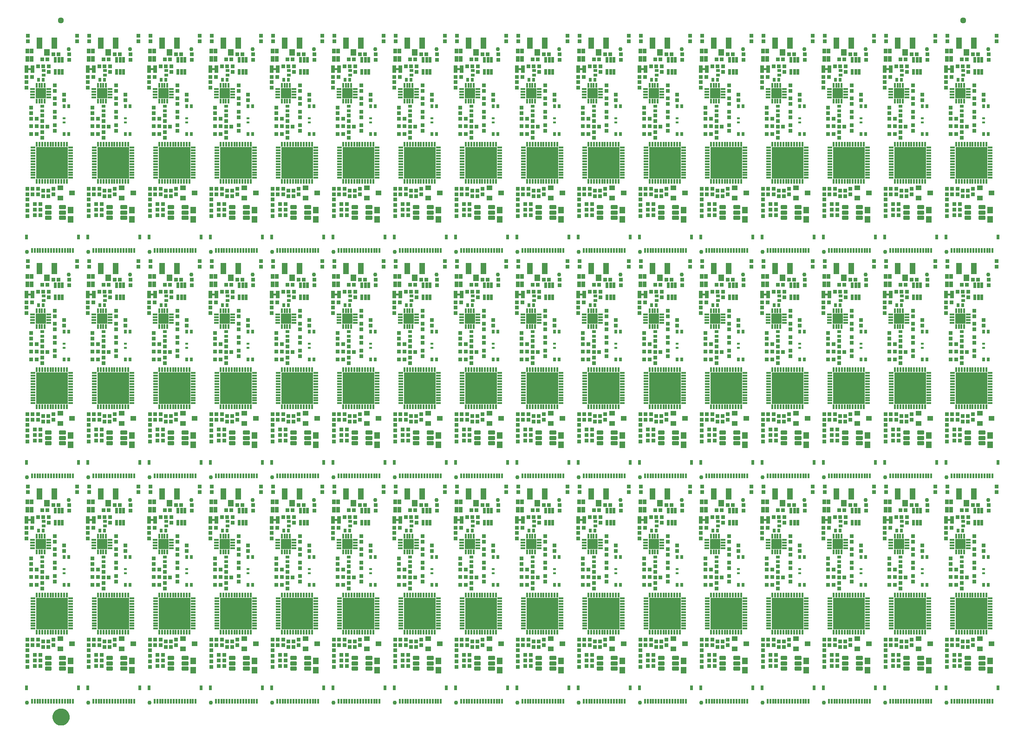
<source format=gts>
G04 EAGLE Gerber RS-274X export*
G75*
%MOMM*%
%FSLAX34Y34*%
%LPD*%
%INSoldermask Top*%
%IPPOS*%
%AMOC8*
5,1,8,0,0,1.08239X$1,22.5*%
G01*
%ADD10C,0.762000*%
%ADD11R,5.727000X5.727000*%
%ADD12R,0.377000X0.827000*%
%ADD13R,0.827000X0.377000*%
%ADD14R,0.377000X0.927000*%
%ADD15R,0.927000X0.377000*%
%ADD16R,1.877000X1.877000*%
%ADD17R,0.577000X1.077000*%
%ADD18R,0.727000X0.727000*%
%ADD19R,0.977000X2.127000*%
%ADD20R,1.127000X1.177000*%
%ADD21R,0.787400X0.482600*%
%ADD22R,0.482600X0.787400*%
%ADD23R,0.600000X0.400000*%
%ADD24R,0.677000X0.927000*%
%ADD25R,0.677000X1.127000*%
%ADD26R,1.127000X1.227000*%
%ADD27C,0.305338*%
%ADD28R,1.027000X0.927000*%
%ADD29R,0.427000X0.927000*%
%ADD30R,0.527000X0.927000*%
%ADD31R,0.787400X1.397000*%
%ADD32C,1.127000*%
%ADD33C,1.270000*%
%ADD34C,1.627000*%

G36*
X572200Y1159522D02*
X572200Y1159522D01*
X572266Y1159524D01*
X572309Y1159542D01*
X572356Y1159550D01*
X572413Y1159584D01*
X572473Y1159609D01*
X572508Y1159640D01*
X572549Y1159665D01*
X572591Y1159716D01*
X572639Y1159760D01*
X572661Y1159802D01*
X572690Y1159839D01*
X572711Y1159901D01*
X572742Y1159960D01*
X572750Y1160014D01*
X572762Y1160051D01*
X572761Y1160091D01*
X572769Y1160145D01*
X572769Y1162685D01*
X572758Y1162750D01*
X572756Y1162816D01*
X572738Y1162859D01*
X572730Y1162906D01*
X572696Y1162963D01*
X572671Y1163023D01*
X572640Y1163058D01*
X572615Y1163099D01*
X572564Y1163141D01*
X572520Y1163189D01*
X572478Y1163211D01*
X572441Y1163240D01*
X572379Y1163261D01*
X572320Y1163292D01*
X572266Y1163300D01*
X572229Y1163312D01*
X572189Y1163311D01*
X572135Y1163319D01*
X568325Y1163319D01*
X568260Y1163308D01*
X568194Y1163306D01*
X568151Y1163288D01*
X568104Y1163280D01*
X568047Y1163246D01*
X567987Y1163221D01*
X567952Y1163190D01*
X567911Y1163165D01*
X567870Y1163114D01*
X567821Y1163070D01*
X567799Y1163028D01*
X567770Y1162991D01*
X567749Y1162929D01*
X567718Y1162870D01*
X567710Y1162816D01*
X567698Y1162779D01*
X567698Y1162776D01*
X567699Y1162739D01*
X567691Y1162685D01*
X567691Y1160145D01*
X567702Y1160080D01*
X567704Y1160014D01*
X567722Y1159971D01*
X567730Y1159924D01*
X567764Y1159867D01*
X567789Y1159807D01*
X567820Y1159772D01*
X567845Y1159731D01*
X567896Y1159690D01*
X567940Y1159641D01*
X567982Y1159619D01*
X568019Y1159590D01*
X568081Y1159569D01*
X568140Y1159538D01*
X568194Y1159530D01*
X568231Y1159518D01*
X568271Y1159519D01*
X568325Y1159511D01*
X572135Y1159511D01*
X572200Y1159522D01*
G37*
G36*
X348680Y1159522D02*
X348680Y1159522D01*
X348746Y1159524D01*
X348789Y1159542D01*
X348836Y1159550D01*
X348893Y1159584D01*
X348953Y1159609D01*
X348988Y1159640D01*
X349029Y1159665D01*
X349071Y1159716D01*
X349119Y1159760D01*
X349141Y1159802D01*
X349170Y1159839D01*
X349191Y1159901D01*
X349222Y1159960D01*
X349230Y1160014D01*
X349242Y1160051D01*
X349241Y1160091D01*
X349249Y1160145D01*
X349249Y1162685D01*
X349238Y1162750D01*
X349236Y1162816D01*
X349218Y1162859D01*
X349210Y1162906D01*
X349176Y1162963D01*
X349151Y1163023D01*
X349120Y1163058D01*
X349095Y1163099D01*
X349044Y1163141D01*
X349000Y1163189D01*
X348958Y1163211D01*
X348921Y1163240D01*
X348859Y1163261D01*
X348800Y1163292D01*
X348746Y1163300D01*
X348709Y1163312D01*
X348669Y1163311D01*
X348615Y1163319D01*
X344805Y1163319D01*
X344740Y1163308D01*
X344674Y1163306D01*
X344631Y1163288D01*
X344584Y1163280D01*
X344527Y1163246D01*
X344467Y1163221D01*
X344432Y1163190D01*
X344391Y1163165D01*
X344350Y1163114D01*
X344301Y1163070D01*
X344279Y1163028D01*
X344250Y1162991D01*
X344229Y1162929D01*
X344198Y1162870D01*
X344190Y1162816D01*
X344178Y1162779D01*
X344178Y1162776D01*
X344179Y1162739D01*
X344171Y1162685D01*
X344171Y1160145D01*
X344182Y1160080D01*
X344184Y1160014D01*
X344202Y1159971D01*
X344210Y1159924D01*
X344244Y1159867D01*
X344269Y1159807D01*
X344300Y1159772D01*
X344325Y1159731D01*
X344376Y1159690D01*
X344420Y1159641D01*
X344462Y1159619D01*
X344499Y1159590D01*
X344561Y1159569D01*
X344620Y1159538D01*
X344674Y1159530D01*
X344711Y1159518D01*
X344751Y1159519D01*
X344805Y1159511D01*
X348615Y1159511D01*
X348680Y1159522D01*
G37*
G36*
X125160Y1159522D02*
X125160Y1159522D01*
X125226Y1159524D01*
X125269Y1159542D01*
X125316Y1159550D01*
X125373Y1159584D01*
X125433Y1159609D01*
X125468Y1159640D01*
X125509Y1159665D01*
X125551Y1159716D01*
X125599Y1159760D01*
X125621Y1159802D01*
X125650Y1159839D01*
X125671Y1159901D01*
X125702Y1159960D01*
X125710Y1160014D01*
X125722Y1160051D01*
X125721Y1160091D01*
X125729Y1160145D01*
X125729Y1162685D01*
X125718Y1162750D01*
X125716Y1162816D01*
X125698Y1162859D01*
X125690Y1162906D01*
X125656Y1162963D01*
X125631Y1163023D01*
X125600Y1163058D01*
X125575Y1163099D01*
X125524Y1163141D01*
X125480Y1163189D01*
X125438Y1163211D01*
X125401Y1163240D01*
X125339Y1163261D01*
X125280Y1163292D01*
X125226Y1163300D01*
X125189Y1163312D01*
X125149Y1163311D01*
X125095Y1163319D01*
X121285Y1163319D01*
X121220Y1163308D01*
X121154Y1163306D01*
X121111Y1163288D01*
X121064Y1163280D01*
X121007Y1163246D01*
X120947Y1163221D01*
X120912Y1163190D01*
X120871Y1163165D01*
X120830Y1163114D01*
X120781Y1163070D01*
X120759Y1163028D01*
X120730Y1162991D01*
X120709Y1162929D01*
X120678Y1162870D01*
X120670Y1162816D01*
X120658Y1162779D01*
X120658Y1162776D01*
X120659Y1162739D01*
X120651Y1162685D01*
X120651Y1160145D01*
X120662Y1160080D01*
X120664Y1160014D01*
X120682Y1159971D01*
X120690Y1159924D01*
X120724Y1159867D01*
X120749Y1159807D01*
X120780Y1159772D01*
X120805Y1159731D01*
X120856Y1159690D01*
X120900Y1159641D01*
X120942Y1159619D01*
X120979Y1159590D01*
X121041Y1159569D01*
X121100Y1159538D01*
X121154Y1159530D01*
X121191Y1159518D01*
X121231Y1159519D01*
X121285Y1159511D01*
X125095Y1159511D01*
X125160Y1159522D01*
G37*
G36*
X13400Y1159522D02*
X13400Y1159522D01*
X13466Y1159524D01*
X13509Y1159542D01*
X13556Y1159550D01*
X13613Y1159584D01*
X13673Y1159609D01*
X13708Y1159640D01*
X13749Y1159665D01*
X13791Y1159716D01*
X13839Y1159760D01*
X13861Y1159802D01*
X13890Y1159839D01*
X13911Y1159901D01*
X13942Y1159960D01*
X13950Y1160014D01*
X13962Y1160051D01*
X13961Y1160091D01*
X13969Y1160145D01*
X13969Y1162685D01*
X13958Y1162750D01*
X13956Y1162816D01*
X13938Y1162859D01*
X13930Y1162906D01*
X13896Y1162963D01*
X13871Y1163023D01*
X13840Y1163058D01*
X13815Y1163099D01*
X13764Y1163141D01*
X13720Y1163189D01*
X13678Y1163211D01*
X13641Y1163240D01*
X13579Y1163261D01*
X13520Y1163292D01*
X13466Y1163300D01*
X13429Y1163312D01*
X13389Y1163311D01*
X13335Y1163319D01*
X9525Y1163319D01*
X9460Y1163308D01*
X9394Y1163306D01*
X9351Y1163288D01*
X9304Y1163280D01*
X9247Y1163246D01*
X9187Y1163221D01*
X9152Y1163190D01*
X9111Y1163165D01*
X9070Y1163114D01*
X9021Y1163070D01*
X8999Y1163028D01*
X8970Y1162991D01*
X8949Y1162929D01*
X8918Y1162870D01*
X8910Y1162816D01*
X8898Y1162779D01*
X8898Y1162776D01*
X8899Y1162739D01*
X8891Y1162685D01*
X8891Y1160145D01*
X8902Y1160080D01*
X8904Y1160014D01*
X8922Y1159971D01*
X8930Y1159924D01*
X8964Y1159867D01*
X8989Y1159807D01*
X9020Y1159772D01*
X9045Y1159731D01*
X9096Y1159690D01*
X9140Y1159641D01*
X9182Y1159619D01*
X9219Y1159590D01*
X9281Y1159569D01*
X9340Y1159538D01*
X9394Y1159530D01*
X9431Y1159518D01*
X9471Y1159519D01*
X9525Y1159511D01*
X13335Y1159511D01*
X13400Y1159522D01*
G37*
G36*
X1131000Y1159522D02*
X1131000Y1159522D01*
X1131066Y1159524D01*
X1131109Y1159542D01*
X1131156Y1159550D01*
X1131213Y1159584D01*
X1131273Y1159609D01*
X1131308Y1159640D01*
X1131349Y1159665D01*
X1131391Y1159716D01*
X1131439Y1159760D01*
X1131461Y1159802D01*
X1131490Y1159839D01*
X1131511Y1159901D01*
X1131542Y1159960D01*
X1131550Y1160014D01*
X1131562Y1160051D01*
X1131561Y1160091D01*
X1131569Y1160145D01*
X1131569Y1162685D01*
X1131558Y1162750D01*
X1131556Y1162816D01*
X1131538Y1162859D01*
X1131530Y1162906D01*
X1131496Y1162963D01*
X1131471Y1163023D01*
X1131440Y1163058D01*
X1131415Y1163099D01*
X1131364Y1163141D01*
X1131320Y1163189D01*
X1131278Y1163211D01*
X1131241Y1163240D01*
X1131179Y1163261D01*
X1131120Y1163292D01*
X1131066Y1163300D01*
X1131029Y1163312D01*
X1130989Y1163311D01*
X1130935Y1163319D01*
X1127125Y1163319D01*
X1127060Y1163308D01*
X1126994Y1163306D01*
X1126951Y1163288D01*
X1126904Y1163280D01*
X1126847Y1163246D01*
X1126787Y1163221D01*
X1126752Y1163190D01*
X1126711Y1163165D01*
X1126670Y1163114D01*
X1126621Y1163070D01*
X1126599Y1163028D01*
X1126570Y1162991D01*
X1126549Y1162929D01*
X1126518Y1162870D01*
X1126510Y1162816D01*
X1126498Y1162779D01*
X1126498Y1162776D01*
X1126499Y1162739D01*
X1126491Y1162685D01*
X1126491Y1160145D01*
X1126502Y1160080D01*
X1126504Y1160014D01*
X1126522Y1159971D01*
X1126530Y1159924D01*
X1126564Y1159867D01*
X1126589Y1159807D01*
X1126620Y1159772D01*
X1126645Y1159731D01*
X1126696Y1159690D01*
X1126740Y1159641D01*
X1126782Y1159619D01*
X1126819Y1159590D01*
X1126881Y1159569D01*
X1126940Y1159538D01*
X1126994Y1159530D01*
X1127031Y1159518D01*
X1127071Y1159519D01*
X1127125Y1159511D01*
X1130935Y1159511D01*
X1131000Y1159522D01*
G37*
G36*
X1689800Y1159522D02*
X1689800Y1159522D01*
X1689866Y1159524D01*
X1689909Y1159542D01*
X1689956Y1159550D01*
X1690013Y1159584D01*
X1690073Y1159609D01*
X1690108Y1159640D01*
X1690149Y1159665D01*
X1690191Y1159716D01*
X1690239Y1159760D01*
X1690261Y1159802D01*
X1690290Y1159839D01*
X1690311Y1159901D01*
X1690342Y1159960D01*
X1690350Y1160014D01*
X1690362Y1160051D01*
X1690361Y1160091D01*
X1690369Y1160145D01*
X1690369Y1162685D01*
X1690358Y1162750D01*
X1690356Y1162816D01*
X1690338Y1162859D01*
X1690330Y1162906D01*
X1690296Y1162963D01*
X1690271Y1163023D01*
X1690240Y1163058D01*
X1690215Y1163099D01*
X1690164Y1163141D01*
X1690120Y1163189D01*
X1690078Y1163211D01*
X1690041Y1163240D01*
X1689979Y1163261D01*
X1689920Y1163292D01*
X1689866Y1163300D01*
X1689829Y1163312D01*
X1689789Y1163311D01*
X1689735Y1163319D01*
X1685925Y1163319D01*
X1685860Y1163308D01*
X1685794Y1163306D01*
X1685751Y1163288D01*
X1685704Y1163280D01*
X1685647Y1163246D01*
X1685587Y1163221D01*
X1685552Y1163190D01*
X1685511Y1163165D01*
X1685470Y1163114D01*
X1685421Y1163070D01*
X1685399Y1163028D01*
X1685370Y1162991D01*
X1685349Y1162929D01*
X1685318Y1162870D01*
X1685310Y1162816D01*
X1685298Y1162779D01*
X1685298Y1162776D01*
X1685299Y1162739D01*
X1685291Y1162685D01*
X1685291Y1160145D01*
X1685302Y1160080D01*
X1685304Y1160014D01*
X1685322Y1159971D01*
X1685330Y1159924D01*
X1685364Y1159867D01*
X1685389Y1159807D01*
X1685420Y1159772D01*
X1685445Y1159731D01*
X1685496Y1159690D01*
X1685540Y1159641D01*
X1685582Y1159619D01*
X1685619Y1159590D01*
X1685681Y1159569D01*
X1685740Y1159538D01*
X1685794Y1159530D01*
X1685831Y1159518D01*
X1685871Y1159519D01*
X1685925Y1159511D01*
X1689735Y1159511D01*
X1689800Y1159522D01*
G37*
G36*
X1354520Y1159522D02*
X1354520Y1159522D01*
X1354586Y1159524D01*
X1354629Y1159542D01*
X1354676Y1159550D01*
X1354733Y1159584D01*
X1354793Y1159609D01*
X1354828Y1159640D01*
X1354869Y1159665D01*
X1354911Y1159716D01*
X1354959Y1159760D01*
X1354981Y1159802D01*
X1355010Y1159839D01*
X1355031Y1159901D01*
X1355062Y1159960D01*
X1355070Y1160014D01*
X1355082Y1160051D01*
X1355081Y1160091D01*
X1355089Y1160145D01*
X1355089Y1162685D01*
X1355078Y1162750D01*
X1355076Y1162816D01*
X1355058Y1162859D01*
X1355050Y1162906D01*
X1355016Y1162963D01*
X1354991Y1163023D01*
X1354960Y1163058D01*
X1354935Y1163099D01*
X1354884Y1163141D01*
X1354840Y1163189D01*
X1354798Y1163211D01*
X1354761Y1163240D01*
X1354699Y1163261D01*
X1354640Y1163292D01*
X1354586Y1163300D01*
X1354549Y1163312D01*
X1354509Y1163311D01*
X1354455Y1163319D01*
X1350645Y1163319D01*
X1350580Y1163308D01*
X1350514Y1163306D01*
X1350471Y1163288D01*
X1350424Y1163280D01*
X1350367Y1163246D01*
X1350307Y1163221D01*
X1350272Y1163190D01*
X1350231Y1163165D01*
X1350190Y1163114D01*
X1350141Y1163070D01*
X1350119Y1163028D01*
X1350090Y1162991D01*
X1350069Y1162929D01*
X1350038Y1162870D01*
X1350030Y1162816D01*
X1350018Y1162779D01*
X1350018Y1162776D01*
X1350019Y1162739D01*
X1350011Y1162685D01*
X1350011Y1160145D01*
X1350022Y1160080D01*
X1350024Y1160014D01*
X1350042Y1159971D01*
X1350050Y1159924D01*
X1350084Y1159867D01*
X1350109Y1159807D01*
X1350140Y1159772D01*
X1350165Y1159731D01*
X1350216Y1159690D01*
X1350260Y1159641D01*
X1350302Y1159619D01*
X1350339Y1159590D01*
X1350401Y1159569D01*
X1350460Y1159538D01*
X1350514Y1159530D01*
X1350551Y1159518D01*
X1350591Y1159519D01*
X1350645Y1159511D01*
X1354455Y1159511D01*
X1354520Y1159522D01*
G37*
G36*
X1242760Y1159522D02*
X1242760Y1159522D01*
X1242826Y1159524D01*
X1242869Y1159542D01*
X1242916Y1159550D01*
X1242973Y1159584D01*
X1243033Y1159609D01*
X1243068Y1159640D01*
X1243109Y1159665D01*
X1243151Y1159716D01*
X1243199Y1159760D01*
X1243221Y1159802D01*
X1243250Y1159839D01*
X1243271Y1159901D01*
X1243302Y1159960D01*
X1243310Y1160014D01*
X1243322Y1160051D01*
X1243321Y1160091D01*
X1243329Y1160145D01*
X1243329Y1162685D01*
X1243318Y1162750D01*
X1243316Y1162816D01*
X1243298Y1162859D01*
X1243290Y1162906D01*
X1243256Y1162963D01*
X1243231Y1163023D01*
X1243200Y1163058D01*
X1243175Y1163099D01*
X1243124Y1163141D01*
X1243080Y1163189D01*
X1243038Y1163211D01*
X1243001Y1163240D01*
X1242939Y1163261D01*
X1242880Y1163292D01*
X1242826Y1163300D01*
X1242789Y1163312D01*
X1242749Y1163311D01*
X1242695Y1163319D01*
X1238885Y1163319D01*
X1238820Y1163308D01*
X1238754Y1163306D01*
X1238711Y1163288D01*
X1238664Y1163280D01*
X1238607Y1163246D01*
X1238547Y1163221D01*
X1238512Y1163190D01*
X1238471Y1163165D01*
X1238430Y1163114D01*
X1238381Y1163070D01*
X1238359Y1163028D01*
X1238330Y1162991D01*
X1238309Y1162929D01*
X1238278Y1162870D01*
X1238270Y1162816D01*
X1238258Y1162779D01*
X1238258Y1162776D01*
X1238259Y1162739D01*
X1238251Y1162685D01*
X1238251Y1160145D01*
X1238262Y1160080D01*
X1238264Y1160014D01*
X1238282Y1159971D01*
X1238290Y1159924D01*
X1238324Y1159867D01*
X1238349Y1159807D01*
X1238380Y1159772D01*
X1238405Y1159731D01*
X1238456Y1159690D01*
X1238500Y1159641D01*
X1238542Y1159619D01*
X1238579Y1159590D01*
X1238641Y1159569D01*
X1238700Y1159538D01*
X1238754Y1159530D01*
X1238791Y1159518D01*
X1238831Y1159519D01*
X1238885Y1159511D01*
X1242695Y1159511D01*
X1242760Y1159522D01*
G37*
G36*
X1019240Y1159522D02*
X1019240Y1159522D01*
X1019306Y1159524D01*
X1019349Y1159542D01*
X1019396Y1159550D01*
X1019453Y1159584D01*
X1019513Y1159609D01*
X1019548Y1159640D01*
X1019589Y1159665D01*
X1019631Y1159716D01*
X1019679Y1159760D01*
X1019701Y1159802D01*
X1019730Y1159839D01*
X1019751Y1159901D01*
X1019782Y1159960D01*
X1019790Y1160014D01*
X1019802Y1160051D01*
X1019801Y1160091D01*
X1019809Y1160145D01*
X1019809Y1162685D01*
X1019798Y1162750D01*
X1019796Y1162816D01*
X1019778Y1162859D01*
X1019770Y1162906D01*
X1019736Y1162963D01*
X1019711Y1163023D01*
X1019680Y1163058D01*
X1019655Y1163099D01*
X1019604Y1163141D01*
X1019560Y1163189D01*
X1019518Y1163211D01*
X1019481Y1163240D01*
X1019419Y1163261D01*
X1019360Y1163292D01*
X1019306Y1163300D01*
X1019269Y1163312D01*
X1019229Y1163311D01*
X1019175Y1163319D01*
X1015365Y1163319D01*
X1015300Y1163308D01*
X1015234Y1163306D01*
X1015191Y1163288D01*
X1015144Y1163280D01*
X1015087Y1163246D01*
X1015027Y1163221D01*
X1014992Y1163190D01*
X1014951Y1163165D01*
X1014910Y1163114D01*
X1014861Y1163070D01*
X1014839Y1163028D01*
X1014810Y1162991D01*
X1014789Y1162929D01*
X1014758Y1162870D01*
X1014750Y1162816D01*
X1014738Y1162779D01*
X1014738Y1162776D01*
X1014739Y1162739D01*
X1014731Y1162685D01*
X1014731Y1160145D01*
X1014742Y1160080D01*
X1014744Y1160014D01*
X1014762Y1159971D01*
X1014770Y1159924D01*
X1014804Y1159867D01*
X1014829Y1159807D01*
X1014860Y1159772D01*
X1014885Y1159731D01*
X1014936Y1159690D01*
X1014980Y1159641D01*
X1015022Y1159619D01*
X1015059Y1159590D01*
X1015121Y1159569D01*
X1015180Y1159538D01*
X1015234Y1159530D01*
X1015271Y1159518D01*
X1015311Y1159519D01*
X1015365Y1159511D01*
X1019175Y1159511D01*
X1019240Y1159522D01*
G37*
G36*
X460440Y1159522D02*
X460440Y1159522D01*
X460506Y1159524D01*
X460549Y1159542D01*
X460596Y1159550D01*
X460653Y1159584D01*
X460713Y1159609D01*
X460748Y1159640D01*
X460789Y1159665D01*
X460831Y1159716D01*
X460879Y1159760D01*
X460901Y1159802D01*
X460930Y1159839D01*
X460951Y1159901D01*
X460982Y1159960D01*
X460990Y1160014D01*
X461002Y1160051D01*
X461001Y1160091D01*
X461009Y1160145D01*
X461009Y1162685D01*
X460998Y1162750D01*
X460996Y1162816D01*
X460978Y1162859D01*
X460970Y1162906D01*
X460936Y1162963D01*
X460911Y1163023D01*
X460880Y1163058D01*
X460855Y1163099D01*
X460804Y1163141D01*
X460760Y1163189D01*
X460718Y1163211D01*
X460681Y1163240D01*
X460619Y1163261D01*
X460560Y1163292D01*
X460506Y1163300D01*
X460469Y1163312D01*
X460429Y1163311D01*
X460375Y1163319D01*
X456565Y1163319D01*
X456500Y1163308D01*
X456434Y1163306D01*
X456391Y1163288D01*
X456344Y1163280D01*
X456287Y1163246D01*
X456227Y1163221D01*
X456192Y1163190D01*
X456151Y1163165D01*
X456110Y1163114D01*
X456061Y1163070D01*
X456039Y1163028D01*
X456010Y1162991D01*
X455989Y1162929D01*
X455958Y1162870D01*
X455950Y1162816D01*
X455938Y1162779D01*
X455938Y1162776D01*
X455939Y1162739D01*
X455931Y1162685D01*
X455931Y1160145D01*
X455942Y1160080D01*
X455944Y1160014D01*
X455962Y1159971D01*
X455970Y1159924D01*
X456004Y1159867D01*
X456029Y1159807D01*
X456060Y1159772D01*
X456085Y1159731D01*
X456136Y1159690D01*
X456180Y1159641D01*
X456222Y1159619D01*
X456259Y1159590D01*
X456321Y1159569D01*
X456380Y1159538D01*
X456434Y1159530D01*
X456471Y1159518D01*
X456511Y1159519D01*
X456565Y1159511D01*
X460375Y1159511D01*
X460440Y1159522D01*
G37*
G36*
X795720Y1159522D02*
X795720Y1159522D01*
X795786Y1159524D01*
X795829Y1159542D01*
X795876Y1159550D01*
X795933Y1159584D01*
X795993Y1159609D01*
X796028Y1159640D01*
X796069Y1159665D01*
X796111Y1159716D01*
X796159Y1159760D01*
X796181Y1159802D01*
X796210Y1159839D01*
X796231Y1159901D01*
X796262Y1159960D01*
X796270Y1160014D01*
X796282Y1160051D01*
X796281Y1160091D01*
X796289Y1160145D01*
X796289Y1162685D01*
X796278Y1162750D01*
X796276Y1162816D01*
X796258Y1162859D01*
X796250Y1162906D01*
X796216Y1162963D01*
X796191Y1163023D01*
X796160Y1163058D01*
X796135Y1163099D01*
X796084Y1163141D01*
X796040Y1163189D01*
X795998Y1163211D01*
X795961Y1163240D01*
X795899Y1163261D01*
X795840Y1163292D01*
X795786Y1163300D01*
X795749Y1163312D01*
X795709Y1163311D01*
X795655Y1163319D01*
X791845Y1163319D01*
X791780Y1163308D01*
X791714Y1163306D01*
X791671Y1163288D01*
X791624Y1163280D01*
X791567Y1163246D01*
X791507Y1163221D01*
X791472Y1163190D01*
X791431Y1163165D01*
X791390Y1163114D01*
X791341Y1163070D01*
X791319Y1163028D01*
X791290Y1162991D01*
X791269Y1162929D01*
X791238Y1162870D01*
X791230Y1162816D01*
X791218Y1162779D01*
X791218Y1162776D01*
X791219Y1162739D01*
X791211Y1162685D01*
X791211Y1160145D01*
X791222Y1160080D01*
X791224Y1160014D01*
X791242Y1159971D01*
X791250Y1159924D01*
X791284Y1159867D01*
X791309Y1159807D01*
X791340Y1159772D01*
X791365Y1159731D01*
X791416Y1159690D01*
X791460Y1159641D01*
X791502Y1159619D01*
X791539Y1159590D01*
X791601Y1159569D01*
X791660Y1159538D01*
X791714Y1159530D01*
X791751Y1159518D01*
X791791Y1159519D01*
X791845Y1159511D01*
X795655Y1159511D01*
X795720Y1159522D01*
G37*
G36*
X683960Y1159522D02*
X683960Y1159522D01*
X684026Y1159524D01*
X684069Y1159542D01*
X684116Y1159550D01*
X684173Y1159584D01*
X684233Y1159609D01*
X684268Y1159640D01*
X684309Y1159665D01*
X684351Y1159716D01*
X684399Y1159760D01*
X684421Y1159802D01*
X684450Y1159839D01*
X684471Y1159901D01*
X684502Y1159960D01*
X684510Y1160014D01*
X684522Y1160051D01*
X684521Y1160091D01*
X684529Y1160145D01*
X684529Y1162685D01*
X684518Y1162750D01*
X684516Y1162816D01*
X684498Y1162859D01*
X684490Y1162906D01*
X684456Y1162963D01*
X684431Y1163023D01*
X684400Y1163058D01*
X684375Y1163099D01*
X684324Y1163141D01*
X684280Y1163189D01*
X684238Y1163211D01*
X684201Y1163240D01*
X684139Y1163261D01*
X684080Y1163292D01*
X684026Y1163300D01*
X683989Y1163312D01*
X683949Y1163311D01*
X683895Y1163319D01*
X680085Y1163319D01*
X680020Y1163308D01*
X679954Y1163306D01*
X679911Y1163288D01*
X679864Y1163280D01*
X679807Y1163246D01*
X679747Y1163221D01*
X679712Y1163190D01*
X679671Y1163165D01*
X679630Y1163114D01*
X679581Y1163070D01*
X679559Y1163028D01*
X679530Y1162991D01*
X679509Y1162929D01*
X679478Y1162870D01*
X679470Y1162816D01*
X679458Y1162779D01*
X679458Y1162776D01*
X679459Y1162739D01*
X679451Y1162685D01*
X679451Y1160145D01*
X679462Y1160080D01*
X679464Y1160014D01*
X679482Y1159971D01*
X679490Y1159924D01*
X679524Y1159867D01*
X679549Y1159807D01*
X679580Y1159772D01*
X679605Y1159731D01*
X679656Y1159690D01*
X679700Y1159641D01*
X679742Y1159619D01*
X679779Y1159590D01*
X679841Y1159569D01*
X679900Y1159538D01*
X679954Y1159530D01*
X679991Y1159518D01*
X680031Y1159519D01*
X680085Y1159511D01*
X683895Y1159511D01*
X683960Y1159522D01*
G37*
G36*
X1466280Y1159522D02*
X1466280Y1159522D01*
X1466346Y1159524D01*
X1466389Y1159542D01*
X1466436Y1159550D01*
X1466493Y1159584D01*
X1466553Y1159609D01*
X1466588Y1159640D01*
X1466629Y1159665D01*
X1466671Y1159716D01*
X1466719Y1159760D01*
X1466741Y1159802D01*
X1466770Y1159839D01*
X1466791Y1159901D01*
X1466822Y1159960D01*
X1466830Y1160014D01*
X1466842Y1160051D01*
X1466841Y1160091D01*
X1466849Y1160145D01*
X1466849Y1162685D01*
X1466838Y1162750D01*
X1466836Y1162816D01*
X1466818Y1162859D01*
X1466810Y1162906D01*
X1466776Y1162963D01*
X1466751Y1163023D01*
X1466720Y1163058D01*
X1466695Y1163099D01*
X1466644Y1163141D01*
X1466600Y1163189D01*
X1466558Y1163211D01*
X1466521Y1163240D01*
X1466459Y1163261D01*
X1466400Y1163292D01*
X1466346Y1163300D01*
X1466309Y1163312D01*
X1466269Y1163311D01*
X1466215Y1163319D01*
X1462405Y1163319D01*
X1462340Y1163308D01*
X1462274Y1163306D01*
X1462231Y1163288D01*
X1462184Y1163280D01*
X1462127Y1163246D01*
X1462067Y1163221D01*
X1462032Y1163190D01*
X1461991Y1163165D01*
X1461950Y1163114D01*
X1461901Y1163070D01*
X1461879Y1163028D01*
X1461850Y1162991D01*
X1461829Y1162929D01*
X1461798Y1162870D01*
X1461790Y1162816D01*
X1461778Y1162779D01*
X1461778Y1162776D01*
X1461779Y1162739D01*
X1461771Y1162685D01*
X1461771Y1160145D01*
X1461782Y1160080D01*
X1461784Y1160014D01*
X1461802Y1159971D01*
X1461810Y1159924D01*
X1461844Y1159867D01*
X1461869Y1159807D01*
X1461900Y1159772D01*
X1461925Y1159731D01*
X1461976Y1159690D01*
X1462020Y1159641D01*
X1462062Y1159619D01*
X1462099Y1159590D01*
X1462161Y1159569D01*
X1462220Y1159538D01*
X1462274Y1159530D01*
X1462311Y1159518D01*
X1462351Y1159519D01*
X1462405Y1159511D01*
X1466215Y1159511D01*
X1466280Y1159522D01*
G37*
G36*
X907480Y1159522D02*
X907480Y1159522D01*
X907546Y1159524D01*
X907589Y1159542D01*
X907636Y1159550D01*
X907693Y1159584D01*
X907753Y1159609D01*
X907788Y1159640D01*
X907829Y1159665D01*
X907871Y1159716D01*
X907919Y1159760D01*
X907941Y1159802D01*
X907970Y1159839D01*
X907991Y1159901D01*
X908022Y1159960D01*
X908030Y1160014D01*
X908042Y1160051D01*
X908041Y1160091D01*
X908049Y1160145D01*
X908049Y1162685D01*
X908038Y1162750D01*
X908036Y1162816D01*
X908018Y1162859D01*
X908010Y1162906D01*
X907976Y1162963D01*
X907951Y1163023D01*
X907920Y1163058D01*
X907895Y1163099D01*
X907844Y1163141D01*
X907800Y1163189D01*
X907758Y1163211D01*
X907721Y1163240D01*
X907659Y1163261D01*
X907600Y1163292D01*
X907546Y1163300D01*
X907509Y1163312D01*
X907469Y1163311D01*
X907415Y1163319D01*
X903605Y1163319D01*
X903540Y1163308D01*
X903474Y1163306D01*
X903431Y1163288D01*
X903384Y1163280D01*
X903327Y1163246D01*
X903267Y1163221D01*
X903232Y1163190D01*
X903191Y1163165D01*
X903150Y1163114D01*
X903101Y1163070D01*
X903079Y1163028D01*
X903050Y1162991D01*
X903029Y1162929D01*
X902998Y1162870D01*
X902990Y1162816D01*
X902978Y1162779D01*
X902978Y1162776D01*
X902979Y1162739D01*
X902971Y1162685D01*
X902971Y1160145D01*
X902982Y1160080D01*
X902984Y1160014D01*
X903002Y1159971D01*
X903010Y1159924D01*
X903044Y1159867D01*
X903069Y1159807D01*
X903100Y1159772D01*
X903125Y1159731D01*
X903176Y1159690D01*
X903220Y1159641D01*
X903262Y1159619D01*
X903299Y1159590D01*
X903361Y1159569D01*
X903420Y1159538D01*
X903474Y1159530D01*
X903511Y1159518D01*
X903551Y1159519D01*
X903605Y1159511D01*
X907415Y1159511D01*
X907480Y1159522D01*
G37*
G36*
X1578040Y1159522D02*
X1578040Y1159522D01*
X1578106Y1159524D01*
X1578149Y1159542D01*
X1578196Y1159550D01*
X1578253Y1159584D01*
X1578313Y1159609D01*
X1578348Y1159640D01*
X1578389Y1159665D01*
X1578431Y1159716D01*
X1578479Y1159760D01*
X1578501Y1159802D01*
X1578530Y1159839D01*
X1578551Y1159901D01*
X1578582Y1159960D01*
X1578590Y1160014D01*
X1578602Y1160051D01*
X1578601Y1160091D01*
X1578609Y1160145D01*
X1578609Y1162685D01*
X1578598Y1162750D01*
X1578596Y1162816D01*
X1578578Y1162859D01*
X1578570Y1162906D01*
X1578536Y1162963D01*
X1578511Y1163023D01*
X1578480Y1163058D01*
X1578455Y1163099D01*
X1578404Y1163141D01*
X1578360Y1163189D01*
X1578318Y1163211D01*
X1578281Y1163240D01*
X1578219Y1163261D01*
X1578160Y1163292D01*
X1578106Y1163300D01*
X1578069Y1163312D01*
X1578029Y1163311D01*
X1577975Y1163319D01*
X1574165Y1163319D01*
X1574100Y1163308D01*
X1574034Y1163306D01*
X1573991Y1163288D01*
X1573944Y1163280D01*
X1573887Y1163246D01*
X1573827Y1163221D01*
X1573792Y1163190D01*
X1573751Y1163165D01*
X1573710Y1163114D01*
X1573661Y1163070D01*
X1573639Y1163028D01*
X1573610Y1162991D01*
X1573589Y1162929D01*
X1573558Y1162870D01*
X1573550Y1162816D01*
X1573538Y1162779D01*
X1573538Y1162776D01*
X1573539Y1162739D01*
X1573531Y1162685D01*
X1573531Y1160145D01*
X1573542Y1160080D01*
X1573544Y1160014D01*
X1573562Y1159971D01*
X1573570Y1159924D01*
X1573604Y1159867D01*
X1573629Y1159807D01*
X1573660Y1159772D01*
X1573685Y1159731D01*
X1573736Y1159690D01*
X1573780Y1159641D01*
X1573822Y1159619D01*
X1573859Y1159590D01*
X1573921Y1159569D01*
X1573980Y1159538D01*
X1574034Y1159530D01*
X1574071Y1159518D01*
X1574111Y1159519D01*
X1574165Y1159511D01*
X1577975Y1159511D01*
X1578040Y1159522D01*
G37*
G36*
X236920Y1159522D02*
X236920Y1159522D01*
X236986Y1159524D01*
X237029Y1159542D01*
X237076Y1159550D01*
X237133Y1159584D01*
X237193Y1159609D01*
X237228Y1159640D01*
X237269Y1159665D01*
X237311Y1159716D01*
X237359Y1159760D01*
X237381Y1159802D01*
X237410Y1159839D01*
X237431Y1159901D01*
X237462Y1159960D01*
X237470Y1160014D01*
X237482Y1160051D01*
X237481Y1160091D01*
X237489Y1160145D01*
X237489Y1162685D01*
X237478Y1162750D01*
X237476Y1162816D01*
X237458Y1162859D01*
X237450Y1162906D01*
X237416Y1162963D01*
X237391Y1163023D01*
X237360Y1163058D01*
X237335Y1163099D01*
X237284Y1163141D01*
X237240Y1163189D01*
X237198Y1163211D01*
X237161Y1163240D01*
X237099Y1163261D01*
X237040Y1163292D01*
X236986Y1163300D01*
X236949Y1163312D01*
X236909Y1163311D01*
X236855Y1163319D01*
X233045Y1163319D01*
X232980Y1163308D01*
X232914Y1163306D01*
X232871Y1163288D01*
X232824Y1163280D01*
X232767Y1163246D01*
X232707Y1163221D01*
X232672Y1163190D01*
X232631Y1163165D01*
X232590Y1163114D01*
X232541Y1163070D01*
X232519Y1163028D01*
X232490Y1162991D01*
X232469Y1162929D01*
X232438Y1162870D01*
X232430Y1162816D01*
X232418Y1162779D01*
X232418Y1162776D01*
X232419Y1162739D01*
X232411Y1162685D01*
X232411Y1160145D01*
X232422Y1160080D01*
X232424Y1160014D01*
X232442Y1159971D01*
X232450Y1159924D01*
X232484Y1159867D01*
X232509Y1159807D01*
X232540Y1159772D01*
X232565Y1159731D01*
X232616Y1159690D01*
X232660Y1159641D01*
X232702Y1159619D01*
X232739Y1159590D01*
X232801Y1159569D01*
X232860Y1159538D01*
X232914Y1159530D01*
X232951Y1159518D01*
X232991Y1159519D01*
X233045Y1159511D01*
X236855Y1159511D01*
X236920Y1159522D01*
G37*
G36*
X1131000Y748042D02*
X1131000Y748042D01*
X1131066Y748044D01*
X1131109Y748062D01*
X1131156Y748070D01*
X1131213Y748104D01*
X1131273Y748129D01*
X1131308Y748160D01*
X1131349Y748185D01*
X1131391Y748236D01*
X1131439Y748280D01*
X1131461Y748322D01*
X1131490Y748359D01*
X1131511Y748421D01*
X1131542Y748480D01*
X1131550Y748534D01*
X1131562Y748571D01*
X1131561Y748611D01*
X1131569Y748665D01*
X1131569Y751205D01*
X1131558Y751270D01*
X1131556Y751336D01*
X1131538Y751379D01*
X1131530Y751426D01*
X1131496Y751483D01*
X1131471Y751543D01*
X1131440Y751578D01*
X1131415Y751619D01*
X1131364Y751661D01*
X1131320Y751709D01*
X1131278Y751731D01*
X1131241Y751760D01*
X1131179Y751781D01*
X1131120Y751812D01*
X1131066Y751820D01*
X1131029Y751832D01*
X1130989Y751831D01*
X1130935Y751839D01*
X1127125Y751839D01*
X1127060Y751828D01*
X1126994Y751826D01*
X1126951Y751808D01*
X1126904Y751800D01*
X1126847Y751766D01*
X1126787Y751741D01*
X1126752Y751710D01*
X1126711Y751685D01*
X1126670Y751634D01*
X1126621Y751590D01*
X1126599Y751548D01*
X1126570Y751511D01*
X1126549Y751449D01*
X1126518Y751390D01*
X1126510Y751336D01*
X1126498Y751299D01*
X1126498Y751296D01*
X1126499Y751259D01*
X1126491Y751205D01*
X1126491Y748665D01*
X1126502Y748600D01*
X1126504Y748534D01*
X1126522Y748491D01*
X1126530Y748444D01*
X1126564Y748387D01*
X1126589Y748327D01*
X1126620Y748292D01*
X1126645Y748251D01*
X1126696Y748210D01*
X1126740Y748161D01*
X1126782Y748139D01*
X1126819Y748110D01*
X1126881Y748089D01*
X1126940Y748058D01*
X1126994Y748050D01*
X1127031Y748038D01*
X1127071Y748039D01*
X1127125Y748031D01*
X1130935Y748031D01*
X1131000Y748042D01*
G37*
G36*
X1466280Y748042D02*
X1466280Y748042D01*
X1466346Y748044D01*
X1466389Y748062D01*
X1466436Y748070D01*
X1466493Y748104D01*
X1466553Y748129D01*
X1466588Y748160D01*
X1466629Y748185D01*
X1466671Y748236D01*
X1466719Y748280D01*
X1466741Y748322D01*
X1466770Y748359D01*
X1466791Y748421D01*
X1466822Y748480D01*
X1466830Y748534D01*
X1466842Y748571D01*
X1466841Y748611D01*
X1466849Y748665D01*
X1466849Y751205D01*
X1466838Y751270D01*
X1466836Y751336D01*
X1466818Y751379D01*
X1466810Y751426D01*
X1466776Y751483D01*
X1466751Y751543D01*
X1466720Y751578D01*
X1466695Y751619D01*
X1466644Y751661D01*
X1466600Y751709D01*
X1466558Y751731D01*
X1466521Y751760D01*
X1466459Y751781D01*
X1466400Y751812D01*
X1466346Y751820D01*
X1466309Y751832D01*
X1466269Y751831D01*
X1466215Y751839D01*
X1462405Y751839D01*
X1462340Y751828D01*
X1462274Y751826D01*
X1462231Y751808D01*
X1462184Y751800D01*
X1462127Y751766D01*
X1462067Y751741D01*
X1462032Y751710D01*
X1461991Y751685D01*
X1461950Y751634D01*
X1461901Y751590D01*
X1461879Y751548D01*
X1461850Y751511D01*
X1461829Y751449D01*
X1461798Y751390D01*
X1461790Y751336D01*
X1461778Y751299D01*
X1461778Y751296D01*
X1461779Y751259D01*
X1461771Y751205D01*
X1461771Y748665D01*
X1461782Y748600D01*
X1461784Y748534D01*
X1461802Y748491D01*
X1461810Y748444D01*
X1461844Y748387D01*
X1461869Y748327D01*
X1461900Y748292D01*
X1461925Y748251D01*
X1461976Y748210D01*
X1462020Y748161D01*
X1462062Y748139D01*
X1462099Y748110D01*
X1462161Y748089D01*
X1462220Y748058D01*
X1462274Y748050D01*
X1462311Y748038D01*
X1462351Y748039D01*
X1462405Y748031D01*
X1466215Y748031D01*
X1466280Y748042D01*
G37*
G36*
X236920Y748042D02*
X236920Y748042D01*
X236986Y748044D01*
X237029Y748062D01*
X237076Y748070D01*
X237133Y748104D01*
X237193Y748129D01*
X237228Y748160D01*
X237269Y748185D01*
X237311Y748236D01*
X237359Y748280D01*
X237381Y748322D01*
X237410Y748359D01*
X237431Y748421D01*
X237462Y748480D01*
X237470Y748534D01*
X237482Y748571D01*
X237481Y748611D01*
X237489Y748665D01*
X237489Y751205D01*
X237478Y751270D01*
X237476Y751336D01*
X237458Y751379D01*
X237450Y751426D01*
X237416Y751483D01*
X237391Y751543D01*
X237360Y751578D01*
X237335Y751619D01*
X237284Y751661D01*
X237240Y751709D01*
X237198Y751731D01*
X237161Y751760D01*
X237099Y751781D01*
X237040Y751812D01*
X236986Y751820D01*
X236949Y751832D01*
X236909Y751831D01*
X236855Y751839D01*
X233045Y751839D01*
X232980Y751828D01*
X232914Y751826D01*
X232871Y751808D01*
X232824Y751800D01*
X232767Y751766D01*
X232707Y751741D01*
X232672Y751710D01*
X232631Y751685D01*
X232590Y751634D01*
X232541Y751590D01*
X232519Y751548D01*
X232490Y751511D01*
X232469Y751449D01*
X232438Y751390D01*
X232430Y751336D01*
X232418Y751299D01*
X232418Y751296D01*
X232419Y751259D01*
X232411Y751205D01*
X232411Y748665D01*
X232422Y748600D01*
X232424Y748534D01*
X232442Y748491D01*
X232450Y748444D01*
X232484Y748387D01*
X232509Y748327D01*
X232540Y748292D01*
X232565Y748251D01*
X232616Y748210D01*
X232660Y748161D01*
X232702Y748139D01*
X232739Y748110D01*
X232801Y748089D01*
X232860Y748058D01*
X232914Y748050D01*
X232951Y748038D01*
X232991Y748039D01*
X233045Y748031D01*
X236855Y748031D01*
X236920Y748042D01*
G37*
G36*
X907480Y748042D02*
X907480Y748042D01*
X907546Y748044D01*
X907589Y748062D01*
X907636Y748070D01*
X907693Y748104D01*
X907753Y748129D01*
X907788Y748160D01*
X907829Y748185D01*
X907871Y748236D01*
X907919Y748280D01*
X907941Y748322D01*
X907970Y748359D01*
X907991Y748421D01*
X908022Y748480D01*
X908030Y748534D01*
X908042Y748571D01*
X908041Y748611D01*
X908049Y748665D01*
X908049Y751205D01*
X908038Y751270D01*
X908036Y751336D01*
X908018Y751379D01*
X908010Y751426D01*
X907976Y751483D01*
X907951Y751543D01*
X907920Y751578D01*
X907895Y751619D01*
X907844Y751661D01*
X907800Y751709D01*
X907758Y751731D01*
X907721Y751760D01*
X907659Y751781D01*
X907600Y751812D01*
X907546Y751820D01*
X907509Y751832D01*
X907469Y751831D01*
X907415Y751839D01*
X903605Y751839D01*
X903540Y751828D01*
X903474Y751826D01*
X903431Y751808D01*
X903384Y751800D01*
X903327Y751766D01*
X903267Y751741D01*
X903232Y751710D01*
X903191Y751685D01*
X903150Y751634D01*
X903101Y751590D01*
X903079Y751548D01*
X903050Y751511D01*
X903029Y751449D01*
X902998Y751390D01*
X902990Y751336D01*
X902978Y751299D01*
X902978Y751296D01*
X902979Y751259D01*
X902971Y751205D01*
X902971Y748665D01*
X902982Y748600D01*
X902984Y748534D01*
X903002Y748491D01*
X903010Y748444D01*
X903044Y748387D01*
X903069Y748327D01*
X903100Y748292D01*
X903125Y748251D01*
X903176Y748210D01*
X903220Y748161D01*
X903262Y748139D01*
X903299Y748110D01*
X903361Y748089D01*
X903420Y748058D01*
X903474Y748050D01*
X903511Y748038D01*
X903551Y748039D01*
X903605Y748031D01*
X907415Y748031D01*
X907480Y748042D01*
G37*
G36*
X683960Y748042D02*
X683960Y748042D01*
X684026Y748044D01*
X684069Y748062D01*
X684116Y748070D01*
X684173Y748104D01*
X684233Y748129D01*
X684268Y748160D01*
X684309Y748185D01*
X684351Y748236D01*
X684399Y748280D01*
X684421Y748322D01*
X684450Y748359D01*
X684471Y748421D01*
X684502Y748480D01*
X684510Y748534D01*
X684522Y748571D01*
X684521Y748611D01*
X684529Y748665D01*
X684529Y751205D01*
X684518Y751270D01*
X684516Y751336D01*
X684498Y751379D01*
X684490Y751426D01*
X684456Y751483D01*
X684431Y751543D01*
X684400Y751578D01*
X684375Y751619D01*
X684324Y751661D01*
X684280Y751709D01*
X684238Y751731D01*
X684201Y751760D01*
X684139Y751781D01*
X684080Y751812D01*
X684026Y751820D01*
X683989Y751832D01*
X683949Y751831D01*
X683895Y751839D01*
X680085Y751839D01*
X680020Y751828D01*
X679954Y751826D01*
X679911Y751808D01*
X679864Y751800D01*
X679807Y751766D01*
X679747Y751741D01*
X679712Y751710D01*
X679671Y751685D01*
X679630Y751634D01*
X679581Y751590D01*
X679559Y751548D01*
X679530Y751511D01*
X679509Y751449D01*
X679478Y751390D01*
X679470Y751336D01*
X679458Y751299D01*
X679458Y751296D01*
X679459Y751259D01*
X679451Y751205D01*
X679451Y748665D01*
X679462Y748600D01*
X679464Y748534D01*
X679482Y748491D01*
X679490Y748444D01*
X679524Y748387D01*
X679549Y748327D01*
X679580Y748292D01*
X679605Y748251D01*
X679656Y748210D01*
X679700Y748161D01*
X679742Y748139D01*
X679779Y748110D01*
X679841Y748089D01*
X679900Y748058D01*
X679954Y748050D01*
X679991Y748038D01*
X680031Y748039D01*
X680085Y748031D01*
X683895Y748031D01*
X683960Y748042D01*
G37*
G36*
X125160Y748042D02*
X125160Y748042D01*
X125226Y748044D01*
X125269Y748062D01*
X125316Y748070D01*
X125373Y748104D01*
X125433Y748129D01*
X125468Y748160D01*
X125509Y748185D01*
X125551Y748236D01*
X125599Y748280D01*
X125621Y748322D01*
X125650Y748359D01*
X125671Y748421D01*
X125702Y748480D01*
X125710Y748534D01*
X125722Y748571D01*
X125721Y748611D01*
X125729Y748665D01*
X125729Y751205D01*
X125718Y751270D01*
X125716Y751336D01*
X125698Y751379D01*
X125690Y751426D01*
X125656Y751483D01*
X125631Y751543D01*
X125600Y751578D01*
X125575Y751619D01*
X125524Y751661D01*
X125480Y751709D01*
X125438Y751731D01*
X125401Y751760D01*
X125339Y751781D01*
X125280Y751812D01*
X125226Y751820D01*
X125189Y751832D01*
X125149Y751831D01*
X125095Y751839D01*
X121285Y751839D01*
X121220Y751828D01*
X121154Y751826D01*
X121111Y751808D01*
X121064Y751800D01*
X121007Y751766D01*
X120947Y751741D01*
X120912Y751710D01*
X120871Y751685D01*
X120830Y751634D01*
X120781Y751590D01*
X120759Y751548D01*
X120730Y751511D01*
X120709Y751449D01*
X120678Y751390D01*
X120670Y751336D01*
X120658Y751299D01*
X120658Y751296D01*
X120659Y751259D01*
X120651Y751205D01*
X120651Y748665D01*
X120662Y748600D01*
X120664Y748534D01*
X120682Y748491D01*
X120690Y748444D01*
X120724Y748387D01*
X120749Y748327D01*
X120780Y748292D01*
X120805Y748251D01*
X120856Y748210D01*
X120900Y748161D01*
X120942Y748139D01*
X120979Y748110D01*
X121041Y748089D01*
X121100Y748058D01*
X121154Y748050D01*
X121191Y748038D01*
X121231Y748039D01*
X121285Y748031D01*
X125095Y748031D01*
X125160Y748042D01*
G37*
G36*
X795720Y748042D02*
X795720Y748042D01*
X795786Y748044D01*
X795829Y748062D01*
X795876Y748070D01*
X795933Y748104D01*
X795993Y748129D01*
X796028Y748160D01*
X796069Y748185D01*
X796111Y748236D01*
X796159Y748280D01*
X796181Y748322D01*
X796210Y748359D01*
X796231Y748421D01*
X796262Y748480D01*
X796270Y748534D01*
X796282Y748571D01*
X796281Y748611D01*
X796289Y748665D01*
X796289Y751205D01*
X796278Y751270D01*
X796276Y751336D01*
X796258Y751379D01*
X796250Y751426D01*
X796216Y751483D01*
X796191Y751543D01*
X796160Y751578D01*
X796135Y751619D01*
X796084Y751661D01*
X796040Y751709D01*
X795998Y751731D01*
X795961Y751760D01*
X795899Y751781D01*
X795840Y751812D01*
X795786Y751820D01*
X795749Y751832D01*
X795709Y751831D01*
X795655Y751839D01*
X791845Y751839D01*
X791780Y751828D01*
X791714Y751826D01*
X791671Y751808D01*
X791624Y751800D01*
X791567Y751766D01*
X791507Y751741D01*
X791472Y751710D01*
X791431Y751685D01*
X791390Y751634D01*
X791341Y751590D01*
X791319Y751548D01*
X791290Y751511D01*
X791269Y751449D01*
X791238Y751390D01*
X791230Y751336D01*
X791218Y751299D01*
X791218Y751296D01*
X791219Y751259D01*
X791211Y751205D01*
X791211Y748665D01*
X791222Y748600D01*
X791224Y748534D01*
X791242Y748491D01*
X791250Y748444D01*
X791284Y748387D01*
X791309Y748327D01*
X791340Y748292D01*
X791365Y748251D01*
X791416Y748210D01*
X791460Y748161D01*
X791502Y748139D01*
X791539Y748110D01*
X791601Y748089D01*
X791660Y748058D01*
X791714Y748050D01*
X791751Y748038D01*
X791791Y748039D01*
X791845Y748031D01*
X795655Y748031D01*
X795720Y748042D01*
G37*
G36*
X1019240Y748042D02*
X1019240Y748042D01*
X1019306Y748044D01*
X1019349Y748062D01*
X1019396Y748070D01*
X1019453Y748104D01*
X1019513Y748129D01*
X1019548Y748160D01*
X1019589Y748185D01*
X1019631Y748236D01*
X1019679Y748280D01*
X1019701Y748322D01*
X1019730Y748359D01*
X1019751Y748421D01*
X1019782Y748480D01*
X1019790Y748534D01*
X1019802Y748571D01*
X1019801Y748611D01*
X1019809Y748665D01*
X1019809Y751205D01*
X1019798Y751270D01*
X1019796Y751336D01*
X1019778Y751379D01*
X1019770Y751426D01*
X1019736Y751483D01*
X1019711Y751543D01*
X1019680Y751578D01*
X1019655Y751619D01*
X1019604Y751661D01*
X1019560Y751709D01*
X1019518Y751731D01*
X1019481Y751760D01*
X1019419Y751781D01*
X1019360Y751812D01*
X1019306Y751820D01*
X1019269Y751832D01*
X1019229Y751831D01*
X1019175Y751839D01*
X1015365Y751839D01*
X1015300Y751828D01*
X1015234Y751826D01*
X1015191Y751808D01*
X1015144Y751800D01*
X1015087Y751766D01*
X1015027Y751741D01*
X1014992Y751710D01*
X1014951Y751685D01*
X1014910Y751634D01*
X1014861Y751590D01*
X1014839Y751548D01*
X1014810Y751511D01*
X1014789Y751449D01*
X1014758Y751390D01*
X1014750Y751336D01*
X1014738Y751299D01*
X1014738Y751296D01*
X1014739Y751259D01*
X1014731Y751205D01*
X1014731Y748665D01*
X1014742Y748600D01*
X1014744Y748534D01*
X1014762Y748491D01*
X1014770Y748444D01*
X1014804Y748387D01*
X1014829Y748327D01*
X1014860Y748292D01*
X1014885Y748251D01*
X1014936Y748210D01*
X1014980Y748161D01*
X1015022Y748139D01*
X1015059Y748110D01*
X1015121Y748089D01*
X1015180Y748058D01*
X1015234Y748050D01*
X1015271Y748038D01*
X1015311Y748039D01*
X1015365Y748031D01*
X1019175Y748031D01*
X1019240Y748042D01*
G37*
G36*
X1689800Y748042D02*
X1689800Y748042D01*
X1689866Y748044D01*
X1689909Y748062D01*
X1689956Y748070D01*
X1690013Y748104D01*
X1690073Y748129D01*
X1690108Y748160D01*
X1690149Y748185D01*
X1690191Y748236D01*
X1690239Y748280D01*
X1690261Y748322D01*
X1690290Y748359D01*
X1690311Y748421D01*
X1690342Y748480D01*
X1690350Y748534D01*
X1690362Y748571D01*
X1690361Y748611D01*
X1690369Y748665D01*
X1690369Y751205D01*
X1690358Y751270D01*
X1690356Y751336D01*
X1690338Y751379D01*
X1690330Y751426D01*
X1690296Y751483D01*
X1690271Y751543D01*
X1690240Y751578D01*
X1690215Y751619D01*
X1690164Y751661D01*
X1690120Y751709D01*
X1690078Y751731D01*
X1690041Y751760D01*
X1689979Y751781D01*
X1689920Y751812D01*
X1689866Y751820D01*
X1689829Y751832D01*
X1689789Y751831D01*
X1689735Y751839D01*
X1685925Y751839D01*
X1685860Y751828D01*
X1685794Y751826D01*
X1685751Y751808D01*
X1685704Y751800D01*
X1685647Y751766D01*
X1685587Y751741D01*
X1685552Y751710D01*
X1685511Y751685D01*
X1685470Y751634D01*
X1685421Y751590D01*
X1685399Y751548D01*
X1685370Y751511D01*
X1685349Y751449D01*
X1685318Y751390D01*
X1685310Y751336D01*
X1685298Y751299D01*
X1685298Y751296D01*
X1685299Y751259D01*
X1685291Y751205D01*
X1685291Y748665D01*
X1685302Y748600D01*
X1685304Y748534D01*
X1685322Y748491D01*
X1685330Y748444D01*
X1685364Y748387D01*
X1685389Y748327D01*
X1685420Y748292D01*
X1685445Y748251D01*
X1685496Y748210D01*
X1685540Y748161D01*
X1685582Y748139D01*
X1685619Y748110D01*
X1685681Y748089D01*
X1685740Y748058D01*
X1685794Y748050D01*
X1685831Y748038D01*
X1685871Y748039D01*
X1685925Y748031D01*
X1689735Y748031D01*
X1689800Y748042D01*
G37*
G36*
X460440Y748042D02*
X460440Y748042D01*
X460506Y748044D01*
X460549Y748062D01*
X460596Y748070D01*
X460653Y748104D01*
X460713Y748129D01*
X460748Y748160D01*
X460789Y748185D01*
X460831Y748236D01*
X460879Y748280D01*
X460901Y748322D01*
X460930Y748359D01*
X460951Y748421D01*
X460982Y748480D01*
X460990Y748534D01*
X461002Y748571D01*
X461001Y748611D01*
X461009Y748665D01*
X461009Y751205D01*
X460998Y751270D01*
X460996Y751336D01*
X460978Y751379D01*
X460970Y751426D01*
X460936Y751483D01*
X460911Y751543D01*
X460880Y751578D01*
X460855Y751619D01*
X460804Y751661D01*
X460760Y751709D01*
X460718Y751731D01*
X460681Y751760D01*
X460619Y751781D01*
X460560Y751812D01*
X460506Y751820D01*
X460469Y751832D01*
X460429Y751831D01*
X460375Y751839D01*
X456565Y751839D01*
X456500Y751828D01*
X456434Y751826D01*
X456391Y751808D01*
X456344Y751800D01*
X456287Y751766D01*
X456227Y751741D01*
X456192Y751710D01*
X456151Y751685D01*
X456110Y751634D01*
X456061Y751590D01*
X456039Y751548D01*
X456010Y751511D01*
X455989Y751449D01*
X455958Y751390D01*
X455950Y751336D01*
X455938Y751299D01*
X455938Y751296D01*
X455939Y751259D01*
X455931Y751205D01*
X455931Y748665D01*
X455942Y748600D01*
X455944Y748534D01*
X455962Y748491D01*
X455970Y748444D01*
X456004Y748387D01*
X456029Y748327D01*
X456060Y748292D01*
X456085Y748251D01*
X456136Y748210D01*
X456180Y748161D01*
X456222Y748139D01*
X456259Y748110D01*
X456321Y748089D01*
X456380Y748058D01*
X456434Y748050D01*
X456471Y748038D01*
X456511Y748039D01*
X456565Y748031D01*
X460375Y748031D01*
X460440Y748042D01*
G37*
G36*
X1242760Y748042D02*
X1242760Y748042D01*
X1242826Y748044D01*
X1242869Y748062D01*
X1242916Y748070D01*
X1242973Y748104D01*
X1243033Y748129D01*
X1243068Y748160D01*
X1243109Y748185D01*
X1243151Y748236D01*
X1243199Y748280D01*
X1243221Y748322D01*
X1243250Y748359D01*
X1243271Y748421D01*
X1243302Y748480D01*
X1243310Y748534D01*
X1243322Y748571D01*
X1243321Y748611D01*
X1243329Y748665D01*
X1243329Y751205D01*
X1243318Y751270D01*
X1243316Y751336D01*
X1243298Y751379D01*
X1243290Y751426D01*
X1243256Y751483D01*
X1243231Y751543D01*
X1243200Y751578D01*
X1243175Y751619D01*
X1243124Y751661D01*
X1243080Y751709D01*
X1243038Y751731D01*
X1243001Y751760D01*
X1242939Y751781D01*
X1242880Y751812D01*
X1242826Y751820D01*
X1242789Y751832D01*
X1242749Y751831D01*
X1242695Y751839D01*
X1238885Y751839D01*
X1238820Y751828D01*
X1238754Y751826D01*
X1238711Y751808D01*
X1238664Y751800D01*
X1238607Y751766D01*
X1238547Y751741D01*
X1238512Y751710D01*
X1238471Y751685D01*
X1238430Y751634D01*
X1238381Y751590D01*
X1238359Y751548D01*
X1238330Y751511D01*
X1238309Y751449D01*
X1238278Y751390D01*
X1238270Y751336D01*
X1238258Y751299D01*
X1238258Y751296D01*
X1238259Y751259D01*
X1238251Y751205D01*
X1238251Y748665D01*
X1238262Y748600D01*
X1238264Y748534D01*
X1238282Y748491D01*
X1238290Y748444D01*
X1238324Y748387D01*
X1238349Y748327D01*
X1238380Y748292D01*
X1238405Y748251D01*
X1238456Y748210D01*
X1238500Y748161D01*
X1238542Y748139D01*
X1238579Y748110D01*
X1238641Y748089D01*
X1238700Y748058D01*
X1238754Y748050D01*
X1238791Y748038D01*
X1238831Y748039D01*
X1238885Y748031D01*
X1242695Y748031D01*
X1242760Y748042D01*
G37*
G36*
X572200Y748042D02*
X572200Y748042D01*
X572266Y748044D01*
X572309Y748062D01*
X572356Y748070D01*
X572413Y748104D01*
X572473Y748129D01*
X572508Y748160D01*
X572549Y748185D01*
X572591Y748236D01*
X572639Y748280D01*
X572661Y748322D01*
X572690Y748359D01*
X572711Y748421D01*
X572742Y748480D01*
X572750Y748534D01*
X572762Y748571D01*
X572761Y748611D01*
X572769Y748665D01*
X572769Y751205D01*
X572758Y751270D01*
X572756Y751336D01*
X572738Y751379D01*
X572730Y751426D01*
X572696Y751483D01*
X572671Y751543D01*
X572640Y751578D01*
X572615Y751619D01*
X572564Y751661D01*
X572520Y751709D01*
X572478Y751731D01*
X572441Y751760D01*
X572379Y751781D01*
X572320Y751812D01*
X572266Y751820D01*
X572229Y751832D01*
X572189Y751831D01*
X572135Y751839D01*
X568325Y751839D01*
X568260Y751828D01*
X568194Y751826D01*
X568151Y751808D01*
X568104Y751800D01*
X568047Y751766D01*
X567987Y751741D01*
X567952Y751710D01*
X567911Y751685D01*
X567870Y751634D01*
X567821Y751590D01*
X567799Y751548D01*
X567770Y751511D01*
X567749Y751449D01*
X567718Y751390D01*
X567710Y751336D01*
X567698Y751299D01*
X567698Y751296D01*
X567699Y751259D01*
X567691Y751205D01*
X567691Y748665D01*
X567702Y748600D01*
X567704Y748534D01*
X567722Y748491D01*
X567730Y748444D01*
X567764Y748387D01*
X567789Y748327D01*
X567820Y748292D01*
X567845Y748251D01*
X567896Y748210D01*
X567940Y748161D01*
X567982Y748139D01*
X568019Y748110D01*
X568081Y748089D01*
X568140Y748058D01*
X568194Y748050D01*
X568231Y748038D01*
X568271Y748039D01*
X568325Y748031D01*
X572135Y748031D01*
X572200Y748042D01*
G37*
G36*
X13400Y748042D02*
X13400Y748042D01*
X13466Y748044D01*
X13509Y748062D01*
X13556Y748070D01*
X13613Y748104D01*
X13673Y748129D01*
X13708Y748160D01*
X13749Y748185D01*
X13791Y748236D01*
X13839Y748280D01*
X13861Y748322D01*
X13890Y748359D01*
X13911Y748421D01*
X13942Y748480D01*
X13950Y748534D01*
X13962Y748571D01*
X13961Y748611D01*
X13969Y748665D01*
X13969Y751205D01*
X13958Y751270D01*
X13956Y751336D01*
X13938Y751379D01*
X13930Y751426D01*
X13896Y751483D01*
X13871Y751543D01*
X13840Y751578D01*
X13815Y751619D01*
X13764Y751661D01*
X13720Y751709D01*
X13678Y751731D01*
X13641Y751760D01*
X13579Y751781D01*
X13520Y751812D01*
X13466Y751820D01*
X13429Y751832D01*
X13389Y751831D01*
X13335Y751839D01*
X9525Y751839D01*
X9460Y751828D01*
X9394Y751826D01*
X9351Y751808D01*
X9304Y751800D01*
X9247Y751766D01*
X9187Y751741D01*
X9152Y751710D01*
X9111Y751685D01*
X9070Y751634D01*
X9021Y751590D01*
X8999Y751548D01*
X8970Y751511D01*
X8949Y751449D01*
X8918Y751390D01*
X8910Y751336D01*
X8898Y751299D01*
X8898Y751296D01*
X8899Y751259D01*
X8891Y751205D01*
X8891Y748665D01*
X8902Y748600D01*
X8904Y748534D01*
X8922Y748491D01*
X8930Y748444D01*
X8964Y748387D01*
X8989Y748327D01*
X9020Y748292D01*
X9045Y748251D01*
X9096Y748210D01*
X9140Y748161D01*
X9182Y748139D01*
X9219Y748110D01*
X9281Y748089D01*
X9340Y748058D01*
X9394Y748050D01*
X9431Y748038D01*
X9471Y748039D01*
X9525Y748031D01*
X13335Y748031D01*
X13400Y748042D01*
G37*
G36*
X348680Y748042D02*
X348680Y748042D01*
X348746Y748044D01*
X348789Y748062D01*
X348836Y748070D01*
X348893Y748104D01*
X348953Y748129D01*
X348988Y748160D01*
X349029Y748185D01*
X349071Y748236D01*
X349119Y748280D01*
X349141Y748322D01*
X349170Y748359D01*
X349191Y748421D01*
X349222Y748480D01*
X349230Y748534D01*
X349242Y748571D01*
X349241Y748611D01*
X349249Y748665D01*
X349249Y751205D01*
X349238Y751270D01*
X349236Y751336D01*
X349218Y751379D01*
X349210Y751426D01*
X349176Y751483D01*
X349151Y751543D01*
X349120Y751578D01*
X349095Y751619D01*
X349044Y751661D01*
X349000Y751709D01*
X348958Y751731D01*
X348921Y751760D01*
X348859Y751781D01*
X348800Y751812D01*
X348746Y751820D01*
X348709Y751832D01*
X348669Y751831D01*
X348615Y751839D01*
X344805Y751839D01*
X344740Y751828D01*
X344674Y751826D01*
X344631Y751808D01*
X344584Y751800D01*
X344527Y751766D01*
X344467Y751741D01*
X344432Y751710D01*
X344391Y751685D01*
X344350Y751634D01*
X344301Y751590D01*
X344279Y751548D01*
X344250Y751511D01*
X344229Y751449D01*
X344198Y751390D01*
X344190Y751336D01*
X344178Y751299D01*
X344178Y751296D01*
X344179Y751259D01*
X344171Y751205D01*
X344171Y748665D01*
X344182Y748600D01*
X344184Y748534D01*
X344202Y748491D01*
X344210Y748444D01*
X344244Y748387D01*
X344269Y748327D01*
X344300Y748292D01*
X344325Y748251D01*
X344376Y748210D01*
X344420Y748161D01*
X344462Y748139D01*
X344499Y748110D01*
X344561Y748089D01*
X344620Y748058D01*
X344674Y748050D01*
X344711Y748038D01*
X344751Y748039D01*
X344805Y748031D01*
X348615Y748031D01*
X348680Y748042D01*
G37*
G36*
X1354520Y748042D02*
X1354520Y748042D01*
X1354586Y748044D01*
X1354629Y748062D01*
X1354676Y748070D01*
X1354733Y748104D01*
X1354793Y748129D01*
X1354828Y748160D01*
X1354869Y748185D01*
X1354911Y748236D01*
X1354959Y748280D01*
X1354981Y748322D01*
X1355010Y748359D01*
X1355031Y748421D01*
X1355062Y748480D01*
X1355070Y748534D01*
X1355082Y748571D01*
X1355081Y748611D01*
X1355089Y748665D01*
X1355089Y751205D01*
X1355078Y751270D01*
X1355076Y751336D01*
X1355058Y751379D01*
X1355050Y751426D01*
X1355016Y751483D01*
X1354991Y751543D01*
X1354960Y751578D01*
X1354935Y751619D01*
X1354884Y751661D01*
X1354840Y751709D01*
X1354798Y751731D01*
X1354761Y751760D01*
X1354699Y751781D01*
X1354640Y751812D01*
X1354586Y751820D01*
X1354549Y751832D01*
X1354509Y751831D01*
X1354455Y751839D01*
X1350645Y751839D01*
X1350580Y751828D01*
X1350514Y751826D01*
X1350471Y751808D01*
X1350424Y751800D01*
X1350367Y751766D01*
X1350307Y751741D01*
X1350272Y751710D01*
X1350231Y751685D01*
X1350190Y751634D01*
X1350141Y751590D01*
X1350119Y751548D01*
X1350090Y751511D01*
X1350069Y751449D01*
X1350038Y751390D01*
X1350030Y751336D01*
X1350018Y751299D01*
X1350018Y751296D01*
X1350019Y751259D01*
X1350011Y751205D01*
X1350011Y748665D01*
X1350022Y748600D01*
X1350024Y748534D01*
X1350042Y748491D01*
X1350050Y748444D01*
X1350084Y748387D01*
X1350109Y748327D01*
X1350140Y748292D01*
X1350165Y748251D01*
X1350216Y748210D01*
X1350260Y748161D01*
X1350302Y748139D01*
X1350339Y748110D01*
X1350401Y748089D01*
X1350460Y748058D01*
X1350514Y748050D01*
X1350551Y748038D01*
X1350591Y748039D01*
X1350645Y748031D01*
X1354455Y748031D01*
X1354520Y748042D01*
G37*
G36*
X1578040Y748042D02*
X1578040Y748042D01*
X1578106Y748044D01*
X1578149Y748062D01*
X1578196Y748070D01*
X1578253Y748104D01*
X1578313Y748129D01*
X1578348Y748160D01*
X1578389Y748185D01*
X1578431Y748236D01*
X1578479Y748280D01*
X1578501Y748322D01*
X1578530Y748359D01*
X1578551Y748421D01*
X1578582Y748480D01*
X1578590Y748534D01*
X1578602Y748571D01*
X1578601Y748611D01*
X1578609Y748665D01*
X1578609Y751205D01*
X1578598Y751270D01*
X1578596Y751336D01*
X1578578Y751379D01*
X1578570Y751426D01*
X1578536Y751483D01*
X1578511Y751543D01*
X1578480Y751578D01*
X1578455Y751619D01*
X1578404Y751661D01*
X1578360Y751709D01*
X1578318Y751731D01*
X1578281Y751760D01*
X1578219Y751781D01*
X1578160Y751812D01*
X1578106Y751820D01*
X1578069Y751832D01*
X1578029Y751831D01*
X1577975Y751839D01*
X1574165Y751839D01*
X1574100Y751828D01*
X1574034Y751826D01*
X1573991Y751808D01*
X1573944Y751800D01*
X1573887Y751766D01*
X1573827Y751741D01*
X1573792Y751710D01*
X1573751Y751685D01*
X1573710Y751634D01*
X1573661Y751590D01*
X1573639Y751548D01*
X1573610Y751511D01*
X1573589Y751449D01*
X1573558Y751390D01*
X1573550Y751336D01*
X1573538Y751299D01*
X1573538Y751296D01*
X1573539Y751259D01*
X1573531Y751205D01*
X1573531Y748665D01*
X1573542Y748600D01*
X1573544Y748534D01*
X1573562Y748491D01*
X1573570Y748444D01*
X1573604Y748387D01*
X1573629Y748327D01*
X1573660Y748292D01*
X1573685Y748251D01*
X1573736Y748210D01*
X1573780Y748161D01*
X1573822Y748139D01*
X1573859Y748110D01*
X1573921Y748089D01*
X1573980Y748058D01*
X1574034Y748050D01*
X1574071Y748038D01*
X1574111Y748039D01*
X1574165Y748031D01*
X1577975Y748031D01*
X1578040Y748042D01*
G37*
G36*
X683960Y336562D02*
X683960Y336562D01*
X684026Y336564D01*
X684069Y336582D01*
X684116Y336590D01*
X684173Y336624D01*
X684233Y336649D01*
X684268Y336680D01*
X684309Y336705D01*
X684351Y336756D01*
X684399Y336800D01*
X684421Y336842D01*
X684450Y336879D01*
X684471Y336941D01*
X684502Y337000D01*
X684510Y337054D01*
X684522Y337091D01*
X684521Y337131D01*
X684529Y337185D01*
X684529Y339725D01*
X684518Y339790D01*
X684516Y339856D01*
X684498Y339899D01*
X684490Y339946D01*
X684456Y340003D01*
X684431Y340063D01*
X684400Y340098D01*
X684375Y340139D01*
X684324Y340181D01*
X684280Y340229D01*
X684238Y340251D01*
X684201Y340280D01*
X684139Y340301D01*
X684080Y340332D01*
X684026Y340340D01*
X683989Y340352D01*
X683949Y340351D01*
X683895Y340359D01*
X680085Y340359D01*
X680020Y340348D01*
X679954Y340346D01*
X679911Y340328D01*
X679864Y340320D01*
X679807Y340286D01*
X679747Y340261D01*
X679712Y340230D01*
X679671Y340205D01*
X679630Y340154D01*
X679581Y340110D01*
X679559Y340068D01*
X679530Y340031D01*
X679509Y339969D01*
X679478Y339910D01*
X679470Y339856D01*
X679458Y339819D01*
X679458Y339816D01*
X679459Y339779D01*
X679451Y339725D01*
X679451Y337185D01*
X679462Y337120D01*
X679464Y337054D01*
X679482Y337011D01*
X679490Y336964D01*
X679524Y336907D01*
X679549Y336847D01*
X679580Y336812D01*
X679605Y336771D01*
X679656Y336730D01*
X679700Y336681D01*
X679742Y336659D01*
X679779Y336630D01*
X679841Y336609D01*
X679900Y336578D01*
X679954Y336570D01*
X679991Y336558D01*
X680031Y336559D01*
X680085Y336551D01*
X683895Y336551D01*
X683960Y336562D01*
G37*
G36*
X1019240Y336562D02*
X1019240Y336562D01*
X1019306Y336564D01*
X1019349Y336582D01*
X1019396Y336590D01*
X1019453Y336624D01*
X1019513Y336649D01*
X1019548Y336680D01*
X1019589Y336705D01*
X1019631Y336756D01*
X1019679Y336800D01*
X1019701Y336842D01*
X1019730Y336879D01*
X1019751Y336941D01*
X1019782Y337000D01*
X1019790Y337054D01*
X1019802Y337091D01*
X1019801Y337131D01*
X1019809Y337185D01*
X1019809Y339725D01*
X1019798Y339790D01*
X1019796Y339856D01*
X1019778Y339899D01*
X1019770Y339946D01*
X1019736Y340003D01*
X1019711Y340063D01*
X1019680Y340098D01*
X1019655Y340139D01*
X1019604Y340181D01*
X1019560Y340229D01*
X1019518Y340251D01*
X1019481Y340280D01*
X1019419Y340301D01*
X1019360Y340332D01*
X1019306Y340340D01*
X1019269Y340352D01*
X1019229Y340351D01*
X1019175Y340359D01*
X1015365Y340359D01*
X1015300Y340348D01*
X1015234Y340346D01*
X1015191Y340328D01*
X1015144Y340320D01*
X1015087Y340286D01*
X1015027Y340261D01*
X1014992Y340230D01*
X1014951Y340205D01*
X1014910Y340154D01*
X1014861Y340110D01*
X1014839Y340068D01*
X1014810Y340031D01*
X1014789Y339969D01*
X1014758Y339910D01*
X1014750Y339856D01*
X1014738Y339819D01*
X1014738Y339816D01*
X1014739Y339779D01*
X1014731Y339725D01*
X1014731Y337185D01*
X1014742Y337120D01*
X1014744Y337054D01*
X1014762Y337011D01*
X1014770Y336964D01*
X1014804Y336907D01*
X1014829Y336847D01*
X1014860Y336812D01*
X1014885Y336771D01*
X1014936Y336730D01*
X1014980Y336681D01*
X1015022Y336659D01*
X1015059Y336630D01*
X1015121Y336609D01*
X1015180Y336578D01*
X1015234Y336570D01*
X1015271Y336558D01*
X1015311Y336559D01*
X1015365Y336551D01*
X1019175Y336551D01*
X1019240Y336562D01*
G37*
G36*
X572200Y336562D02*
X572200Y336562D01*
X572266Y336564D01*
X572309Y336582D01*
X572356Y336590D01*
X572413Y336624D01*
X572473Y336649D01*
X572508Y336680D01*
X572549Y336705D01*
X572591Y336756D01*
X572639Y336800D01*
X572661Y336842D01*
X572690Y336879D01*
X572711Y336941D01*
X572742Y337000D01*
X572750Y337054D01*
X572762Y337091D01*
X572761Y337131D01*
X572769Y337185D01*
X572769Y339725D01*
X572758Y339790D01*
X572756Y339856D01*
X572738Y339899D01*
X572730Y339946D01*
X572696Y340003D01*
X572671Y340063D01*
X572640Y340098D01*
X572615Y340139D01*
X572564Y340181D01*
X572520Y340229D01*
X572478Y340251D01*
X572441Y340280D01*
X572379Y340301D01*
X572320Y340332D01*
X572266Y340340D01*
X572229Y340352D01*
X572189Y340351D01*
X572135Y340359D01*
X568325Y340359D01*
X568260Y340348D01*
X568194Y340346D01*
X568151Y340328D01*
X568104Y340320D01*
X568047Y340286D01*
X567987Y340261D01*
X567952Y340230D01*
X567911Y340205D01*
X567870Y340154D01*
X567821Y340110D01*
X567799Y340068D01*
X567770Y340031D01*
X567749Y339969D01*
X567718Y339910D01*
X567710Y339856D01*
X567698Y339819D01*
X567698Y339816D01*
X567699Y339779D01*
X567691Y339725D01*
X567691Y337185D01*
X567702Y337120D01*
X567704Y337054D01*
X567722Y337011D01*
X567730Y336964D01*
X567764Y336907D01*
X567789Y336847D01*
X567820Y336812D01*
X567845Y336771D01*
X567896Y336730D01*
X567940Y336681D01*
X567982Y336659D01*
X568019Y336630D01*
X568081Y336609D01*
X568140Y336578D01*
X568194Y336570D01*
X568231Y336558D01*
X568271Y336559D01*
X568325Y336551D01*
X572135Y336551D01*
X572200Y336562D01*
G37*
G36*
X348680Y336562D02*
X348680Y336562D01*
X348746Y336564D01*
X348789Y336582D01*
X348836Y336590D01*
X348893Y336624D01*
X348953Y336649D01*
X348988Y336680D01*
X349029Y336705D01*
X349071Y336756D01*
X349119Y336800D01*
X349141Y336842D01*
X349170Y336879D01*
X349191Y336941D01*
X349222Y337000D01*
X349230Y337054D01*
X349242Y337091D01*
X349241Y337131D01*
X349249Y337185D01*
X349249Y339725D01*
X349238Y339790D01*
X349236Y339856D01*
X349218Y339899D01*
X349210Y339946D01*
X349176Y340003D01*
X349151Y340063D01*
X349120Y340098D01*
X349095Y340139D01*
X349044Y340181D01*
X349000Y340229D01*
X348958Y340251D01*
X348921Y340280D01*
X348859Y340301D01*
X348800Y340332D01*
X348746Y340340D01*
X348709Y340352D01*
X348669Y340351D01*
X348615Y340359D01*
X344805Y340359D01*
X344740Y340348D01*
X344674Y340346D01*
X344631Y340328D01*
X344584Y340320D01*
X344527Y340286D01*
X344467Y340261D01*
X344432Y340230D01*
X344391Y340205D01*
X344350Y340154D01*
X344301Y340110D01*
X344279Y340068D01*
X344250Y340031D01*
X344229Y339969D01*
X344198Y339910D01*
X344190Y339856D01*
X344178Y339819D01*
X344178Y339816D01*
X344179Y339779D01*
X344171Y339725D01*
X344171Y337185D01*
X344182Y337120D01*
X344184Y337054D01*
X344202Y337011D01*
X344210Y336964D01*
X344244Y336907D01*
X344269Y336847D01*
X344300Y336812D01*
X344325Y336771D01*
X344376Y336730D01*
X344420Y336681D01*
X344462Y336659D01*
X344499Y336630D01*
X344561Y336609D01*
X344620Y336578D01*
X344674Y336570D01*
X344711Y336558D01*
X344751Y336559D01*
X344805Y336551D01*
X348615Y336551D01*
X348680Y336562D01*
G37*
G36*
X1131000Y336562D02*
X1131000Y336562D01*
X1131066Y336564D01*
X1131109Y336582D01*
X1131156Y336590D01*
X1131213Y336624D01*
X1131273Y336649D01*
X1131308Y336680D01*
X1131349Y336705D01*
X1131391Y336756D01*
X1131439Y336800D01*
X1131461Y336842D01*
X1131490Y336879D01*
X1131511Y336941D01*
X1131542Y337000D01*
X1131550Y337054D01*
X1131562Y337091D01*
X1131561Y337131D01*
X1131569Y337185D01*
X1131569Y339725D01*
X1131558Y339790D01*
X1131556Y339856D01*
X1131538Y339899D01*
X1131530Y339946D01*
X1131496Y340003D01*
X1131471Y340063D01*
X1131440Y340098D01*
X1131415Y340139D01*
X1131364Y340181D01*
X1131320Y340229D01*
X1131278Y340251D01*
X1131241Y340280D01*
X1131179Y340301D01*
X1131120Y340332D01*
X1131066Y340340D01*
X1131029Y340352D01*
X1130989Y340351D01*
X1130935Y340359D01*
X1127125Y340359D01*
X1127060Y340348D01*
X1126994Y340346D01*
X1126951Y340328D01*
X1126904Y340320D01*
X1126847Y340286D01*
X1126787Y340261D01*
X1126752Y340230D01*
X1126711Y340205D01*
X1126670Y340154D01*
X1126621Y340110D01*
X1126599Y340068D01*
X1126570Y340031D01*
X1126549Y339969D01*
X1126518Y339910D01*
X1126510Y339856D01*
X1126498Y339819D01*
X1126498Y339816D01*
X1126499Y339779D01*
X1126491Y339725D01*
X1126491Y337185D01*
X1126502Y337120D01*
X1126504Y337054D01*
X1126522Y337011D01*
X1126530Y336964D01*
X1126564Y336907D01*
X1126589Y336847D01*
X1126620Y336812D01*
X1126645Y336771D01*
X1126696Y336730D01*
X1126740Y336681D01*
X1126782Y336659D01*
X1126819Y336630D01*
X1126881Y336609D01*
X1126940Y336578D01*
X1126994Y336570D01*
X1127031Y336558D01*
X1127071Y336559D01*
X1127125Y336551D01*
X1130935Y336551D01*
X1131000Y336562D01*
G37*
G36*
X1466280Y336562D02*
X1466280Y336562D01*
X1466346Y336564D01*
X1466389Y336582D01*
X1466436Y336590D01*
X1466493Y336624D01*
X1466553Y336649D01*
X1466588Y336680D01*
X1466629Y336705D01*
X1466671Y336756D01*
X1466719Y336800D01*
X1466741Y336842D01*
X1466770Y336879D01*
X1466791Y336941D01*
X1466822Y337000D01*
X1466830Y337054D01*
X1466842Y337091D01*
X1466841Y337131D01*
X1466849Y337185D01*
X1466849Y339725D01*
X1466838Y339790D01*
X1466836Y339856D01*
X1466818Y339899D01*
X1466810Y339946D01*
X1466776Y340003D01*
X1466751Y340063D01*
X1466720Y340098D01*
X1466695Y340139D01*
X1466644Y340181D01*
X1466600Y340229D01*
X1466558Y340251D01*
X1466521Y340280D01*
X1466459Y340301D01*
X1466400Y340332D01*
X1466346Y340340D01*
X1466309Y340352D01*
X1466269Y340351D01*
X1466215Y340359D01*
X1462405Y340359D01*
X1462340Y340348D01*
X1462274Y340346D01*
X1462231Y340328D01*
X1462184Y340320D01*
X1462127Y340286D01*
X1462067Y340261D01*
X1462032Y340230D01*
X1461991Y340205D01*
X1461950Y340154D01*
X1461901Y340110D01*
X1461879Y340068D01*
X1461850Y340031D01*
X1461829Y339969D01*
X1461798Y339910D01*
X1461790Y339856D01*
X1461778Y339819D01*
X1461778Y339816D01*
X1461779Y339779D01*
X1461771Y339725D01*
X1461771Y337185D01*
X1461782Y337120D01*
X1461784Y337054D01*
X1461802Y337011D01*
X1461810Y336964D01*
X1461844Y336907D01*
X1461869Y336847D01*
X1461900Y336812D01*
X1461925Y336771D01*
X1461976Y336730D01*
X1462020Y336681D01*
X1462062Y336659D01*
X1462099Y336630D01*
X1462161Y336609D01*
X1462220Y336578D01*
X1462274Y336570D01*
X1462311Y336558D01*
X1462351Y336559D01*
X1462405Y336551D01*
X1466215Y336551D01*
X1466280Y336562D01*
G37*
G36*
X1354520Y336562D02*
X1354520Y336562D01*
X1354586Y336564D01*
X1354629Y336582D01*
X1354676Y336590D01*
X1354733Y336624D01*
X1354793Y336649D01*
X1354828Y336680D01*
X1354869Y336705D01*
X1354911Y336756D01*
X1354959Y336800D01*
X1354981Y336842D01*
X1355010Y336879D01*
X1355031Y336941D01*
X1355062Y337000D01*
X1355070Y337054D01*
X1355082Y337091D01*
X1355081Y337131D01*
X1355089Y337185D01*
X1355089Y339725D01*
X1355078Y339790D01*
X1355076Y339856D01*
X1355058Y339899D01*
X1355050Y339946D01*
X1355016Y340003D01*
X1354991Y340063D01*
X1354960Y340098D01*
X1354935Y340139D01*
X1354884Y340181D01*
X1354840Y340229D01*
X1354798Y340251D01*
X1354761Y340280D01*
X1354699Y340301D01*
X1354640Y340332D01*
X1354586Y340340D01*
X1354549Y340352D01*
X1354509Y340351D01*
X1354455Y340359D01*
X1350645Y340359D01*
X1350580Y340348D01*
X1350514Y340346D01*
X1350471Y340328D01*
X1350424Y340320D01*
X1350367Y340286D01*
X1350307Y340261D01*
X1350272Y340230D01*
X1350231Y340205D01*
X1350190Y340154D01*
X1350141Y340110D01*
X1350119Y340068D01*
X1350090Y340031D01*
X1350069Y339969D01*
X1350038Y339910D01*
X1350030Y339856D01*
X1350018Y339819D01*
X1350018Y339816D01*
X1350019Y339779D01*
X1350011Y339725D01*
X1350011Y337185D01*
X1350022Y337120D01*
X1350024Y337054D01*
X1350042Y337011D01*
X1350050Y336964D01*
X1350084Y336907D01*
X1350109Y336847D01*
X1350140Y336812D01*
X1350165Y336771D01*
X1350216Y336730D01*
X1350260Y336681D01*
X1350302Y336659D01*
X1350339Y336630D01*
X1350401Y336609D01*
X1350460Y336578D01*
X1350514Y336570D01*
X1350551Y336558D01*
X1350591Y336559D01*
X1350645Y336551D01*
X1354455Y336551D01*
X1354520Y336562D01*
G37*
G36*
X1578040Y336562D02*
X1578040Y336562D01*
X1578106Y336564D01*
X1578149Y336582D01*
X1578196Y336590D01*
X1578253Y336624D01*
X1578313Y336649D01*
X1578348Y336680D01*
X1578389Y336705D01*
X1578431Y336756D01*
X1578479Y336800D01*
X1578501Y336842D01*
X1578530Y336879D01*
X1578551Y336941D01*
X1578582Y337000D01*
X1578590Y337054D01*
X1578602Y337091D01*
X1578601Y337131D01*
X1578609Y337185D01*
X1578609Y339725D01*
X1578598Y339790D01*
X1578596Y339856D01*
X1578578Y339899D01*
X1578570Y339946D01*
X1578536Y340003D01*
X1578511Y340063D01*
X1578480Y340098D01*
X1578455Y340139D01*
X1578404Y340181D01*
X1578360Y340229D01*
X1578318Y340251D01*
X1578281Y340280D01*
X1578219Y340301D01*
X1578160Y340332D01*
X1578106Y340340D01*
X1578069Y340352D01*
X1578029Y340351D01*
X1577975Y340359D01*
X1574165Y340359D01*
X1574100Y340348D01*
X1574034Y340346D01*
X1573991Y340328D01*
X1573944Y340320D01*
X1573887Y340286D01*
X1573827Y340261D01*
X1573792Y340230D01*
X1573751Y340205D01*
X1573710Y340154D01*
X1573661Y340110D01*
X1573639Y340068D01*
X1573610Y340031D01*
X1573589Y339969D01*
X1573558Y339910D01*
X1573550Y339856D01*
X1573538Y339819D01*
X1573538Y339816D01*
X1573539Y339779D01*
X1573531Y339725D01*
X1573531Y337185D01*
X1573542Y337120D01*
X1573544Y337054D01*
X1573562Y337011D01*
X1573570Y336964D01*
X1573604Y336907D01*
X1573629Y336847D01*
X1573660Y336812D01*
X1573685Y336771D01*
X1573736Y336730D01*
X1573780Y336681D01*
X1573822Y336659D01*
X1573859Y336630D01*
X1573921Y336609D01*
X1573980Y336578D01*
X1574034Y336570D01*
X1574071Y336558D01*
X1574111Y336559D01*
X1574165Y336551D01*
X1577975Y336551D01*
X1578040Y336562D01*
G37*
G36*
X907480Y336562D02*
X907480Y336562D01*
X907546Y336564D01*
X907589Y336582D01*
X907636Y336590D01*
X907693Y336624D01*
X907753Y336649D01*
X907788Y336680D01*
X907829Y336705D01*
X907871Y336756D01*
X907919Y336800D01*
X907941Y336842D01*
X907970Y336879D01*
X907991Y336941D01*
X908022Y337000D01*
X908030Y337054D01*
X908042Y337091D01*
X908041Y337131D01*
X908049Y337185D01*
X908049Y339725D01*
X908038Y339790D01*
X908036Y339856D01*
X908018Y339899D01*
X908010Y339946D01*
X907976Y340003D01*
X907951Y340063D01*
X907920Y340098D01*
X907895Y340139D01*
X907844Y340181D01*
X907800Y340229D01*
X907758Y340251D01*
X907721Y340280D01*
X907659Y340301D01*
X907600Y340332D01*
X907546Y340340D01*
X907509Y340352D01*
X907469Y340351D01*
X907415Y340359D01*
X903605Y340359D01*
X903540Y340348D01*
X903474Y340346D01*
X903431Y340328D01*
X903384Y340320D01*
X903327Y340286D01*
X903267Y340261D01*
X903232Y340230D01*
X903191Y340205D01*
X903150Y340154D01*
X903101Y340110D01*
X903079Y340068D01*
X903050Y340031D01*
X903029Y339969D01*
X902998Y339910D01*
X902990Y339856D01*
X902978Y339819D01*
X902978Y339816D01*
X902979Y339779D01*
X902971Y339725D01*
X902971Y337185D01*
X902982Y337120D01*
X902984Y337054D01*
X903002Y337011D01*
X903010Y336964D01*
X903044Y336907D01*
X903069Y336847D01*
X903100Y336812D01*
X903125Y336771D01*
X903176Y336730D01*
X903220Y336681D01*
X903262Y336659D01*
X903299Y336630D01*
X903361Y336609D01*
X903420Y336578D01*
X903474Y336570D01*
X903511Y336558D01*
X903551Y336559D01*
X903605Y336551D01*
X907415Y336551D01*
X907480Y336562D01*
G37*
G36*
X1689800Y336562D02*
X1689800Y336562D01*
X1689866Y336564D01*
X1689909Y336582D01*
X1689956Y336590D01*
X1690013Y336624D01*
X1690073Y336649D01*
X1690108Y336680D01*
X1690149Y336705D01*
X1690191Y336756D01*
X1690239Y336800D01*
X1690261Y336842D01*
X1690290Y336879D01*
X1690311Y336941D01*
X1690342Y337000D01*
X1690350Y337054D01*
X1690362Y337091D01*
X1690361Y337131D01*
X1690369Y337185D01*
X1690369Y339725D01*
X1690358Y339790D01*
X1690356Y339856D01*
X1690338Y339899D01*
X1690330Y339946D01*
X1690296Y340003D01*
X1690271Y340063D01*
X1690240Y340098D01*
X1690215Y340139D01*
X1690164Y340181D01*
X1690120Y340229D01*
X1690078Y340251D01*
X1690041Y340280D01*
X1689979Y340301D01*
X1689920Y340332D01*
X1689866Y340340D01*
X1689829Y340352D01*
X1689789Y340351D01*
X1689735Y340359D01*
X1685925Y340359D01*
X1685860Y340348D01*
X1685794Y340346D01*
X1685751Y340328D01*
X1685704Y340320D01*
X1685647Y340286D01*
X1685587Y340261D01*
X1685552Y340230D01*
X1685511Y340205D01*
X1685470Y340154D01*
X1685421Y340110D01*
X1685399Y340068D01*
X1685370Y340031D01*
X1685349Y339969D01*
X1685318Y339910D01*
X1685310Y339856D01*
X1685298Y339819D01*
X1685298Y339816D01*
X1685299Y339779D01*
X1685291Y339725D01*
X1685291Y337185D01*
X1685302Y337120D01*
X1685304Y337054D01*
X1685322Y337011D01*
X1685330Y336964D01*
X1685364Y336907D01*
X1685389Y336847D01*
X1685420Y336812D01*
X1685445Y336771D01*
X1685496Y336730D01*
X1685540Y336681D01*
X1685582Y336659D01*
X1685619Y336630D01*
X1685681Y336609D01*
X1685740Y336578D01*
X1685794Y336570D01*
X1685831Y336558D01*
X1685871Y336559D01*
X1685925Y336551D01*
X1689735Y336551D01*
X1689800Y336562D01*
G37*
G36*
X1242760Y336562D02*
X1242760Y336562D01*
X1242826Y336564D01*
X1242869Y336582D01*
X1242916Y336590D01*
X1242973Y336624D01*
X1243033Y336649D01*
X1243068Y336680D01*
X1243109Y336705D01*
X1243151Y336756D01*
X1243199Y336800D01*
X1243221Y336842D01*
X1243250Y336879D01*
X1243271Y336941D01*
X1243302Y337000D01*
X1243310Y337054D01*
X1243322Y337091D01*
X1243321Y337131D01*
X1243329Y337185D01*
X1243329Y339725D01*
X1243318Y339790D01*
X1243316Y339856D01*
X1243298Y339899D01*
X1243290Y339946D01*
X1243256Y340003D01*
X1243231Y340063D01*
X1243200Y340098D01*
X1243175Y340139D01*
X1243124Y340181D01*
X1243080Y340229D01*
X1243038Y340251D01*
X1243001Y340280D01*
X1242939Y340301D01*
X1242880Y340332D01*
X1242826Y340340D01*
X1242789Y340352D01*
X1242749Y340351D01*
X1242695Y340359D01*
X1238885Y340359D01*
X1238820Y340348D01*
X1238754Y340346D01*
X1238711Y340328D01*
X1238664Y340320D01*
X1238607Y340286D01*
X1238547Y340261D01*
X1238512Y340230D01*
X1238471Y340205D01*
X1238430Y340154D01*
X1238381Y340110D01*
X1238359Y340068D01*
X1238330Y340031D01*
X1238309Y339969D01*
X1238278Y339910D01*
X1238270Y339856D01*
X1238258Y339819D01*
X1238258Y339816D01*
X1238259Y339779D01*
X1238251Y339725D01*
X1238251Y337185D01*
X1238262Y337120D01*
X1238264Y337054D01*
X1238282Y337011D01*
X1238290Y336964D01*
X1238324Y336907D01*
X1238349Y336847D01*
X1238380Y336812D01*
X1238405Y336771D01*
X1238456Y336730D01*
X1238500Y336681D01*
X1238542Y336659D01*
X1238579Y336630D01*
X1238641Y336609D01*
X1238700Y336578D01*
X1238754Y336570D01*
X1238791Y336558D01*
X1238831Y336559D01*
X1238885Y336551D01*
X1242695Y336551D01*
X1242760Y336562D01*
G37*
G36*
X795720Y336562D02*
X795720Y336562D01*
X795786Y336564D01*
X795829Y336582D01*
X795876Y336590D01*
X795933Y336624D01*
X795993Y336649D01*
X796028Y336680D01*
X796069Y336705D01*
X796111Y336756D01*
X796159Y336800D01*
X796181Y336842D01*
X796210Y336879D01*
X796231Y336941D01*
X796262Y337000D01*
X796270Y337054D01*
X796282Y337091D01*
X796281Y337131D01*
X796289Y337185D01*
X796289Y339725D01*
X796278Y339790D01*
X796276Y339856D01*
X796258Y339899D01*
X796250Y339946D01*
X796216Y340003D01*
X796191Y340063D01*
X796160Y340098D01*
X796135Y340139D01*
X796084Y340181D01*
X796040Y340229D01*
X795998Y340251D01*
X795961Y340280D01*
X795899Y340301D01*
X795840Y340332D01*
X795786Y340340D01*
X795749Y340352D01*
X795709Y340351D01*
X795655Y340359D01*
X791845Y340359D01*
X791780Y340348D01*
X791714Y340346D01*
X791671Y340328D01*
X791624Y340320D01*
X791567Y340286D01*
X791507Y340261D01*
X791472Y340230D01*
X791431Y340205D01*
X791390Y340154D01*
X791341Y340110D01*
X791319Y340068D01*
X791290Y340031D01*
X791269Y339969D01*
X791238Y339910D01*
X791230Y339856D01*
X791218Y339819D01*
X791218Y339816D01*
X791219Y339779D01*
X791211Y339725D01*
X791211Y337185D01*
X791222Y337120D01*
X791224Y337054D01*
X791242Y337011D01*
X791250Y336964D01*
X791284Y336907D01*
X791309Y336847D01*
X791340Y336812D01*
X791365Y336771D01*
X791416Y336730D01*
X791460Y336681D01*
X791502Y336659D01*
X791539Y336630D01*
X791601Y336609D01*
X791660Y336578D01*
X791714Y336570D01*
X791751Y336558D01*
X791791Y336559D01*
X791845Y336551D01*
X795655Y336551D01*
X795720Y336562D01*
G37*
G36*
X460440Y336562D02*
X460440Y336562D01*
X460506Y336564D01*
X460549Y336582D01*
X460596Y336590D01*
X460653Y336624D01*
X460713Y336649D01*
X460748Y336680D01*
X460789Y336705D01*
X460831Y336756D01*
X460879Y336800D01*
X460901Y336842D01*
X460930Y336879D01*
X460951Y336941D01*
X460982Y337000D01*
X460990Y337054D01*
X461002Y337091D01*
X461001Y337131D01*
X461009Y337185D01*
X461009Y339725D01*
X460998Y339790D01*
X460996Y339856D01*
X460978Y339899D01*
X460970Y339946D01*
X460936Y340003D01*
X460911Y340063D01*
X460880Y340098D01*
X460855Y340139D01*
X460804Y340181D01*
X460760Y340229D01*
X460718Y340251D01*
X460681Y340280D01*
X460619Y340301D01*
X460560Y340332D01*
X460506Y340340D01*
X460469Y340352D01*
X460429Y340351D01*
X460375Y340359D01*
X456565Y340359D01*
X456500Y340348D01*
X456434Y340346D01*
X456391Y340328D01*
X456344Y340320D01*
X456287Y340286D01*
X456227Y340261D01*
X456192Y340230D01*
X456151Y340205D01*
X456110Y340154D01*
X456061Y340110D01*
X456039Y340068D01*
X456010Y340031D01*
X455989Y339969D01*
X455958Y339910D01*
X455950Y339856D01*
X455938Y339819D01*
X455938Y339816D01*
X455939Y339779D01*
X455931Y339725D01*
X455931Y337185D01*
X455942Y337120D01*
X455944Y337054D01*
X455962Y337011D01*
X455970Y336964D01*
X456004Y336907D01*
X456029Y336847D01*
X456060Y336812D01*
X456085Y336771D01*
X456136Y336730D01*
X456180Y336681D01*
X456222Y336659D01*
X456259Y336630D01*
X456321Y336609D01*
X456380Y336578D01*
X456434Y336570D01*
X456471Y336558D01*
X456511Y336559D01*
X456565Y336551D01*
X460375Y336551D01*
X460440Y336562D01*
G37*
G36*
X236920Y336562D02*
X236920Y336562D01*
X236986Y336564D01*
X237029Y336582D01*
X237076Y336590D01*
X237133Y336624D01*
X237193Y336649D01*
X237228Y336680D01*
X237269Y336705D01*
X237311Y336756D01*
X237359Y336800D01*
X237381Y336842D01*
X237410Y336879D01*
X237431Y336941D01*
X237462Y337000D01*
X237470Y337054D01*
X237482Y337091D01*
X237481Y337131D01*
X237489Y337185D01*
X237489Y339725D01*
X237478Y339790D01*
X237476Y339856D01*
X237458Y339899D01*
X237450Y339946D01*
X237416Y340003D01*
X237391Y340063D01*
X237360Y340098D01*
X237335Y340139D01*
X237284Y340181D01*
X237240Y340229D01*
X237198Y340251D01*
X237161Y340280D01*
X237099Y340301D01*
X237040Y340332D01*
X236986Y340340D01*
X236949Y340352D01*
X236909Y340351D01*
X236855Y340359D01*
X233045Y340359D01*
X232980Y340348D01*
X232914Y340346D01*
X232871Y340328D01*
X232824Y340320D01*
X232767Y340286D01*
X232707Y340261D01*
X232672Y340230D01*
X232631Y340205D01*
X232590Y340154D01*
X232541Y340110D01*
X232519Y340068D01*
X232490Y340031D01*
X232469Y339969D01*
X232438Y339910D01*
X232430Y339856D01*
X232418Y339819D01*
X232418Y339816D01*
X232419Y339779D01*
X232411Y339725D01*
X232411Y337185D01*
X232422Y337120D01*
X232424Y337054D01*
X232442Y337011D01*
X232450Y336964D01*
X232484Y336907D01*
X232509Y336847D01*
X232540Y336812D01*
X232565Y336771D01*
X232616Y336730D01*
X232660Y336681D01*
X232702Y336659D01*
X232739Y336630D01*
X232801Y336609D01*
X232860Y336578D01*
X232914Y336570D01*
X232951Y336558D01*
X232991Y336559D01*
X233045Y336551D01*
X236855Y336551D01*
X236920Y336562D01*
G37*
G36*
X125160Y336562D02*
X125160Y336562D01*
X125226Y336564D01*
X125269Y336582D01*
X125316Y336590D01*
X125373Y336624D01*
X125433Y336649D01*
X125468Y336680D01*
X125509Y336705D01*
X125551Y336756D01*
X125599Y336800D01*
X125621Y336842D01*
X125650Y336879D01*
X125671Y336941D01*
X125702Y337000D01*
X125710Y337054D01*
X125722Y337091D01*
X125721Y337131D01*
X125729Y337185D01*
X125729Y339725D01*
X125718Y339790D01*
X125716Y339856D01*
X125698Y339899D01*
X125690Y339946D01*
X125656Y340003D01*
X125631Y340063D01*
X125600Y340098D01*
X125575Y340139D01*
X125524Y340181D01*
X125480Y340229D01*
X125438Y340251D01*
X125401Y340280D01*
X125339Y340301D01*
X125280Y340332D01*
X125226Y340340D01*
X125189Y340352D01*
X125149Y340351D01*
X125095Y340359D01*
X121285Y340359D01*
X121220Y340348D01*
X121154Y340346D01*
X121111Y340328D01*
X121064Y340320D01*
X121007Y340286D01*
X120947Y340261D01*
X120912Y340230D01*
X120871Y340205D01*
X120830Y340154D01*
X120781Y340110D01*
X120759Y340068D01*
X120730Y340031D01*
X120709Y339969D01*
X120678Y339910D01*
X120670Y339856D01*
X120658Y339819D01*
X120658Y339816D01*
X120659Y339779D01*
X120651Y339725D01*
X120651Y337185D01*
X120662Y337120D01*
X120664Y337054D01*
X120682Y337011D01*
X120690Y336964D01*
X120724Y336907D01*
X120749Y336847D01*
X120780Y336812D01*
X120805Y336771D01*
X120856Y336730D01*
X120900Y336681D01*
X120942Y336659D01*
X120979Y336630D01*
X121041Y336609D01*
X121100Y336578D01*
X121154Y336570D01*
X121191Y336558D01*
X121231Y336559D01*
X121285Y336551D01*
X125095Y336551D01*
X125160Y336562D01*
G37*
G36*
X13400Y336562D02*
X13400Y336562D01*
X13466Y336564D01*
X13509Y336582D01*
X13556Y336590D01*
X13613Y336624D01*
X13673Y336649D01*
X13708Y336680D01*
X13749Y336705D01*
X13791Y336756D01*
X13839Y336800D01*
X13861Y336842D01*
X13890Y336879D01*
X13911Y336941D01*
X13942Y337000D01*
X13950Y337054D01*
X13962Y337091D01*
X13961Y337131D01*
X13969Y337185D01*
X13969Y339725D01*
X13958Y339790D01*
X13956Y339856D01*
X13938Y339899D01*
X13930Y339946D01*
X13896Y340003D01*
X13871Y340063D01*
X13840Y340098D01*
X13815Y340139D01*
X13764Y340181D01*
X13720Y340229D01*
X13678Y340251D01*
X13641Y340280D01*
X13579Y340301D01*
X13520Y340332D01*
X13466Y340340D01*
X13429Y340352D01*
X13389Y340351D01*
X13335Y340359D01*
X9525Y340359D01*
X9460Y340348D01*
X9394Y340346D01*
X9351Y340328D01*
X9304Y340320D01*
X9247Y340286D01*
X9187Y340261D01*
X9152Y340230D01*
X9111Y340205D01*
X9070Y340154D01*
X9021Y340110D01*
X8999Y340068D01*
X8970Y340031D01*
X8949Y339969D01*
X8918Y339910D01*
X8910Y339856D01*
X8898Y339819D01*
X8898Y339816D01*
X8899Y339779D01*
X8891Y339725D01*
X8891Y337185D01*
X8902Y337120D01*
X8904Y337054D01*
X8922Y337011D01*
X8930Y336964D01*
X8964Y336907D01*
X8989Y336847D01*
X9020Y336812D01*
X9045Y336771D01*
X9096Y336730D01*
X9140Y336681D01*
X9182Y336659D01*
X9219Y336630D01*
X9281Y336609D01*
X9340Y336578D01*
X9394Y336570D01*
X9431Y336558D01*
X9471Y336559D01*
X9525Y336551D01*
X13335Y336551D01*
X13400Y336562D01*
G37*
D10*
X82550Y374650D03*
X6350Y5080D03*
D11*
X52070Y167640D03*
D12*
X24570Y133640D03*
X29570Y133640D03*
X34570Y133640D03*
X39570Y133640D03*
X44570Y133640D03*
X49570Y133640D03*
X54570Y133640D03*
X59570Y133640D03*
X64570Y133640D03*
X69570Y133640D03*
X74570Y133640D03*
X79570Y133640D03*
D13*
X86070Y140140D03*
X86070Y145140D03*
X86070Y150140D03*
X86070Y155140D03*
X86070Y160140D03*
X86070Y165140D03*
X86070Y170140D03*
X86070Y175140D03*
X86070Y180140D03*
X86070Y185140D03*
X86070Y190140D03*
X86070Y195140D03*
D12*
X79570Y201640D03*
X74570Y201640D03*
X69570Y201640D03*
X64570Y201640D03*
X59570Y201640D03*
X54570Y201640D03*
X49570Y201640D03*
X44570Y201640D03*
X39570Y201640D03*
X34570Y201640D03*
X29570Y201640D03*
X24570Y201640D03*
D13*
X18070Y195140D03*
X18070Y190140D03*
X18070Y185140D03*
X18070Y180140D03*
X18070Y175140D03*
X18070Y170140D03*
X18070Y165140D03*
X18070Y160140D03*
X18070Y155140D03*
X18070Y150140D03*
X18070Y145140D03*
X18070Y140140D03*
D14*
X24250Y280140D03*
X29250Y280140D03*
X34250Y280140D03*
X39250Y280140D03*
D15*
X46250Y287140D03*
X46250Y292140D03*
X46250Y297140D03*
X46250Y302140D03*
D14*
X39250Y309140D03*
X34250Y309140D03*
X29250Y309140D03*
X24250Y309140D03*
D15*
X17250Y302140D03*
X17250Y297140D03*
X17250Y292140D03*
X17250Y287140D03*
D16*
X31750Y294640D03*
D17*
X58270Y333170D03*
X64770Y333170D03*
X71270Y333170D03*
X71270Y355170D03*
X64770Y355170D03*
X58270Y355170D03*
D18*
X46355Y333455D03*
X46355Y343455D03*
X74295Y292020D03*
X74295Y282020D03*
X54690Y365760D03*
X64690Y365760D03*
D19*
X56930Y385810D03*
X29430Y385810D03*
D20*
X43180Y369060D03*
D18*
X44370Y356235D03*
X34370Y356235D03*
X83820Y355680D03*
X83820Y365680D03*
X7620Y109935D03*
X7620Y119935D03*
X26670Y119935D03*
X26670Y109935D03*
X17145Y119935D03*
X17145Y109935D03*
X36195Y116760D03*
X36195Y106760D03*
X55245Y119935D03*
X55245Y109935D03*
X45720Y116760D03*
X45720Y106760D03*
X14605Y257890D03*
X14605Y267890D03*
X14685Y220345D03*
X24685Y220345D03*
X14685Y234315D03*
X24685Y234315D03*
X14685Y248285D03*
X24685Y248285D03*
X34290Y213440D03*
X34290Y223440D03*
X34290Y243920D03*
X34290Y253920D03*
X44370Y233680D03*
X34370Y233680D03*
D21*
X34290Y262382D03*
X34290Y271018D03*
D22*
X28067Y319405D03*
X36703Y319405D03*
D21*
X36830Y327152D03*
X36830Y335788D03*
D22*
X83058Y219710D03*
X74422Y219710D03*
X83058Y270510D03*
X74422Y270510D03*
D23*
X74295Y241110D03*
X74295Y249110D03*
D18*
X26750Y343535D03*
X36750Y343535D03*
X57785Y275035D03*
X57785Y285035D03*
X57785Y299165D03*
X57785Y309165D03*
D24*
X15430Y371355D03*
X7430Y371355D03*
D25*
X7430Y357355D03*
X15430Y357355D03*
D18*
X57785Y260270D03*
X57785Y250270D03*
X57785Y226140D03*
X57785Y236140D03*
X31035Y92075D03*
X21035Y92075D03*
D26*
X86360Y81525D03*
X86360Y64525D03*
D18*
X7620Y100250D03*
X7620Y90250D03*
D27*
X41061Y84226D02*
X49779Y84226D01*
X41061Y84226D02*
X41061Y88444D01*
X49779Y88444D01*
X49779Y84226D01*
X49779Y87126D02*
X41061Y87126D01*
X41061Y74726D02*
X49779Y74726D01*
X41061Y74726D02*
X41061Y78944D01*
X49779Y78944D01*
X49779Y74726D01*
X49779Y77626D02*
X41061Y77626D01*
X41061Y65226D02*
X49779Y65226D01*
X41061Y65226D02*
X41061Y69444D01*
X49779Y69444D01*
X49779Y65226D01*
X49779Y68126D02*
X41061Y68126D01*
X67061Y65226D02*
X75779Y65226D01*
X67061Y65226D02*
X67061Y69444D01*
X75779Y69444D01*
X75779Y65226D01*
X75779Y68126D02*
X67061Y68126D01*
X67061Y74726D02*
X75779Y74726D01*
X67061Y74726D02*
X67061Y78944D01*
X75779Y78944D01*
X75779Y74726D01*
X75779Y77626D02*
X67061Y77626D01*
X67061Y84226D02*
X75779Y84226D01*
X67061Y84226D02*
X67061Y88444D01*
X75779Y88444D01*
X75779Y84226D01*
X75779Y87126D02*
X67061Y87126D01*
D28*
X68105Y121895D03*
X68105Y102895D03*
X89105Y112395D03*
D18*
X7620Y80565D03*
X7620Y70565D03*
X31035Y81915D03*
X21035Y81915D03*
X31035Y71755D03*
X21035Y71755D03*
D29*
X90840Y7455D03*
X85840Y7455D03*
D30*
X100840Y32455D03*
X5840Y32455D03*
D29*
X80840Y7455D03*
X75840Y7455D03*
X70840Y7455D03*
X65840Y7455D03*
X60840Y7455D03*
X55840Y7455D03*
X50840Y7455D03*
X45840Y7455D03*
X40840Y7455D03*
X35840Y7455D03*
X30840Y7455D03*
X25840Y7455D03*
X20840Y7455D03*
X15840Y7455D03*
D18*
X5795Y324485D03*
X15795Y324485D03*
X5715Y304880D03*
X5715Y314880D03*
D31*
X16637Y338455D03*
X6223Y338455D03*
D18*
X8255Y389335D03*
X8255Y399335D03*
X98425Y389335D03*
X98425Y399335D03*
D10*
X194310Y374650D03*
X118110Y5080D03*
D11*
X163830Y167640D03*
D12*
X136330Y133640D03*
X141330Y133640D03*
X146330Y133640D03*
X151330Y133640D03*
X156330Y133640D03*
X161330Y133640D03*
X166330Y133640D03*
X171330Y133640D03*
X176330Y133640D03*
X181330Y133640D03*
X186330Y133640D03*
X191330Y133640D03*
D13*
X197830Y140140D03*
X197830Y145140D03*
X197830Y150140D03*
X197830Y155140D03*
X197830Y160140D03*
X197830Y165140D03*
X197830Y170140D03*
X197830Y175140D03*
X197830Y180140D03*
X197830Y185140D03*
X197830Y190140D03*
X197830Y195140D03*
D12*
X191330Y201640D03*
X186330Y201640D03*
X181330Y201640D03*
X176330Y201640D03*
X171330Y201640D03*
X166330Y201640D03*
X161330Y201640D03*
X156330Y201640D03*
X151330Y201640D03*
X146330Y201640D03*
X141330Y201640D03*
X136330Y201640D03*
D13*
X129830Y195140D03*
X129830Y190140D03*
X129830Y185140D03*
X129830Y180140D03*
X129830Y175140D03*
X129830Y170140D03*
X129830Y165140D03*
X129830Y160140D03*
X129830Y155140D03*
X129830Y150140D03*
X129830Y145140D03*
X129830Y140140D03*
D14*
X136010Y280140D03*
X141010Y280140D03*
X146010Y280140D03*
X151010Y280140D03*
D15*
X158010Y287140D03*
X158010Y292140D03*
X158010Y297140D03*
X158010Y302140D03*
D14*
X151010Y309140D03*
X146010Y309140D03*
X141010Y309140D03*
X136010Y309140D03*
D15*
X129010Y302140D03*
X129010Y297140D03*
X129010Y292140D03*
X129010Y287140D03*
D16*
X143510Y294640D03*
D17*
X170030Y333170D03*
X176530Y333170D03*
X183030Y333170D03*
X183030Y355170D03*
X176530Y355170D03*
X170030Y355170D03*
D18*
X158115Y333455D03*
X158115Y343455D03*
X186055Y292020D03*
X186055Y282020D03*
X166450Y365760D03*
X176450Y365760D03*
D19*
X168690Y385810D03*
X141190Y385810D03*
D20*
X154940Y369060D03*
D18*
X156130Y356235D03*
X146130Y356235D03*
X195580Y355680D03*
X195580Y365680D03*
X119380Y109935D03*
X119380Y119935D03*
X138430Y119935D03*
X138430Y109935D03*
X128905Y119935D03*
X128905Y109935D03*
X147955Y116760D03*
X147955Y106760D03*
X167005Y119935D03*
X167005Y109935D03*
X157480Y116760D03*
X157480Y106760D03*
X126365Y257890D03*
X126365Y267890D03*
X126445Y220345D03*
X136445Y220345D03*
X126445Y234315D03*
X136445Y234315D03*
X126445Y248285D03*
X136445Y248285D03*
X146050Y213440D03*
X146050Y223440D03*
X146050Y243920D03*
X146050Y253920D03*
X156130Y233680D03*
X146130Y233680D03*
D21*
X146050Y262382D03*
X146050Y271018D03*
D22*
X139827Y319405D03*
X148463Y319405D03*
D21*
X148590Y327152D03*
X148590Y335788D03*
D22*
X194818Y219710D03*
X186182Y219710D03*
X194818Y270510D03*
X186182Y270510D03*
D23*
X186055Y241110D03*
X186055Y249110D03*
D18*
X138510Y343535D03*
X148510Y343535D03*
X169545Y275035D03*
X169545Y285035D03*
X169545Y299165D03*
X169545Y309165D03*
D24*
X127190Y371355D03*
X119190Y371355D03*
D25*
X119190Y357355D03*
X127190Y357355D03*
D18*
X169545Y260270D03*
X169545Y250270D03*
X169545Y226140D03*
X169545Y236140D03*
X142795Y92075D03*
X132795Y92075D03*
D26*
X198120Y81525D03*
X198120Y64525D03*
D18*
X119380Y100250D03*
X119380Y90250D03*
D27*
X152821Y84226D02*
X161539Y84226D01*
X152821Y84226D02*
X152821Y88444D01*
X161539Y88444D01*
X161539Y84226D01*
X161539Y87126D02*
X152821Y87126D01*
X152821Y74726D02*
X161539Y74726D01*
X152821Y74726D02*
X152821Y78944D01*
X161539Y78944D01*
X161539Y74726D01*
X161539Y77626D02*
X152821Y77626D01*
X152821Y65226D02*
X161539Y65226D01*
X152821Y65226D02*
X152821Y69444D01*
X161539Y69444D01*
X161539Y65226D01*
X161539Y68126D02*
X152821Y68126D01*
X178821Y65226D02*
X187539Y65226D01*
X178821Y65226D02*
X178821Y69444D01*
X187539Y69444D01*
X187539Y65226D01*
X187539Y68126D02*
X178821Y68126D01*
X178821Y74726D02*
X187539Y74726D01*
X178821Y74726D02*
X178821Y78944D01*
X187539Y78944D01*
X187539Y74726D01*
X187539Y77626D02*
X178821Y77626D01*
X178821Y84226D02*
X187539Y84226D01*
X178821Y84226D02*
X178821Y88444D01*
X187539Y88444D01*
X187539Y84226D01*
X187539Y87126D02*
X178821Y87126D01*
D28*
X179865Y121895D03*
X179865Y102895D03*
X200865Y112395D03*
D18*
X119380Y80565D03*
X119380Y70565D03*
X142795Y81915D03*
X132795Y81915D03*
X142795Y71755D03*
X132795Y71755D03*
D29*
X202600Y7455D03*
X197600Y7455D03*
D30*
X212600Y32455D03*
X117600Y32455D03*
D29*
X192600Y7455D03*
X187600Y7455D03*
X182600Y7455D03*
X177600Y7455D03*
X172600Y7455D03*
X167600Y7455D03*
X162600Y7455D03*
X157600Y7455D03*
X152600Y7455D03*
X147600Y7455D03*
X142600Y7455D03*
X137600Y7455D03*
X132600Y7455D03*
X127600Y7455D03*
D18*
X117555Y324485D03*
X127555Y324485D03*
X117475Y304880D03*
X117475Y314880D03*
D31*
X128397Y338455D03*
X117983Y338455D03*
D18*
X120015Y389335D03*
X120015Y399335D03*
X210185Y389335D03*
X210185Y399335D03*
D10*
X306070Y374650D03*
X229870Y5080D03*
D11*
X275590Y167640D03*
D12*
X248090Y133640D03*
X253090Y133640D03*
X258090Y133640D03*
X263090Y133640D03*
X268090Y133640D03*
X273090Y133640D03*
X278090Y133640D03*
X283090Y133640D03*
X288090Y133640D03*
X293090Y133640D03*
X298090Y133640D03*
X303090Y133640D03*
D13*
X309590Y140140D03*
X309590Y145140D03*
X309590Y150140D03*
X309590Y155140D03*
X309590Y160140D03*
X309590Y165140D03*
X309590Y170140D03*
X309590Y175140D03*
X309590Y180140D03*
X309590Y185140D03*
X309590Y190140D03*
X309590Y195140D03*
D12*
X303090Y201640D03*
X298090Y201640D03*
X293090Y201640D03*
X288090Y201640D03*
X283090Y201640D03*
X278090Y201640D03*
X273090Y201640D03*
X268090Y201640D03*
X263090Y201640D03*
X258090Y201640D03*
X253090Y201640D03*
X248090Y201640D03*
D13*
X241590Y195140D03*
X241590Y190140D03*
X241590Y185140D03*
X241590Y180140D03*
X241590Y175140D03*
X241590Y170140D03*
X241590Y165140D03*
X241590Y160140D03*
X241590Y155140D03*
X241590Y150140D03*
X241590Y145140D03*
X241590Y140140D03*
D14*
X247770Y280140D03*
X252770Y280140D03*
X257770Y280140D03*
X262770Y280140D03*
D15*
X269770Y287140D03*
X269770Y292140D03*
X269770Y297140D03*
X269770Y302140D03*
D14*
X262770Y309140D03*
X257770Y309140D03*
X252770Y309140D03*
X247770Y309140D03*
D15*
X240770Y302140D03*
X240770Y297140D03*
X240770Y292140D03*
X240770Y287140D03*
D16*
X255270Y294640D03*
D17*
X281790Y333170D03*
X288290Y333170D03*
X294790Y333170D03*
X294790Y355170D03*
X288290Y355170D03*
X281790Y355170D03*
D18*
X269875Y333455D03*
X269875Y343455D03*
X297815Y292020D03*
X297815Y282020D03*
X278210Y365760D03*
X288210Y365760D03*
D19*
X280450Y385810D03*
X252950Y385810D03*
D20*
X266700Y369060D03*
D18*
X267890Y356235D03*
X257890Y356235D03*
X307340Y355680D03*
X307340Y365680D03*
X231140Y109935D03*
X231140Y119935D03*
X250190Y119935D03*
X250190Y109935D03*
X240665Y119935D03*
X240665Y109935D03*
X259715Y116760D03*
X259715Y106760D03*
X278765Y119935D03*
X278765Y109935D03*
X269240Y116760D03*
X269240Y106760D03*
X238125Y257890D03*
X238125Y267890D03*
X238205Y220345D03*
X248205Y220345D03*
X238205Y234315D03*
X248205Y234315D03*
X238205Y248285D03*
X248205Y248285D03*
X257810Y213440D03*
X257810Y223440D03*
X257810Y243920D03*
X257810Y253920D03*
X267890Y233680D03*
X257890Y233680D03*
D21*
X257810Y262382D03*
X257810Y271018D03*
D22*
X251587Y319405D03*
X260223Y319405D03*
D21*
X260350Y327152D03*
X260350Y335788D03*
D22*
X306578Y219710D03*
X297942Y219710D03*
X306578Y270510D03*
X297942Y270510D03*
D23*
X297815Y241110D03*
X297815Y249110D03*
D18*
X250270Y343535D03*
X260270Y343535D03*
X281305Y275035D03*
X281305Y285035D03*
X281305Y299165D03*
X281305Y309165D03*
D24*
X238950Y371355D03*
X230950Y371355D03*
D25*
X230950Y357355D03*
X238950Y357355D03*
D18*
X281305Y260270D03*
X281305Y250270D03*
X281305Y226140D03*
X281305Y236140D03*
X254555Y92075D03*
X244555Y92075D03*
D26*
X309880Y81525D03*
X309880Y64525D03*
D18*
X231140Y100250D03*
X231140Y90250D03*
D27*
X264581Y84226D02*
X273299Y84226D01*
X264581Y84226D02*
X264581Y88444D01*
X273299Y88444D01*
X273299Y84226D01*
X273299Y87126D02*
X264581Y87126D01*
X264581Y74726D02*
X273299Y74726D01*
X264581Y74726D02*
X264581Y78944D01*
X273299Y78944D01*
X273299Y74726D01*
X273299Y77626D02*
X264581Y77626D01*
X264581Y65226D02*
X273299Y65226D01*
X264581Y65226D02*
X264581Y69444D01*
X273299Y69444D01*
X273299Y65226D01*
X273299Y68126D02*
X264581Y68126D01*
X290581Y65226D02*
X299299Y65226D01*
X290581Y65226D02*
X290581Y69444D01*
X299299Y69444D01*
X299299Y65226D01*
X299299Y68126D02*
X290581Y68126D01*
X290581Y74726D02*
X299299Y74726D01*
X290581Y74726D02*
X290581Y78944D01*
X299299Y78944D01*
X299299Y74726D01*
X299299Y77626D02*
X290581Y77626D01*
X290581Y84226D02*
X299299Y84226D01*
X290581Y84226D02*
X290581Y88444D01*
X299299Y88444D01*
X299299Y84226D01*
X299299Y87126D02*
X290581Y87126D01*
D28*
X291625Y121895D03*
X291625Y102895D03*
X312625Y112395D03*
D18*
X231140Y80565D03*
X231140Y70565D03*
X254555Y81915D03*
X244555Y81915D03*
X254555Y71755D03*
X244555Y71755D03*
D29*
X314360Y7455D03*
X309360Y7455D03*
D30*
X324360Y32455D03*
X229360Y32455D03*
D29*
X304360Y7455D03*
X299360Y7455D03*
X294360Y7455D03*
X289360Y7455D03*
X284360Y7455D03*
X279360Y7455D03*
X274360Y7455D03*
X269360Y7455D03*
X264360Y7455D03*
X259360Y7455D03*
X254360Y7455D03*
X249360Y7455D03*
X244360Y7455D03*
X239360Y7455D03*
D18*
X229315Y324485D03*
X239315Y324485D03*
X229235Y304880D03*
X229235Y314880D03*
D31*
X240157Y338455D03*
X229743Y338455D03*
D18*
X231775Y389335D03*
X231775Y399335D03*
X321945Y389335D03*
X321945Y399335D03*
D10*
X417830Y374650D03*
X341630Y5080D03*
D11*
X387350Y167640D03*
D12*
X359850Y133640D03*
X364850Y133640D03*
X369850Y133640D03*
X374850Y133640D03*
X379850Y133640D03*
X384850Y133640D03*
X389850Y133640D03*
X394850Y133640D03*
X399850Y133640D03*
X404850Y133640D03*
X409850Y133640D03*
X414850Y133640D03*
D13*
X421350Y140140D03*
X421350Y145140D03*
X421350Y150140D03*
X421350Y155140D03*
X421350Y160140D03*
X421350Y165140D03*
X421350Y170140D03*
X421350Y175140D03*
X421350Y180140D03*
X421350Y185140D03*
X421350Y190140D03*
X421350Y195140D03*
D12*
X414850Y201640D03*
X409850Y201640D03*
X404850Y201640D03*
X399850Y201640D03*
X394850Y201640D03*
X389850Y201640D03*
X384850Y201640D03*
X379850Y201640D03*
X374850Y201640D03*
X369850Y201640D03*
X364850Y201640D03*
X359850Y201640D03*
D13*
X353350Y195140D03*
X353350Y190140D03*
X353350Y185140D03*
X353350Y180140D03*
X353350Y175140D03*
X353350Y170140D03*
X353350Y165140D03*
X353350Y160140D03*
X353350Y155140D03*
X353350Y150140D03*
X353350Y145140D03*
X353350Y140140D03*
D14*
X359530Y280140D03*
X364530Y280140D03*
X369530Y280140D03*
X374530Y280140D03*
D15*
X381530Y287140D03*
X381530Y292140D03*
X381530Y297140D03*
X381530Y302140D03*
D14*
X374530Y309140D03*
X369530Y309140D03*
X364530Y309140D03*
X359530Y309140D03*
D15*
X352530Y302140D03*
X352530Y297140D03*
X352530Y292140D03*
X352530Y287140D03*
D16*
X367030Y294640D03*
D17*
X393550Y333170D03*
X400050Y333170D03*
X406550Y333170D03*
X406550Y355170D03*
X400050Y355170D03*
X393550Y355170D03*
D18*
X381635Y333455D03*
X381635Y343455D03*
X409575Y292020D03*
X409575Y282020D03*
X389970Y365760D03*
X399970Y365760D03*
D19*
X392210Y385810D03*
X364710Y385810D03*
D20*
X378460Y369060D03*
D18*
X379650Y356235D03*
X369650Y356235D03*
X419100Y355680D03*
X419100Y365680D03*
X342900Y109935D03*
X342900Y119935D03*
X361950Y119935D03*
X361950Y109935D03*
X352425Y119935D03*
X352425Y109935D03*
X371475Y116760D03*
X371475Y106760D03*
X390525Y119935D03*
X390525Y109935D03*
X381000Y116760D03*
X381000Y106760D03*
X349885Y257890D03*
X349885Y267890D03*
X349965Y220345D03*
X359965Y220345D03*
X349965Y234315D03*
X359965Y234315D03*
X349965Y248285D03*
X359965Y248285D03*
X369570Y213440D03*
X369570Y223440D03*
X369570Y243920D03*
X369570Y253920D03*
X379650Y233680D03*
X369650Y233680D03*
D21*
X369570Y262382D03*
X369570Y271018D03*
D22*
X363347Y319405D03*
X371983Y319405D03*
D21*
X372110Y327152D03*
X372110Y335788D03*
D22*
X418338Y219710D03*
X409702Y219710D03*
X418338Y270510D03*
X409702Y270510D03*
D23*
X409575Y241110D03*
X409575Y249110D03*
D18*
X362030Y343535D03*
X372030Y343535D03*
X393065Y275035D03*
X393065Y285035D03*
X393065Y299165D03*
X393065Y309165D03*
D24*
X350710Y371355D03*
X342710Y371355D03*
D25*
X342710Y357355D03*
X350710Y357355D03*
D18*
X393065Y260270D03*
X393065Y250270D03*
X393065Y226140D03*
X393065Y236140D03*
X366315Y92075D03*
X356315Y92075D03*
D26*
X421640Y81525D03*
X421640Y64525D03*
D18*
X342900Y100250D03*
X342900Y90250D03*
D27*
X376341Y84226D02*
X385059Y84226D01*
X376341Y84226D02*
X376341Y88444D01*
X385059Y88444D01*
X385059Y84226D01*
X385059Y87126D02*
X376341Y87126D01*
X376341Y74726D02*
X385059Y74726D01*
X376341Y74726D02*
X376341Y78944D01*
X385059Y78944D01*
X385059Y74726D01*
X385059Y77626D02*
X376341Y77626D01*
X376341Y65226D02*
X385059Y65226D01*
X376341Y65226D02*
X376341Y69444D01*
X385059Y69444D01*
X385059Y65226D01*
X385059Y68126D02*
X376341Y68126D01*
X402341Y65226D02*
X411059Y65226D01*
X402341Y65226D02*
X402341Y69444D01*
X411059Y69444D01*
X411059Y65226D01*
X411059Y68126D02*
X402341Y68126D01*
X402341Y74726D02*
X411059Y74726D01*
X402341Y74726D02*
X402341Y78944D01*
X411059Y78944D01*
X411059Y74726D01*
X411059Y77626D02*
X402341Y77626D01*
X402341Y84226D02*
X411059Y84226D01*
X402341Y84226D02*
X402341Y88444D01*
X411059Y88444D01*
X411059Y84226D01*
X411059Y87126D02*
X402341Y87126D01*
D28*
X403385Y121895D03*
X403385Y102895D03*
X424385Y112395D03*
D18*
X342900Y80565D03*
X342900Y70565D03*
X366315Y81915D03*
X356315Y81915D03*
X366315Y71755D03*
X356315Y71755D03*
D29*
X426120Y7455D03*
X421120Y7455D03*
D30*
X436120Y32455D03*
X341120Y32455D03*
D29*
X416120Y7455D03*
X411120Y7455D03*
X406120Y7455D03*
X401120Y7455D03*
X396120Y7455D03*
X391120Y7455D03*
X386120Y7455D03*
X381120Y7455D03*
X376120Y7455D03*
X371120Y7455D03*
X366120Y7455D03*
X361120Y7455D03*
X356120Y7455D03*
X351120Y7455D03*
D18*
X341075Y324485D03*
X351075Y324485D03*
X340995Y304880D03*
X340995Y314880D03*
D31*
X351917Y338455D03*
X341503Y338455D03*
D18*
X343535Y389335D03*
X343535Y399335D03*
X433705Y389335D03*
X433705Y399335D03*
D10*
X529590Y374650D03*
X453390Y5080D03*
D11*
X499110Y167640D03*
D12*
X471610Y133640D03*
X476610Y133640D03*
X481610Y133640D03*
X486610Y133640D03*
X491610Y133640D03*
X496610Y133640D03*
X501610Y133640D03*
X506610Y133640D03*
X511610Y133640D03*
X516610Y133640D03*
X521610Y133640D03*
X526610Y133640D03*
D13*
X533110Y140140D03*
X533110Y145140D03*
X533110Y150140D03*
X533110Y155140D03*
X533110Y160140D03*
X533110Y165140D03*
X533110Y170140D03*
X533110Y175140D03*
X533110Y180140D03*
X533110Y185140D03*
X533110Y190140D03*
X533110Y195140D03*
D12*
X526610Y201640D03*
X521610Y201640D03*
X516610Y201640D03*
X511610Y201640D03*
X506610Y201640D03*
X501610Y201640D03*
X496610Y201640D03*
X491610Y201640D03*
X486610Y201640D03*
X481610Y201640D03*
X476610Y201640D03*
X471610Y201640D03*
D13*
X465110Y195140D03*
X465110Y190140D03*
X465110Y185140D03*
X465110Y180140D03*
X465110Y175140D03*
X465110Y170140D03*
X465110Y165140D03*
X465110Y160140D03*
X465110Y155140D03*
X465110Y150140D03*
X465110Y145140D03*
X465110Y140140D03*
D14*
X471290Y280140D03*
X476290Y280140D03*
X481290Y280140D03*
X486290Y280140D03*
D15*
X493290Y287140D03*
X493290Y292140D03*
X493290Y297140D03*
X493290Y302140D03*
D14*
X486290Y309140D03*
X481290Y309140D03*
X476290Y309140D03*
X471290Y309140D03*
D15*
X464290Y302140D03*
X464290Y297140D03*
X464290Y292140D03*
X464290Y287140D03*
D16*
X478790Y294640D03*
D17*
X505310Y333170D03*
X511810Y333170D03*
X518310Y333170D03*
X518310Y355170D03*
X511810Y355170D03*
X505310Y355170D03*
D18*
X493395Y333455D03*
X493395Y343455D03*
X521335Y292020D03*
X521335Y282020D03*
X501730Y365760D03*
X511730Y365760D03*
D19*
X503970Y385810D03*
X476470Y385810D03*
D20*
X490220Y369060D03*
D18*
X491410Y356235D03*
X481410Y356235D03*
X530860Y355680D03*
X530860Y365680D03*
X454660Y109935D03*
X454660Y119935D03*
X473710Y119935D03*
X473710Y109935D03*
X464185Y119935D03*
X464185Y109935D03*
X483235Y116760D03*
X483235Y106760D03*
X502285Y119935D03*
X502285Y109935D03*
X492760Y116760D03*
X492760Y106760D03*
X461645Y257890D03*
X461645Y267890D03*
X461725Y220345D03*
X471725Y220345D03*
X461725Y234315D03*
X471725Y234315D03*
X461725Y248285D03*
X471725Y248285D03*
X481330Y213440D03*
X481330Y223440D03*
X481330Y243920D03*
X481330Y253920D03*
X491410Y233680D03*
X481410Y233680D03*
D21*
X481330Y262382D03*
X481330Y271018D03*
D22*
X475107Y319405D03*
X483743Y319405D03*
D21*
X483870Y327152D03*
X483870Y335788D03*
D22*
X530098Y219710D03*
X521462Y219710D03*
X530098Y270510D03*
X521462Y270510D03*
D23*
X521335Y241110D03*
X521335Y249110D03*
D18*
X473790Y343535D03*
X483790Y343535D03*
X504825Y275035D03*
X504825Y285035D03*
X504825Y299165D03*
X504825Y309165D03*
D24*
X462470Y371355D03*
X454470Y371355D03*
D25*
X454470Y357355D03*
X462470Y357355D03*
D18*
X504825Y260270D03*
X504825Y250270D03*
X504825Y226140D03*
X504825Y236140D03*
X478075Y92075D03*
X468075Y92075D03*
D26*
X533400Y81525D03*
X533400Y64525D03*
D18*
X454660Y100250D03*
X454660Y90250D03*
D27*
X488101Y84226D02*
X496819Y84226D01*
X488101Y84226D02*
X488101Y88444D01*
X496819Y88444D01*
X496819Y84226D01*
X496819Y87126D02*
X488101Y87126D01*
X488101Y74726D02*
X496819Y74726D01*
X488101Y74726D02*
X488101Y78944D01*
X496819Y78944D01*
X496819Y74726D01*
X496819Y77626D02*
X488101Y77626D01*
X488101Y65226D02*
X496819Y65226D01*
X488101Y65226D02*
X488101Y69444D01*
X496819Y69444D01*
X496819Y65226D01*
X496819Y68126D02*
X488101Y68126D01*
X514101Y65226D02*
X522819Y65226D01*
X514101Y65226D02*
X514101Y69444D01*
X522819Y69444D01*
X522819Y65226D01*
X522819Y68126D02*
X514101Y68126D01*
X514101Y74726D02*
X522819Y74726D01*
X514101Y74726D02*
X514101Y78944D01*
X522819Y78944D01*
X522819Y74726D01*
X522819Y77626D02*
X514101Y77626D01*
X514101Y84226D02*
X522819Y84226D01*
X514101Y84226D02*
X514101Y88444D01*
X522819Y88444D01*
X522819Y84226D01*
X522819Y87126D02*
X514101Y87126D01*
D28*
X515145Y121895D03*
X515145Y102895D03*
X536145Y112395D03*
D18*
X454660Y80565D03*
X454660Y70565D03*
X478075Y81915D03*
X468075Y81915D03*
X478075Y71755D03*
X468075Y71755D03*
D29*
X537880Y7455D03*
X532880Y7455D03*
D30*
X547880Y32455D03*
X452880Y32455D03*
D29*
X527880Y7455D03*
X522880Y7455D03*
X517880Y7455D03*
X512880Y7455D03*
X507880Y7455D03*
X502880Y7455D03*
X497880Y7455D03*
X492880Y7455D03*
X487880Y7455D03*
X482880Y7455D03*
X477880Y7455D03*
X472880Y7455D03*
X467880Y7455D03*
X462880Y7455D03*
D18*
X452835Y324485D03*
X462835Y324485D03*
X452755Y304880D03*
X452755Y314880D03*
D31*
X463677Y338455D03*
X453263Y338455D03*
D18*
X455295Y389335D03*
X455295Y399335D03*
X545465Y389335D03*
X545465Y399335D03*
D10*
X641350Y374650D03*
X565150Y5080D03*
D11*
X610870Y167640D03*
D12*
X583370Y133640D03*
X588370Y133640D03*
X593370Y133640D03*
X598370Y133640D03*
X603370Y133640D03*
X608370Y133640D03*
X613370Y133640D03*
X618370Y133640D03*
X623370Y133640D03*
X628370Y133640D03*
X633370Y133640D03*
X638370Y133640D03*
D13*
X644870Y140140D03*
X644870Y145140D03*
X644870Y150140D03*
X644870Y155140D03*
X644870Y160140D03*
X644870Y165140D03*
X644870Y170140D03*
X644870Y175140D03*
X644870Y180140D03*
X644870Y185140D03*
X644870Y190140D03*
X644870Y195140D03*
D12*
X638370Y201640D03*
X633370Y201640D03*
X628370Y201640D03*
X623370Y201640D03*
X618370Y201640D03*
X613370Y201640D03*
X608370Y201640D03*
X603370Y201640D03*
X598370Y201640D03*
X593370Y201640D03*
X588370Y201640D03*
X583370Y201640D03*
D13*
X576870Y195140D03*
X576870Y190140D03*
X576870Y185140D03*
X576870Y180140D03*
X576870Y175140D03*
X576870Y170140D03*
X576870Y165140D03*
X576870Y160140D03*
X576870Y155140D03*
X576870Y150140D03*
X576870Y145140D03*
X576870Y140140D03*
D14*
X583050Y280140D03*
X588050Y280140D03*
X593050Y280140D03*
X598050Y280140D03*
D15*
X605050Y287140D03*
X605050Y292140D03*
X605050Y297140D03*
X605050Y302140D03*
D14*
X598050Y309140D03*
X593050Y309140D03*
X588050Y309140D03*
X583050Y309140D03*
D15*
X576050Y302140D03*
X576050Y297140D03*
X576050Y292140D03*
X576050Y287140D03*
D16*
X590550Y294640D03*
D17*
X617070Y333170D03*
X623570Y333170D03*
X630070Y333170D03*
X630070Y355170D03*
X623570Y355170D03*
X617070Y355170D03*
D18*
X605155Y333455D03*
X605155Y343455D03*
X633095Y292020D03*
X633095Y282020D03*
X613490Y365760D03*
X623490Y365760D03*
D19*
X615730Y385810D03*
X588230Y385810D03*
D20*
X601980Y369060D03*
D18*
X603170Y356235D03*
X593170Y356235D03*
X642620Y355680D03*
X642620Y365680D03*
X566420Y109935D03*
X566420Y119935D03*
X585470Y119935D03*
X585470Y109935D03*
X575945Y119935D03*
X575945Y109935D03*
X594995Y116760D03*
X594995Y106760D03*
X614045Y119935D03*
X614045Y109935D03*
X604520Y116760D03*
X604520Y106760D03*
X573405Y257890D03*
X573405Y267890D03*
X573485Y220345D03*
X583485Y220345D03*
X573485Y234315D03*
X583485Y234315D03*
X573485Y248285D03*
X583485Y248285D03*
X593090Y213440D03*
X593090Y223440D03*
X593090Y243920D03*
X593090Y253920D03*
X603170Y233680D03*
X593170Y233680D03*
D21*
X593090Y262382D03*
X593090Y271018D03*
D22*
X586867Y319405D03*
X595503Y319405D03*
D21*
X595630Y327152D03*
X595630Y335788D03*
D22*
X641858Y219710D03*
X633222Y219710D03*
X641858Y270510D03*
X633222Y270510D03*
D23*
X633095Y241110D03*
X633095Y249110D03*
D18*
X585550Y343535D03*
X595550Y343535D03*
X616585Y275035D03*
X616585Y285035D03*
X616585Y299165D03*
X616585Y309165D03*
D24*
X574230Y371355D03*
X566230Y371355D03*
D25*
X566230Y357355D03*
X574230Y357355D03*
D18*
X616585Y260270D03*
X616585Y250270D03*
X616585Y226140D03*
X616585Y236140D03*
X589835Y92075D03*
X579835Y92075D03*
D26*
X645160Y81525D03*
X645160Y64525D03*
D18*
X566420Y100250D03*
X566420Y90250D03*
D27*
X599861Y84226D02*
X608579Y84226D01*
X599861Y84226D02*
X599861Y88444D01*
X608579Y88444D01*
X608579Y84226D01*
X608579Y87126D02*
X599861Y87126D01*
X599861Y74726D02*
X608579Y74726D01*
X599861Y74726D02*
X599861Y78944D01*
X608579Y78944D01*
X608579Y74726D01*
X608579Y77626D02*
X599861Y77626D01*
X599861Y65226D02*
X608579Y65226D01*
X599861Y65226D02*
X599861Y69444D01*
X608579Y69444D01*
X608579Y65226D01*
X608579Y68126D02*
X599861Y68126D01*
X625861Y65226D02*
X634579Y65226D01*
X625861Y65226D02*
X625861Y69444D01*
X634579Y69444D01*
X634579Y65226D01*
X634579Y68126D02*
X625861Y68126D01*
X625861Y74726D02*
X634579Y74726D01*
X625861Y74726D02*
X625861Y78944D01*
X634579Y78944D01*
X634579Y74726D01*
X634579Y77626D02*
X625861Y77626D01*
X625861Y84226D02*
X634579Y84226D01*
X625861Y84226D02*
X625861Y88444D01*
X634579Y88444D01*
X634579Y84226D01*
X634579Y87126D02*
X625861Y87126D01*
D28*
X626905Y121895D03*
X626905Y102895D03*
X647905Y112395D03*
D18*
X566420Y80565D03*
X566420Y70565D03*
X589835Y81915D03*
X579835Y81915D03*
X589835Y71755D03*
X579835Y71755D03*
D29*
X649640Y7455D03*
X644640Y7455D03*
D30*
X659640Y32455D03*
X564640Y32455D03*
D29*
X639640Y7455D03*
X634640Y7455D03*
X629640Y7455D03*
X624640Y7455D03*
X619640Y7455D03*
X614640Y7455D03*
X609640Y7455D03*
X604640Y7455D03*
X599640Y7455D03*
X594640Y7455D03*
X589640Y7455D03*
X584640Y7455D03*
X579640Y7455D03*
X574640Y7455D03*
D18*
X564595Y324485D03*
X574595Y324485D03*
X564515Y304880D03*
X564515Y314880D03*
D31*
X575437Y338455D03*
X565023Y338455D03*
D18*
X567055Y389335D03*
X567055Y399335D03*
X657225Y389335D03*
X657225Y399335D03*
D10*
X753110Y374650D03*
X676910Y5080D03*
D11*
X722630Y167640D03*
D12*
X695130Y133640D03*
X700130Y133640D03*
X705130Y133640D03*
X710130Y133640D03*
X715130Y133640D03*
X720130Y133640D03*
X725130Y133640D03*
X730130Y133640D03*
X735130Y133640D03*
X740130Y133640D03*
X745130Y133640D03*
X750130Y133640D03*
D13*
X756630Y140140D03*
X756630Y145140D03*
X756630Y150140D03*
X756630Y155140D03*
X756630Y160140D03*
X756630Y165140D03*
X756630Y170140D03*
X756630Y175140D03*
X756630Y180140D03*
X756630Y185140D03*
X756630Y190140D03*
X756630Y195140D03*
D12*
X750130Y201640D03*
X745130Y201640D03*
X740130Y201640D03*
X735130Y201640D03*
X730130Y201640D03*
X725130Y201640D03*
X720130Y201640D03*
X715130Y201640D03*
X710130Y201640D03*
X705130Y201640D03*
X700130Y201640D03*
X695130Y201640D03*
D13*
X688630Y195140D03*
X688630Y190140D03*
X688630Y185140D03*
X688630Y180140D03*
X688630Y175140D03*
X688630Y170140D03*
X688630Y165140D03*
X688630Y160140D03*
X688630Y155140D03*
X688630Y150140D03*
X688630Y145140D03*
X688630Y140140D03*
D14*
X694810Y280140D03*
X699810Y280140D03*
X704810Y280140D03*
X709810Y280140D03*
D15*
X716810Y287140D03*
X716810Y292140D03*
X716810Y297140D03*
X716810Y302140D03*
D14*
X709810Y309140D03*
X704810Y309140D03*
X699810Y309140D03*
X694810Y309140D03*
D15*
X687810Y302140D03*
X687810Y297140D03*
X687810Y292140D03*
X687810Y287140D03*
D16*
X702310Y294640D03*
D17*
X728830Y333170D03*
X735330Y333170D03*
X741830Y333170D03*
X741830Y355170D03*
X735330Y355170D03*
X728830Y355170D03*
D18*
X716915Y333455D03*
X716915Y343455D03*
X744855Y292020D03*
X744855Y282020D03*
X725250Y365760D03*
X735250Y365760D03*
D19*
X727490Y385810D03*
X699990Y385810D03*
D20*
X713740Y369060D03*
D18*
X714930Y356235D03*
X704930Y356235D03*
X754380Y355680D03*
X754380Y365680D03*
X678180Y109935D03*
X678180Y119935D03*
X697230Y119935D03*
X697230Y109935D03*
X687705Y119935D03*
X687705Y109935D03*
X706755Y116760D03*
X706755Y106760D03*
X725805Y119935D03*
X725805Y109935D03*
X716280Y116760D03*
X716280Y106760D03*
X685165Y257890D03*
X685165Y267890D03*
X685245Y220345D03*
X695245Y220345D03*
X685245Y234315D03*
X695245Y234315D03*
X685245Y248285D03*
X695245Y248285D03*
X704850Y213440D03*
X704850Y223440D03*
X704850Y243920D03*
X704850Y253920D03*
X714930Y233680D03*
X704930Y233680D03*
D21*
X704850Y262382D03*
X704850Y271018D03*
D22*
X698627Y319405D03*
X707263Y319405D03*
D21*
X707390Y327152D03*
X707390Y335788D03*
D22*
X753618Y219710D03*
X744982Y219710D03*
X753618Y270510D03*
X744982Y270510D03*
D23*
X744855Y241110D03*
X744855Y249110D03*
D18*
X697310Y343535D03*
X707310Y343535D03*
X728345Y275035D03*
X728345Y285035D03*
X728345Y299165D03*
X728345Y309165D03*
D24*
X685990Y371355D03*
X677990Y371355D03*
D25*
X677990Y357355D03*
X685990Y357355D03*
D18*
X728345Y260270D03*
X728345Y250270D03*
X728345Y226140D03*
X728345Y236140D03*
X701595Y92075D03*
X691595Y92075D03*
D26*
X756920Y81525D03*
X756920Y64525D03*
D18*
X678180Y100250D03*
X678180Y90250D03*
D27*
X711621Y84226D02*
X720339Y84226D01*
X711621Y84226D02*
X711621Y88444D01*
X720339Y88444D01*
X720339Y84226D01*
X720339Y87126D02*
X711621Y87126D01*
X711621Y74726D02*
X720339Y74726D01*
X711621Y74726D02*
X711621Y78944D01*
X720339Y78944D01*
X720339Y74726D01*
X720339Y77626D02*
X711621Y77626D01*
X711621Y65226D02*
X720339Y65226D01*
X711621Y65226D02*
X711621Y69444D01*
X720339Y69444D01*
X720339Y65226D01*
X720339Y68126D02*
X711621Y68126D01*
X737621Y65226D02*
X746339Y65226D01*
X737621Y65226D02*
X737621Y69444D01*
X746339Y69444D01*
X746339Y65226D01*
X746339Y68126D02*
X737621Y68126D01*
X737621Y74726D02*
X746339Y74726D01*
X737621Y74726D02*
X737621Y78944D01*
X746339Y78944D01*
X746339Y74726D01*
X746339Y77626D02*
X737621Y77626D01*
X737621Y84226D02*
X746339Y84226D01*
X737621Y84226D02*
X737621Y88444D01*
X746339Y88444D01*
X746339Y84226D01*
X746339Y87126D02*
X737621Y87126D01*
D28*
X738665Y121895D03*
X738665Y102895D03*
X759665Y112395D03*
D18*
X678180Y80565D03*
X678180Y70565D03*
X701595Y81915D03*
X691595Y81915D03*
X701595Y71755D03*
X691595Y71755D03*
D29*
X761400Y7455D03*
X756400Y7455D03*
D30*
X771400Y32455D03*
X676400Y32455D03*
D29*
X751400Y7455D03*
X746400Y7455D03*
X741400Y7455D03*
X736400Y7455D03*
X731400Y7455D03*
X726400Y7455D03*
X721400Y7455D03*
X716400Y7455D03*
X711400Y7455D03*
X706400Y7455D03*
X701400Y7455D03*
X696400Y7455D03*
X691400Y7455D03*
X686400Y7455D03*
D18*
X676355Y324485D03*
X686355Y324485D03*
X676275Y304880D03*
X676275Y314880D03*
D31*
X687197Y338455D03*
X676783Y338455D03*
D18*
X678815Y389335D03*
X678815Y399335D03*
X768985Y389335D03*
X768985Y399335D03*
D10*
X864870Y374650D03*
X788670Y5080D03*
D11*
X834390Y167640D03*
D12*
X806890Y133640D03*
X811890Y133640D03*
X816890Y133640D03*
X821890Y133640D03*
X826890Y133640D03*
X831890Y133640D03*
X836890Y133640D03*
X841890Y133640D03*
X846890Y133640D03*
X851890Y133640D03*
X856890Y133640D03*
X861890Y133640D03*
D13*
X868390Y140140D03*
X868390Y145140D03*
X868390Y150140D03*
X868390Y155140D03*
X868390Y160140D03*
X868390Y165140D03*
X868390Y170140D03*
X868390Y175140D03*
X868390Y180140D03*
X868390Y185140D03*
X868390Y190140D03*
X868390Y195140D03*
D12*
X861890Y201640D03*
X856890Y201640D03*
X851890Y201640D03*
X846890Y201640D03*
X841890Y201640D03*
X836890Y201640D03*
X831890Y201640D03*
X826890Y201640D03*
X821890Y201640D03*
X816890Y201640D03*
X811890Y201640D03*
X806890Y201640D03*
D13*
X800390Y195140D03*
X800390Y190140D03*
X800390Y185140D03*
X800390Y180140D03*
X800390Y175140D03*
X800390Y170140D03*
X800390Y165140D03*
X800390Y160140D03*
X800390Y155140D03*
X800390Y150140D03*
X800390Y145140D03*
X800390Y140140D03*
D14*
X806570Y280140D03*
X811570Y280140D03*
X816570Y280140D03*
X821570Y280140D03*
D15*
X828570Y287140D03*
X828570Y292140D03*
X828570Y297140D03*
X828570Y302140D03*
D14*
X821570Y309140D03*
X816570Y309140D03*
X811570Y309140D03*
X806570Y309140D03*
D15*
X799570Y302140D03*
X799570Y297140D03*
X799570Y292140D03*
X799570Y287140D03*
D16*
X814070Y294640D03*
D17*
X840590Y333170D03*
X847090Y333170D03*
X853590Y333170D03*
X853590Y355170D03*
X847090Y355170D03*
X840590Y355170D03*
D18*
X828675Y333455D03*
X828675Y343455D03*
X856615Y292020D03*
X856615Y282020D03*
X837010Y365760D03*
X847010Y365760D03*
D19*
X839250Y385810D03*
X811750Y385810D03*
D20*
X825500Y369060D03*
D18*
X826690Y356235D03*
X816690Y356235D03*
X866140Y355680D03*
X866140Y365680D03*
X789940Y109935D03*
X789940Y119935D03*
X808990Y119935D03*
X808990Y109935D03*
X799465Y119935D03*
X799465Y109935D03*
X818515Y116760D03*
X818515Y106760D03*
X837565Y119935D03*
X837565Y109935D03*
X828040Y116760D03*
X828040Y106760D03*
X796925Y257890D03*
X796925Y267890D03*
X797005Y220345D03*
X807005Y220345D03*
X797005Y234315D03*
X807005Y234315D03*
X797005Y248285D03*
X807005Y248285D03*
X816610Y213440D03*
X816610Y223440D03*
X816610Y243920D03*
X816610Y253920D03*
X826690Y233680D03*
X816690Y233680D03*
D21*
X816610Y262382D03*
X816610Y271018D03*
D22*
X810387Y319405D03*
X819023Y319405D03*
D21*
X819150Y327152D03*
X819150Y335788D03*
D22*
X865378Y219710D03*
X856742Y219710D03*
X865378Y270510D03*
X856742Y270510D03*
D23*
X856615Y241110D03*
X856615Y249110D03*
D18*
X809070Y343535D03*
X819070Y343535D03*
X840105Y275035D03*
X840105Y285035D03*
X840105Y299165D03*
X840105Y309165D03*
D24*
X797750Y371355D03*
X789750Y371355D03*
D25*
X789750Y357355D03*
X797750Y357355D03*
D18*
X840105Y260270D03*
X840105Y250270D03*
X840105Y226140D03*
X840105Y236140D03*
X813355Y92075D03*
X803355Y92075D03*
D26*
X868680Y81525D03*
X868680Y64525D03*
D18*
X789940Y100250D03*
X789940Y90250D03*
D27*
X823381Y84226D02*
X832099Y84226D01*
X823381Y84226D02*
X823381Y88444D01*
X832099Y88444D01*
X832099Y84226D01*
X832099Y87126D02*
X823381Y87126D01*
X823381Y74726D02*
X832099Y74726D01*
X823381Y74726D02*
X823381Y78944D01*
X832099Y78944D01*
X832099Y74726D01*
X832099Y77626D02*
X823381Y77626D01*
X823381Y65226D02*
X832099Y65226D01*
X823381Y65226D02*
X823381Y69444D01*
X832099Y69444D01*
X832099Y65226D01*
X832099Y68126D02*
X823381Y68126D01*
X849381Y65226D02*
X858099Y65226D01*
X849381Y65226D02*
X849381Y69444D01*
X858099Y69444D01*
X858099Y65226D01*
X858099Y68126D02*
X849381Y68126D01*
X849381Y74726D02*
X858099Y74726D01*
X849381Y74726D02*
X849381Y78944D01*
X858099Y78944D01*
X858099Y74726D01*
X858099Y77626D02*
X849381Y77626D01*
X849381Y84226D02*
X858099Y84226D01*
X849381Y84226D02*
X849381Y88444D01*
X858099Y88444D01*
X858099Y84226D01*
X858099Y87126D02*
X849381Y87126D01*
D28*
X850425Y121895D03*
X850425Y102895D03*
X871425Y112395D03*
D18*
X789940Y80565D03*
X789940Y70565D03*
X813355Y81915D03*
X803355Y81915D03*
X813355Y71755D03*
X803355Y71755D03*
D29*
X873160Y7455D03*
X868160Y7455D03*
D30*
X883160Y32455D03*
X788160Y32455D03*
D29*
X863160Y7455D03*
X858160Y7455D03*
X853160Y7455D03*
X848160Y7455D03*
X843160Y7455D03*
X838160Y7455D03*
X833160Y7455D03*
X828160Y7455D03*
X823160Y7455D03*
X818160Y7455D03*
X813160Y7455D03*
X808160Y7455D03*
X803160Y7455D03*
X798160Y7455D03*
D18*
X788115Y324485D03*
X798115Y324485D03*
X788035Y304880D03*
X788035Y314880D03*
D31*
X798957Y338455D03*
X788543Y338455D03*
D18*
X790575Y389335D03*
X790575Y399335D03*
X880745Y389335D03*
X880745Y399335D03*
D10*
X976630Y374650D03*
X900430Y5080D03*
D11*
X946150Y167640D03*
D12*
X918650Y133640D03*
X923650Y133640D03*
X928650Y133640D03*
X933650Y133640D03*
X938650Y133640D03*
X943650Y133640D03*
X948650Y133640D03*
X953650Y133640D03*
X958650Y133640D03*
X963650Y133640D03*
X968650Y133640D03*
X973650Y133640D03*
D13*
X980150Y140140D03*
X980150Y145140D03*
X980150Y150140D03*
X980150Y155140D03*
X980150Y160140D03*
X980150Y165140D03*
X980150Y170140D03*
X980150Y175140D03*
X980150Y180140D03*
X980150Y185140D03*
X980150Y190140D03*
X980150Y195140D03*
D12*
X973650Y201640D03*
X968650Y201640D03*
X963650Y201640D03*
X958650Y201640D03*
X953650Y201640D03*
X948650Y201640D03*
X943650Y201640D03*
X938650Y201640D03*
X933650Y201640D03*
X928650Y201640D03*
X923650Y201640D03*
X918650Y201640D03*
D13*
X912150Y195140D03*
X912150Y190140D03*
X912150Y185140D03*
X912150Y180140D03*
X912150Y175140D03*
X912150Y170140D03*
X912150Y165140D03*
X912150Y160140D03*
X912150Y155140D03*
X912150Y150140D03*
X912150Y145140D03*
X912150Y140140D03*
D14*
X918330Y280140D03*
X923330Y280140D03*
X928330Y280140D03*
X933330Y280140D03*
D15*
X940330Y287140D03*
X940330Y292140D03*
X940330Y297140D03*
X940330Y302140D03*
D14*
X933330Y309140D03*
X928330Y309140D03*
X923330Y309140D03*
X918330Y309140D03*
D15*
X911330Y302140D03*
X911330Y297140D03*
X911330Y292140D03*
X911330Y287140D03*
D16*
X925830Y294640D03*
D17*
X952350Y333170D03*
X958850Y333170D03*
X965350Y333170D03*
X965350Y355170D03*
X958850Y355170D03*
X952350Y355170D03*
D18*
X940435Y333455D03*
X940435Y343455D03*
X968375Y292020D03*
X968375Y282020D03*
X948770Y365760D03*
X958770Y365760D03*
D19*
X951010Y385810D03*
X923510Y385810D03*
D20*
X937260Y369060D03*
D18*
X938450Y356235D03*
X928450Y356235D03*
X977900Y355680D03*
X977900Y365680D03*
X901700Y109935D03*
X901700Y119935D03*
X920750Y119935D03*
X920750Y109935D03*
X911225Y119935D03*
X911225Y109935D03*
X930275Y116760D03*
X930275Y106760D03*
X949325Y119935D03*
X949325Y109935D03*
X939800Y116760D03*
X939800Y106760D03*
X908685Y257890D03*
X908685Y267890D03*
X908765Y220345D03*
X918765Y220345D03*
X908765Y234315D03*
X918765Y234315D03*
X908765Y248285D03*
X918765Y248285D03*
X928370Y213440D03*
X928370Y223440D03*
X928370Y243920D03*
X928370Y253920D03*
X938450Y233680D03*
X928450Y233680D03*
D21*
X928370Y262382D03*
X928370Y271018D03*
D22*
X922147Y319405D03*
X930783Y319405D03*
D21*
X930910Y327152D03*
X930910Y335788D03*
D22*
X977138Y219710D03*
X968502Y219710D03*
X977138Y270510D03*
X968502Y270510D03*
D23*
X968375Y241110D03*
X968375Y249110D03*
D18*
X920830Y343535D03*
X930830Y343535D03*
X951865Y275035D03*
X951865Y285035D03*
X951865Y299165D03*
X951865Y309165D03*
D24*
X909510Y371355D03*
X901510Y371355D03*
D25*
X901510Y357355D03*
X909510Y357355D03*
D18*
X951865Y260270D03*
X951865Y250270D03*
X951865Y226140D03*
X951865Y236140D03*
X925115Y92075D03*
X915115Y92075D03*
D26*
X980440Y81525D03*
X980440Y64525D03*
D18*
X901700Y100250D03*
X901700Y90250D03*
D27*
X935141Y84226D02*
X943859Y84226D01*
X935141Y84226D02*
X935141Y88444D01*
X943859Y88444D01*
X943859Y84226D01*
X943859Y87126D02*
X935141Y87126D01*
X935141Y74726D02*
X943859Y74726D01*
X935141Y74726D02*
X935141Y78944D01*
X943859Y78944D01*
X943859Y74726D01*
X943859Y77626D02*
X935141Y77626D01*
X935141Y65226D02*
X943859Y65226D01*
X935141Y65226D02*
X935141Y69444D01*
X943859Y69444D01*
X943859Y65226D01*
X943859Y68126D02*
X935141Y68126D01*
X961141Y65226D02*
X969859Y65226D01*
X961141Y65226D02*
X961141Y69444D01*
X969859Y69444D01*
X969859Y65226D01*
X969859Y68126D02*
X961141Y68126D01*
X961141Y74726D02*
X969859Y74726D01*
X961141Y74726D02*
X961141Y78944D01*
X969859Y78944D01*
X969859Y74726D01*
X969859Y77626D02*
X961141Y77626D01*
X961141Y84226D02*
X969859Y84226D01*
X961141Y84226D02*
X961141Y88444D01*
X969859Y88444D01*
X969859Y84226D01*
X969859Y87126D02*
X961141Y87126D01*
D28*
X962185Y121895D03*
X962185Y102895D03*
X983185Y112395D03*
D18*
X901700Y80565D03*
X901700Y70565D03*
X925115Y81915D03*
X915115Y81915D03*
X925115Y71755D03*
X915115Y71755D03*
D29*
X984920Y7455D03*
X979920Y7455D03*
D30*
X994920Y32455D03*
X899920Y32455D03*
D29*
X974920Y7455D03*
X969920Y7455D03*
X964920Y7455D03*
X959920Y7455D03*
X954920Y7455D03*
X949920Y7455D03*
X944920Y7455D03*
X939920Y7455D03*
X934920Y7455D03*
X929920Y7455D03*
X924920Y7455D03*
X919920Y7455D03*
X914920Y7455D03*
X909920Y7455D03*
D18*
X899875Y324485D03*
X909875Y324485D03*
X899795Y304880D03*
X899795Y314880D03*
D31*
X910717Y338455D03*
X900303Y338455D03*
D18*
X902335Y389335D03*
X902335Y399335D03*
X992505Y389335D03*
X992505Y399335D03*
D10*
X1088390Y374650D03*
X1012190Y5080D03*
D11*
X1057910Y167640D03*
D12*
X1030410Y133640D03*
X1035410Y133640D03*
X1040410Y133640D03*
X1045410Y133640D03*
X1050410Y133640D03*
X1055410Y133640D03*
X1060410Y133640D03*
X1065410Y133640D03*
X1070410Y133640D03*
X1075410Y133640D03*
X1080410Y133640D03*
X1085410Y133640D03*
D13*
X1091910Y140140D03*
X1091910Y145140D03*
X1091910Y150140D03*
X1091910Y155140D03*
X1091910Y160140D03*
X1091910Y165140D03*
X1091910Y170140D03*
X1091910Y175140D03*
X1091910Y180140D03*
X1091910Y185140D03*
X1091910Y190140D03*
X1091910Y195140D03*
D12*
X1085410Y201640D03*
X1080410Y201640D03*
X1075410Y201640D03*
X1070410Y201640D03*
X1065410Y201640D03*
X1060410Y201640D03*
X1055410Y201640D03*
X1050410Y201640D03*
X1045410Y201640D03*
X1040410Y201640D03*
X1035410Y201640D03*
X1030410Y201640D03*
D13*
X1023910Y195140D03*
X1023910Y190140D03*
X1023910Y185140D03*
X1023910Y180140D03*
X1023910Y175140D03*
X1023910Y170140D03*
X1023910Y165140D03*
X1023910Y160140D03*
X1023910Y155140D03*
X1023910Y150140D03*
X1023910Y145140D03*
X1023910Y140140D03*
D14*
X1030090Y280140D03*
X1035090Y280140D03*
X1040090Y280140D03*
X1045090Y280140D03*
D15*
X1052090Y287140D03*
X1052090Y292140D03*
X1052090Y297140D03*
X1052090Y302140D03*
D14*
X1045090Y309140D03*
X1040090Y309140D03*
X1035090Y309140D03*
X1030090Y309140D03*
D15*
X1023090Y302140D03*
X1023090Y297140D03*
X1023090Y292140D03*
X1023090Y287140D03*
D16*
X1037590Y294640D03*
D17*
X1064110Y333170D03*
X1070610Y333170D03*
X1077110Y333170D03*
X1077110Y355170D03*
X1070610Y355170D03*
X1064110Y355170D03*
D18*
X1052195Y333455D03*
X1052195Y343455D03*
X1080135Y292020D03*
X1080135Y282020D03*
X1060530Y365760D03*
X1070530Y365760D03*
D19*
X1062770Y385810D03*
X1035270Y385810D03*
D20*
X1049020Y369060D03*
D18*
X1050210Y356235D03*
X1040210Y356235D03*
X1089660Y355680D03*
X1089660Y365680D03*
X1013460Y109935D03*
X1013460Y119935D03*
X1032510Y119935D03*
X1032510Y109935D03*
X1022985Y119935D03*
X1022985Y109935D03*
X1042035Y116760D03*
X1042035Y106760D03*
X1061085Y119935D03*
X1061085Y109935D03*
X1051560Y116760D03*
X1051560Y106760D03*
X1020445Y257890D03*
X1020445Y267890D03*
X1020525Y220345D03*
X1030525Y220345D03*
X1020525Y234315D03*
X1030525Y234315D03*
X1020525Y248285D03*
X1030525Y248285D03*
X1040130Y213440D03*
X1040130Y223440D03*
X1040130Y243920D03*
X1040130Y253920D03*
X1050210Y233680D03*
X1040210Y233680D03*
D21*
X1040130Y262382D03*
X1040130Y271018D03*
D22*
X1033907Y319405D03*
X1042543Y319405D03*
D21*
X1042670Y327152D03*
X1042670Y335788D03*
D22*
X1088898Y219710D03*
X1080262Y219710D03*
X1088898Y270510D03*
X1080262Y270510D03*
D23*
X1080135Y241110D03*
X1080135Y249110D03*
D18*
X1032590Y343535D03*
X1042590Y343535D03*
X1063625Y275035D03*
X1063625Y285035D03*
X1063625Y299165D03*
X1063625Y309165D03*
D24*
X1021270Y371355D03*
X1013270Y371355D03*
D25*
X1013270Y357355D03*
X1021270Y357355D03*
D18*
X1063625Y260270D03*
X1063625Y250270D03*
X1063625Y226140D03*
X1063625Y236140D03*
X1036875Y92075D03*
X1026875Y92075D03*
D26*
X1092200Y81525D03*
X1092200Y64525D03*
D18*
X1013460Y100250D03*
X1013460Y90250D03*
D27*
X1046901Y84226D02*
X1055619Y84226D01*
X1046901Y84226D02*
X1046901Y88444D01*
X1055619Y88444D01*
X1055619Y84226D01*
X1055619Y87126D02*
X1046901Y87126D01*
X1046901Y74726D02*
X1055619Y74726D01*
X1046901Y74726D02*
X1046901Y78944D01*
X1055619Y78944D01*
X1055619Y74726D01*
X1055619Y77626D02*
X1046901Y77626D01*
X1046901Y65226D02*
X1055619Y65226D01*
X1046901Y65226D02*
X1046901Y69444D01*
X1055619Y69444D01*
X1055619Y65226D01*
X1055619Y68126D02*
X1046901Y68126D01*
X1072901Y65226D02*
X1081619Y65226D01*
X1072901Y65226D02*
X1072901Y69444D01*
X1081619Y69444D01*
X1081619Y65226D01*
X1081619Y68126D02*
X1072901Y68126D01*
X1072901Y74726D02*
X1081619Y74726D01*
X1072901Y74726D02*
X1072901Y78944D01*
X1081619Y78944D01*
X1081619Y74726D01*
X1081619Y77626D02*
X1072901Y77626D01*
X1072901Y84226D02*
X1081619Y84226D01*
X1072901Y84226D02*
X1072901Y88444D01*
X1081619Y88444D01*
X1081619Y84226D01*
X1081619Y87126D02*
X1072901Y87126D01*
D28*
X1073945Y121895D03*
X1073945Y102895D03*
X1094945Y112395D03*
D18*
X1013460Y80565D03*
X1013460Y70565D03*
X1036875Y81915D03*
X1026875Y81915D03*
X1036875Y71755D03*
X1026875Y71755D03*
D29*
X1096680Y7455D03*
X1091680Y7455D03*
D30*
X1106680Y32455D03*
X1011680Y32455D03*
D29*
X1086680Y7455D03*
X1081680Y7455D03*
X1076680Y7455D03*
X1071680Y7455D03*
X1066680Y7455D03*
X1061680Y7455D03*
X1056680Y7455D03*
X1051680Y7455D03*
X1046680Y7455D03*
X1041680Y7455D03*
X1036680Y7455D03*
X1031680Y7455D03*
X1026680Y7455D03*
X1021680Y7455D03*
D18*
X1011635Y324485D03*
X1021635Y324485D03*
X1011555Y304880D03*
X1011555Y314880D03*
D31*
X1022477Y338455D03*
X1012063Y338455D03*
D18*
X1014095Y389335D03*
X1014095Y399335D03*
X1104265Y389335D03*
X1104265Y399335D03*
D10*
X1200150Y374650D03*
X1123950Y5080D03*
D11*
X1169670Y167640D03*
D12*
X1142170Y133640D03*
X1147170Y133640D03*
X1152170Y133640D03*
X1157170Y133640D03*
X1162170Y133640D03*
X1167170Y133640D03*
X1172170Y133640D03*
X1177170Y133640D03*
X1182170Y133640D03*
X1187170Y133640D03*
X1192170Y133640D03*
X1197170Y133640D03*
D13*
X1203670Y140140D03*
X1203670Y145140D03*
X1203670Y150140D03*
X1203670Y155140D03*
X1203670Y160140D03*
X1203670Y165140D03*
X1203670Y170140D03*
X1203670Y175140D03*
X1203670Y180140D03*
X1203670Y185140D03*
X1203670Y190140D03*
X1203670Y195140D03*
D12*
X1197170Y201640D03*
X1192170Y201640D03*
X1187170Y201640D03*
X1182170Y201640D03*
X1177170Y201640D03*
X1172170Y201640D03*
X1167170Y201640D03*
X1162170Y201640D03*
X1157170Y201640D03*
X1152170Y201640D03*
X1147170Y201640D03*
X1142170Y201640D03*
D13*
X1135670Y195140D03*
X1135670Y190140D03*
X1135670Y185140D03*
X1135670Y180140D03*
X1135670Y175140D03*
X1135670Y170140D03*
X1135670Y165140D03*
X1135670Y160140D03*
X1135670Y155140D03*
X1135670Y150140D03*
X1135670Y145140D03*
X1135670Y140140D03*
D14*
X1141850Y280140D03*
X1146850Y280140D03*
X1151850Y280140D03*
X1156850Y280140D03*
D15*
X1163850Y287140D03*
X1163850Y292140D03*
X1163850Y297140D03*
X1163850Y302140D03*
D14*
X1156850Y309140D03*
X1151850Y309140D03*
X1146850Y309140D03*
X1141850Y309140D03*
D15*
X1134850Y302140D03*
X1134850Y297140D03*
X1134850Y292140D03*
X1134850Y287140D03*
D16*
X1149350Y294640D03*
D17*
X1175870Y333170D03*
X1182370Y333170D03*
X1188870Y333170D03*
X1188870Y355170D03*
X1182370Y355170D03*
X1175870Y355170D03*
D18*
X1163955Y333455D03*
X1163955Y343455D03*
X1191895Y292020D03*
X1191895Y282020D03*
X1172290Y365760D03*
X1182290Y365760D03*
D19*
X1174530Y385810D03*
X1147030Y385810D03*
D20*
X1160780Y369060D03*
D18*
X1161970Y356235D03*
X1151970Y356235D03*
X1201420Y355680D03*
X1201420Y365680D03*
X1125220Y109935D03*
X1125220Y119935D03*
X1144270Y119935D03*
X1144270Y109935D03*
X1134745Y119935D03*
X1134745Y109935D03*
X1153795Y116760D03*
X1153795Y106760D03*
X1172845Y119935D03*
X1172845Y109935D03*
X1163320Y116760D03*
X1163320Y106760D03*
X1132205Y257890D03*
X1132205Y267890D03*
X1132285Y220345D03*
X1142285Y220345D03*
X1132285Y234315D03*
X1142285Y234315D03*
X1132285Y248285D03*
X1142285Y248285D03*
X1151890Y213440D03*
X1151890Y223440D03*
X1151890Y243920D03*
X1151890Y253920D03*
X1161970Y233680D03*
X1151970Y233680D03*
D21*
X1151890Y262382D03*
X1151890Y271018D03*
D22*
X1145667Y319405D03*
X1154303Y319405D03*
D21*
X1154430Y327152D03*
X1154430Y335788D03*
D22*
X1200658Y219710D03*
X1192022Y219710D03*
X1200658Y270510D03*
X1192022Y270510D03*
D23*
X1191895Y241110D03*
X1191895Y249110D03*
D18*
X1144350Y343535D03*
X1154350Y343535D03*
X1175385Y275035D03*
X1175385Y285035D03*
X1175385Y299165D03*
X1175385Y309165D03*
D24*
X1133030Y371355D03*
X1125030Y371355D03*
D25*
X1125030Y357355D03*
X1133030Y357355D03*
D18*
X1175385Y260270D03*
X1175385Y250270D03*
X1175385Y226140D03*
X1175385Y236140D03*
X1148635Y92075D03*
X1138635Y92075D03*
D26*
X1203960Y81525D03*
X1203960Y64525D03*
D18*
X1125220Y100250D03*
X1125220Y90250D03*
D27*
X1158661Y84226D02*
X1167379Y84226D01*
X1158661Y84226D02*
X1158661Y88444D01*
X1167379Y88444D01*
X1167379Y84226D01*
X1167379Y87126D02*
X1158661Y87126D01*
X1158661Y74726D02*
X1167379Y74726D01*
X1158661Y74726D02*
X1158661Y78944D01*
X1167379Y78944D01*
X1167379Y74726D01*
X1167379Y77626D02*
X1158661Y77626D01*
X1158661Y65226D02*
X1167379Y65226D01*
X1158661Y65226D02*
X1158661Y69444D01*
X1167379Y69444D01*
X1167379Y65226D01*
X1167379Y68126D02*
X1158661Y68126D01*
X1184661Y65226D02*
X1193379Y65226D01*
X1184661Y65226D02*
X1184661Y69444D01*
X1193379Y69444D01*
X1193379Y65226D01*
X1193379Y68126D02*
X1184661Y68126D01*
X1184661Y74726D02*
X1193379Y74726D01*
X1184661Y74726D02*
X1184661Y78944D01*
X1193379Y78944D01*
X1193379Y74726D01*
X1193379Y77626D02*
X1184661Y77626D01*
X1184661Y84226D02*
X1193379Y84226D01*
X1184661Y84226D02*
X1184661Y88444D01*
X1193379Y88444D01*
X1193379Y84226D01*
X1193379Y87126D02*
X1184661Y87126D01*
D28*
X1185705Y121895D03*
X1185705Y102895D03*
X1206705Y112395D03*
D18*
X1125220Y80565D03*
X1125220Y70565D03*
X1148635Y81915D03*
X1138635Y81915D03*
X1148635Y71755D03*
X1138635Y71755D03*
D29*
X1208440Y7455D03*
X1203440Y7455D03*
D30*
X1218440Y32455D03*
X1123440Y32455D03*
D29*
X1198440Y7455D03*
X1193440Y7455D03*
X1188440Y7455D03*
X1183440Y7455D03*
X1178440Y7455D03*
X1173440Y7455D03*
X1168440Y7455D03*
X1163440Y7455D03*
X1158440Y7455D03*
X1153440Y7455D03*
X1148440Y7455D03*
X1143440Y7455D03*
X1138440Y7455D03*
X1133440Y7455D03*
D18*
X1123395Y324485D03*
X1133395Y324485D03*
X1123315Y304880D03*
X1123315Y314880D03*
D31*
X1134237Y338455D03*
X1123823Y338455D03*
D18*
X1125855Y389335D03*
X1125855Y399335D03*
X1216025Y389335D03*
X1216025Y399335D03*
D10*
X1311910Y374650D03*
X1235710Y5080D03*
D11*
X1281430Y167640D03*
D12*
X1253930Y133640D03*
X1258930Y133640D03*
X1263930Y133640D03*
X1268930Y133640D03*
X1273930Y133640D03*
X1278930Y133640D03*
X1283930Y133640D03*
X1288930Y133640D03*
X1293930Y133640D03*
X1298930Y133640D03*
X1303930Y133640D03*
X1308930Y133640D03*
D13*
X1315430Y140140D03*
X1315430Y145140D03*
X1315430Y150140D03*
X1315430Y155140D03*
X1315430Y160140D03*
X1315430Y165140D03*
X1315430Y170140D03*
X1315430Y175140D03*
X1315430Y180140D03*
X1315430Y185140D03*
X1315430Y190140D03*
X1315430Y195140D03*
D12*
X1308930Y201640D03*
X1303930Y201640D03*
X1298930Y201640D03*
X1293930Y201640D03*
X1288930Y201640D03*
X1283930Y201640D03*
X1278930Y201640D03*
X1273930Y201640D03*
X1268930Y201640D03*
X1263930Y201640D03*
X1258930Y201640D03*
X1253930Y201640D03*
D13*
X1247430Y195140D03*
X1247430Y190140D03*
X1247430Y185140D03*
X1247430Y180140D03*
X1247430Y175140D03*
X1247430Y170140D03*
X1247430Y165140D03*
X1247430Y160140D03*
X1247430Y155140D03*
X1247430Y150140D03*
X1247430Y145140D03*
X1247430Y140140D03*
D14*
X1253610Y280140D03*
X1258610Y280140D03*
X1263610Y280140D03*
X1268610Y280140D03*
D15*
X1275610Y287140D03*
X1275610Y292140D03*
X1275610Y297140D03*
X1275610Y302140D03*
D14*
X1268610Y309140D03*
X1263610Y309140D03*
X1258610Y309140D03*
X1253610Y309140D03*
D15*
X1246610Y302140D03*
X1246610Y297140D03*
X1246610Y292140D03*
X1246610Y287140D03*
D16*
X1261110Y294640D03*
D17*
X1287630Y333170D03*
X1294130Y333170D03*
X1300630Y333170D03*
X1300630Y355170D03*
X1294130Y355170D03*
X1287630Y355170D03*
D18*
X1275715Y333455D03*
X1275715Y343455D03*
X1303655Y292020D03*
X1303655Y282020D03*
X1284050Y365760D03*
X1294050Y365760D03*
D19*
X1286290Y385810D03*
X1258790Y385810D03*
D20*
X1272540Y369060D03*
D18*
X1273730Y356235D03*
X1263730Y356235D03*
X1313180Y355680D03*
X1313180Y365680D03*
X1236980Y109935D03*
X1236980Y119935D03*
X1256030Y119935D03*
X1256030Y109935D03*
X1246505Y119935D03*
X1246505Y109935D03*
X1265555Y116760D03*
X1265555Y106760D03*
X1284605Y119935D03*
X1284605Y109935D03*
X1275080Y116760D03*
X1275080Y106760D03*
X1243965Y257890D03*
X1243965Y267890D03*
X1244045Y220345D03*
X1254045Y220345D03*
X1244045Y234315D03*
X1254045Y234315D03*
X1244045Y248285D03*
X1254045Y248285D03*
X1263650Y213440D03*
X1263650Y223440D03*
X1263650Y243920D03*
X1263650Y253920D03*
X1273730Y233680D03*
X1263730Y233680D03*
D21*
X1263650Y262382D03*
X1263650Y271018D03*
D22*
X1257427Y319405D03*
X1266063Y319405D03*
D21*
X1266190Y327152D03*
X1266190Y335788D03*
D22*
X1312418Y219710D03*
X1303782Y219710D03*
X1312418Y270510D03*
X1303782Y270510D03*
D23*
X1303655Y241110D03*
X1303655Y249110D03*
D18*
X1256110Y343535D03*
X1266110Y343535D03*
X1287145Y275035D03*
X1287145Y285035D03*
X1287145Y299165D03*
X1287145Y309165D03*
D24*
X1244790Y371355D03*
X1236790Y371355D03*
D25*
X1236790Y357355D03*
X1244790Y357355D03*
D18*
X1287145Y260270D03*
X1287145Y250270D03*
X1287145Y226140D03*
X1287145Y236140D03*
X1260395Y92075D03*
X1250395Y92075D03*
D26*
X1315720Y81525D03*
X1315720Y64525D03*
D18*
X1236980Y100250D03*
X1236980Y90250D03*
D27*
X1270421Y84226D02*
X1279139Y84226D01*
X1270421Y84226D02*
X1270421Y88444D01*
X1279139Y88444D01*
X1279139Y84226D01*
X1279139Y87126D02*
X1270421Y87126D01*
X1270421Y74726D02*
X1279139Y74726D01*
X1270421Y74726D02*
X1270421Y78944D01*
X1279139Y78944D01*
X1279139Y74726D01*
X1279139Y77626D02*
X1270421Y77626D01*
X1270421Y65226D02*
X1279139Y65226D01*
X1270421Y65226D02*
X1270421Y69444D01*
X1279139Y69444D01*
X1279139Y65226D01*
X1279139Y68126D02*
X1270421Y68126D01*
X1296421Y65226D02*
X1305139Y65226D01*
X1296421Y65226D02*
X1296421Y69444D01*
X1305139Y69444D01*
X1305139Y65226D01*
X1305139Y68126D02*
X1296421Y68126D01*
X1296421Y74726D02*
X1305139Y74726D01*
X1296421Y74726D02*
X1296421Y78944D01*
X1305139Y78944D01*
X1305139Y74726D01*
X1305139Y77626D02*
X1296421Y77626D01*
X1296421Y84226D02*
X1305139Y84226D01*
X1296421Y84226D02*
X1296421Y88444D01*
X1305139Y88444D01*
X1305139Y84226D01*
X1305139Y87126D02*
X1296421Y87126D01*
D28*
X1297465Y121895D03*
X1297465Y102895D03*
X1318465Y112395D03*
D18*
X1236980Y80565D03*
X1236980Y70565D03*
X1260395Y81915D03*
X1250395Y81915D03*
X1260395Y71755D03*
X1250395Y71755D03*
D29*
X1320200Y7455D03*
X1315200Y7455D03*
D30*
X1330200Y32455D03*
X1235200Y32455D03*
D29*
X1310200Y7455D03*
X1305200Y7455D03*
X1300200Y7455D03*
X1295200Y7455D03*
X1290200Y7455D03*
X1285200Y7455D03*
X1280200Y7455D03*
X1275200Y7455D03*
X1270200Y7455D03*
X1265200Y7455D03*
X1260200Y7455D03*
X1255200Y7455D03*
X1250200Y7455D03*
X1245200Y7455D03*
D18*
X1235155Y324485D03*
X1245155Y324485D03*
X1235075Y304880D03*
X1235075Y314880D03*
D31*
X1245997Y338455D03*
X1235583Y338455D03*
D18*
X1237615Y389335D03*
X1237615Y399335D03*
X1327785Y389335D03*
X1327785Y399335D03*
D10*
X1423670Y374650D03*
X1347470Y5080D03*
D11*
X1393190Y167640D03*
D12*
X1365690Y133640D03*
X1370690Y133640D03*
X1375690Y133640D03*
X1380690Y133640D03*
X1385690Y133640D03*
X1390690Y133640D03*
X1395690Y133640D03*
X1400690Y133640D03*
X1405690Y133640D03*
X1410690Y133640D03*
X1415690Y133640D03*
X1420690Y133640D03*
D13*
X1427190Y140140D03*
X1427190Y145140D03*
X1427190Y150140D03*
X1427190Y155140D03*
X1427190Y160140D03*
X1427190Y165140D03*
X1427190Y170140D03*
X1427190Y175140D03*
X1427190Y180140D03*
X1427190Y185140D03*
X1427190Y190140D03*
X1427190Y195140D03*
D12*
X1420690Y201640D03*
X1415690Y201640D03*
X1410690Y201640D03*
X1405690Y201640D03*
X1400690Y201640D03*
X1395690Y201640D03*
X1390690Y201640D03*
X1385690Y201640D03*
X1380690Y201640D03*
X1375690Y201640D03*
X1370690Y201640D03*
X1365690Y201640D03*
D13*
X1359190Y195140D03*
X1359190Y190140D03*
X1359190Y185140D03*
X1359190Y180140D03*
X1359190Y175140D03*
X1359190Y170140D03*
X1359190Y165140D03*
X1359190Y160140D03*
X1359190Y155140D03*
X1359190Y150140D03*
X1359190Y145140D03*
X1359190Y140140D03*
D14*
X1365370Y280140D03*
X1370370Y280140D03*
X1375370Y280140D03*
X1380370Y280140D03*
D15*
X1387370Y287140D03*
X1387370Y292140D03*
X1387370Y297140D03*
X1387370Y302140D03*
D14*
X1380370Y309140D03*
X1375370Y309140D03*
X1370370Y309140D03*
X1365370Y309140D03*
D15*
X1358370Y302140D03*
X1358370Y297140D03*
X1358370Y292140D03*
X1358370Y287140D03*
D16*
X1372870Y294640D03*
D17*
X1399390Y333170D03*
X1405890Y333170D03*
X1412390Y333170D03*
X1412390Y355170D03*
X1405890Y355170D03*
X1399390Y355170D03*
D18*
X1387475Y333455D03*
X1387475Y343455D03*
X1415415Y292020D03*
X1415415Y282020D03*
X1395810Y365760D03*
X1405810Y365760D03*
D19*
X1398050Y385810D03*
X1370550Y385810D03*
D20*
X1384300Y369060D03*
D18*
X1385490Y356235D03*
X1375490Y356235D03*
X1424940Y355680D03*
X1424940Y365680D03*
X1348740Y109935D03*
X1348740Y119935D03*
X1367790Y119935D03*
X1367790Y109935D03*
X1358265Y119935D03*
X1358265Y109935D03*
X1377315Y116760D03*
X1377315Y106760D03*
X1396365Y119935D03*
X1396365Y109935D03*
X1386840Y116760D03*
X1386840Y106760D03*
X1355725Y257890D03*
X1355725Y267890D03*
X1355805Y220345D03*
X1365805Y220345D03*
X1355805Y234315D03*
X1365805Y234315D03*
X1355805Y248285D03*
X1365805Y248285D03*
X1375410Y213440D03*
X1375410Y223440D03*
X1375410Y243920D03*
X1375410Y253920D03*
X1385490Y233680D03*
X1375490Y233680D03*
D21*
X1375410Y262382D03*
X1375410Y271018D03*
D22*
X1369187Y319405D03*
X1377823Y319405D03*
D21*
X1377950Y327152D03*
X1377950Y335788D03*
D22*
X1424178Y219710D03*
X1415542Y219710D03*
X1424178Y270510D03*
X1415542Y270510D03*
D23*
X1415415Y241110D03*
X1415415Y249110D03*
D18*
X1367870Y343535D03*
X1377870Y343535D03*
X1398905Y275035D03*
X1398905Y285035D03*
X1398905Y299165D03*
X1398905Y309165D03*
D24*
X1356550Y371355D03*
X1348550Y371355D03*
D25*
X1348550Y357355D03*
X1356550Y357355D03*
D18*
X1398905Y260270D03*
X1398905Y250270D03*
X1398905Y226140D03*
X1398905Y236140D03*
X1372155Y92075D03*
X1362155Y92075D03*
D26*
X1427480Y81525D03*
X1427480Y64525D03*
D18*
X1348740Y100250D03*
X1348740Y90250D03*
D27*
X1382181Y84226D02*
X1390899Y84226D01*
X1382181Y84226D02*
X1382181Y88444D01*
X1390899Y88444D01*
X1390899Y84226D01*
X1390899Y87126D02*
X1382181Y87126D01*
X1382181Y74726D02*
X1390899Y74726D01*
X1382181Y74726D02*
X1382181Y78944D01*
X1390899Y78944D01*
X1390899Y74726D01*
X1390899Y77626D02*
X1382181Y77626D01*
X1382181Y65226D02*
X1390899Y65226D01*
X1382181Y65226D02*
X1382181Y69444D01*
X1390899Y69444D01*
X1390899Y65226D01*
X1390899Y68126D02*
X1382181Y68126D01*
X1408181Y65226D02*
X1416899Y65226D01*
X1408181Y65226D02*
X1408181Y69444D01*
X1416899Y69444D01*
X1416899Y65226D01*
X1416899Y68126D02*
X1408181Y68126D01*
X1408181Y74726D02*
X1416899Y74726D01*
X1408181Y74726D02*
X1408181Y78944D01*
X1416899Y78944D01*
X1416899Y74726D01*
X1416899Y77626D02*
X1408181Y77626D01*
X1408181Y84226D02*
X1416899Y84226D01*
X1408181Y84226D02*
X1408181Y88444D01*
X1416899Y88444D01*
X1416899Y84226D01*
X1416899Y87126D02*
X1408181Y87126D01*
D28*
X1409225Y121895D03*
X1409225Y102895D03*
X1430225Y112395D03*
D18*
X1348740Y80565D03*
X1348740Y70565D03*
X1372155Y81915D03*
X1362155Y81915D03*
X1372155Y71755D03*
X1362155Y71755D03*
D29*
X1431960Y7455D03*
X1426960Y7455D03*
D30*
X1441960Y32455D03*
X1346960Y32455D03*
D29*
X1421960Y7455D03*
X1416960Y7455D03*
X1411960Y7455D03*
X1406960Y7455D03*
X1401960Y7455D03*
X1396960Y7455D03*
X1391960Y7455D03*
X1386960Y7455D03*
X1381960Y7455D03*
X1376960Y7455D03*
X1371960Y7455D03*
X1366960Y7455D03*
X1361960Y7455D03*
X1356960Y7455D03*
D18*
X1346915Y324485D03*
X1356915Y324485D03*
X1346835Y304880D03*
X1346835Y314880D03*
D31*
X1357757Y338455D03*
X1347343Y338455D03*
D18*
X1349375Y389335D03*
X1349375Y399335D03*
X1439545Y389335D03*
X1439545Y399335D03*
D10*
X1535430Y374650D03*
X1459230Y5080D03*
D11*
X1504950Y167640D03*
D12*
X1477450Y133640D03*
X1482450Y133640D03*
X1487450Y133640D03*
X1492450Y133640D03*
X1497450Y133640D03*
X1502450Y133640D03*
X1507450Y133640D03*
X1512450Y133640D03*
X1517450Y133640D03*
X1522450Y133640D03*
X1527450Y133640D03*
X1532450Y133640D03*
D13*
X1538950Y140140D03*
X1538950Y145140D03*
X1538950Y150140D03*
X1538950Y155140D03*
X1538950Y160140D03*
X1538950Y165140D03*
X1538950Y170140D03*
X1538950Y175140D03*
X1538950Y180140D03*
X1538950Y185140D03*
X1538950Y190140D03*
X1538950Y195140D03*
D12*
X1532450Y201640D03*
X1527450Y201640D03*
X1522450Y201640D03*
X1517450Y201640D03*
X1512450Y201640D03*
X1507450Y201640D03*
X1502450Y201640D03*
X1497450Y201640D03*
X1492450Y201640D03*
X1487450Y201640D03*
X1482450Y201640D03*
X1477450Y201640D03*
D13*
X1470950Y195140D03*
X1470950Y190140D03*
X1470950Y185140D03*
X1470950Y180140D03*
X1470950Y175140D03*
X1470950Y170140D03*
X1470950Y165140D03*
X1470950Y160140D03*
X1470950Y155140D03*
X1470950Y150140D03*
X1470950Y145140D03*
X1470950Y140140D03*
D14*
X1477130Y280140D03*
X1482130Y280140D03*
X1487130Y280140D03*
X1492130Y280140D03*
D15*
X1499130Y287140D03*
X1499130Y292140D03*
X1499130Y297140D03*
X1499130Y302140D03*
D14*
X1492130Y309140D03*
X1487130Y309140D03*
X1482130Y309140D03*
X1477130Y309140D03*
D15*
X1470130Y302140D03*
X1470130Y297140D03*
X1470130Y292140D03*
X1470130Y287140D03*
D16*
X1484630Y294640D03*
D17*
X1511150Y333170D03*
X1517650Y333170D03*
X1524150Y333170D03*
X1524150Y355170D03*
X1517650Y355170D03*
X1511150Y355170D03*
D18*
X1499235Y333455D03*
X1499235Y343455D03*
X1527175Y292020D03*
X1527175Y282020D03*
X1507570Y365760D03*
X1517570Y365760D03*
D19*
X1509810Y385810D03*
X1482310Y385810D03*
D20*
X1496060Y369060D03*
D18*
X1497250Y356235D03*
X1487250Y356235D03*
X1536700Y355680D03*
X1536700Y365680D03*
X1460500Y109935D03*
X1460500Y119935D03*
X1479550Y119935D03*
X1479550Y109935D03*
X1470025Y119935D03*
X1470025Y109935D03*
X1489075Y116760D03*
X1489075Y106760D03*
X1508125Y119935D03*
X1508125Y109935D03*
X1498600Y116760D03*
X1498600Y106760D03*
X1467485Y257890D03*
X1467485Y267890D03*
X1467565Y220345D03*
X1477565Y220345D03*
X1467565Y234315D03*
X1477565Y234315D03*
X1467565Y248285D03*
X1477565Y248285D03*
X1487170Y213440D03*
X1487170Y223440D03*
X1487170Y243920D03*
X1487170Y253920D03*
X1497250Y233680D03*
X1487250Y233680D03*
D21*
X1487170Y262382D03*
X1487170Y271018D03*
D22*
X1480947Y319405D03*
X1489583Y319405D03*
D21*
X1489710Y327152D03*
X1489710Y335788D03*
D22*
X1535938Y219710D03*
X1527302Y219710D03*
X1535938Y270510D03*
X1527302Y270510D03*
D23*
X1527175Y241110D03*
X1527175Y249110D03*
D18*
X1479630Y343535D03*
X1489630Y343535D03*
X1510665Y275035D03*
X1510665Y285035D03*
X1510665Y299165D03*
X1510665Y309165D03*
D24*
X1468310Y371355D03*
X1460310Y371355D03*
D25*
X1460310Y357355D03*
X1468310Y357355D03*
D18*
X1510665Y260270D03*
X1510665Y250270D03*
X1510665Y226140D03*
X1510665Y236140D03*
X1483915Y92075D03*
X1473915Y92075D03*
D26*
X1539240Y81525D03*
X1539240Y64525D03*
D18*
X1460500Y100250D03*
X1460500Y90250D03*
D27*
X1493941Y84226D02*
X1502659Y84226D01*
X1493941Y84226D02*
X1493941Y88444D01*
X1502659Y88444D01*
X1502659Y84226D01*
X1502659Y87126D02*
X1493941Y87126D01*
X1493941Y74726D02*
X1502659Y74726D01*
X1493941Y74726D02*
X1493941Y78944D01*
X1502659Y78944D01*
X1502659Y74726D01*
X1502659Y77626D02*
X1493941Y77626D01*
X1493941Y65226D02*
X1502659Y65226D01*
X1493941Y65226D02*
X1493941Y69444D01*
X1502659Y69444D01*
X1502659Y65226D01*
X1502659Y68126D02*
X1493941Y68126D01*
X1519941Y65226D02*
X1528659Y65226D01*
X1519941Y65226D02*
X1519941Y69444D01*
X1528659Y69444D01*
X1528659Y65226D01*
X1528659Y68126D02*
X1519941Y68126D01*
X1519941Y74726D02*
X1528659Y74726D01*
X1519941Y74726D02*
X1519941Y78944D01*
X1528659Y78944D01*
X1528659Y74726D01*
X1528659Y77626D02*
X1519941Y77626D01*
X1519941Y84226D02*
X1528659Y84226D01*
X1519941Y84226D02*
X1519941Y88444D01*
X1528659Y88444D01*
X1528659Y84226D01*
X1528659Y87126D02*
X1519941Y87126D01*
D28*
X1520985Y121895D03*
X1520985Y102895D03*
X1541985Y112395D03*
D18*
X1460500Y80565D03*
X1460500Y70565D03*
X1483915Y81915D03*
X1473915Y81915D03*
X1483915Y71755D03*
X1473915Y71755D03*
D29*
X1543720Y7455D03*
X1538720Y7455D03*
D30*
X1553720Y32455D03*
X1458720Y32455D03*
D29*
X1533720Y7455D03*
X1528720Y7455D03*
X1523720Y7455D03*
X1518720Y7455D03*
X1513720Y7455D03*
X1508720Y7455D03*
X1503720Y7455D03*
X1498720Y7455D03*
X1493720Y7455D03*
X1488720Y7455D03*
X1483720Y7455D03*
X1478720Y7455D03*
X1473720Y7455D03*
X1468720Y7455D03*
D18*
X1458675Y324485D03*
X1468675Y324485D03*
X1458595Y304880D03*
X1458595Y314880D03*
D31*
X1469517Y338455D03*
X1459103Y338455D03*
D18*
X1461135Y389335D03*
X1461135Y399335D03*
X1551305Y389335D03*
X1551305Y399335D03*
D10*
X1647190Y374650D03*
X1570990Y5080D03*
D11*
X1616710Y167640D03*
D12*
X1589210Y133640D03*
X1594210Y133640D03*
X1599210Y133640D03*
X1604210Y133640D03*
X1609210Y133640D03*
X1614210Y133640D03*
X1619210Y133640D03*
X1624210Y133640D03*
X1629210Y133640D03*
X1634210Y133640D03*
X1639210Y133640D03*
X1644210Y133640D03*
D13*
X1650710Y140140D03*
X1650710Y145140D03*
X1650710Y150140D03*
X1650710Y155140D03*
X1650710Y160140D03*
X1650710Y165140D03*
X1650710Y170140D03*
X1650710Y175140D03*
X1650710Y180140D03*
X1650710Y185140D03*
X1650710Y190140D03*
X1650710Y195140D03*
D12*
X1644210Y201640D03*
X1639210Y201640D03*
X1634210Y201640D03*
X1629210Y201640D03*
X1624210Y201640D03*
X1619210Y201640D03*
X1614210Y201640D03*
X1609210Y201640D03*
X1604210Y201640D03*
X1599210Y201640D03*
X1594210Y201640D03*
X1589210Y201640D03*
D13*
X1582710Y195140D03*
X1582710Y190140D03*
X1582710Y185140D03*
X1582710Y180140D03*
X1582710Y175140D03*
X1582710Y170140D03*
X1582710Y165140D03*
X1582710Y160140D03*
X1582710Y155140D03*
X1582710Y150140D03*
X1582710Y145140D03*
X1582710Y140140D03*
D14*
X1588890Y280140D03*
X1593890Y280140D03*
X1598890Y280140D03*
X1603890Y280140D03*
D15*
X1610890Y287140D03*
X1610890Y292140D03*
X1610890Y297140D03*
X1610890Y302140D03*
D14*
X1603890Y309140D03*
X1598890Y309140D03*
X1593890Y309140D03*
X1588890Y309140D03*
D15*
X1581890Y302140D03*
X1581890Y297140D03*
X1581890Y292140D03*
X1581890Y287140D03*
D16*
X1596390Y294640D03*
D17*
X1622910Y333170D03*
X1629410Y333170D03*
X1635910Y333170D03*
X1635910Y355170D03*
X1629410Y355170D03*
X1622910Y355170D03*
D18*
X1610995Y333455D03*
X1610995Y343455D03*
X1638935Y292020D03*
X1638935Y282020D03*
X1619330Y365760D03*
X1629330Y365760D03*
D19*
X1621570Y385810D03*
X1594070Y385810D03*
D20*
X1607820Y369060D03*
D18*
X1609010Y356235D03*
X1599010Y356235D03*
X1648460Y355680D03*
X1648460Y365680D03*
X1572260Y109935D03*
X1572260Y119935D03*
X1591310Y119935D03*
X1591310Y109935D03*
X1581785Y119935D03*
X1581785Y109935D03*
X1600835Y116760D03*
X1600835Y106760D03*
X1619885Y119935D03*
X1619885Y109935D03*
X1610360Y116760D03*
X1610360Y106760D03*
X1579245Y257890D03*
X1579245Y267890D03*
X1579325Y220345D03*
X1589325Y220345D03*
X1579325Y234315D03*
X1589325Y234315D03*
X1579325Y248285D03*
X1589325Y248285D03*
X1598930Y213440D03*
X1598930Y223440D03*
X1598930Y243920D03*
X1598930Y253920D03*
X1609010Y233680D03*
X1599010Y233680D03*
D21*
X1598930Y262382D03*
X1598930Y271018D03*
D22*
X1592707Y319405D03*
X1601343Y319405D03*
D21*
X1601470Y327152D03*
X1601470Y335788D03*
D22*
X1647698Y219710D03*
X1639062Y219710D03*
X1647698Y270510D03*
X1639062Y270510D03*
D23*
X1638935Y241110D03*
X1638935Y249110D03*
D18*
X1591390Y343535D03*
X1601390Y343535D03*
X1622425Y275035D03*
X1622425Y285035D03*
X1622425Y299165D03*
X1622425Y309165D03*
D24*
X1580070Y371355D03*
X1572070Y371355D03*
D25*
X1572070Y357355D03*
X1580070Y357355D03*
D18*
X1622425Y260270D03*
X1622425Y250270D03*
X1622425Y226140D03*
X1622425Y236140D03*
X1595675Y92075D03*
X1585675Y92075D03*
D26*
X1651000Y81525D03*
X1651000Y64525D03*
D18*
X1572260Y100250D03*
X1572260Y90250D03*
D27*
X1605701Y84226D02*
X1614419Y84226D01*
X1605701Y84226D02*
X1605701Y88444D01*
X1614419Y88444D01*
X1614419Y84226D01*
X1614419Y87126D02*
X1605701Y87126D01*
X1605701Y74726D02*
X1614419Y74726D01*
X1605701Y74726D02*
X1605701Y78944D01*
X1614419Y78944D01*
X1614419Y74726D01*
X1614419Y77626D02*
X1605701Y77626D01*
X1605701Y65226D02*
X1614419Y65226D01*
X1605701Y65226D02*
X1605701Y69444D01*
X1614419Y69444D01*
X1614419Y65226D01*
X1614419Y68126D02*
X1605701Y68126D01*
X1631701Y65226D02*
X1640419Y65226D01*
X1631701Y65226D02*
X1631701Y69444D01*
X1640419Y69444D01*
X1640419Y65226D01*
X1640419Y68126D02*
X1631701Y68126D01*
X1631701Y74726D02*
X1640419Y74726D01*
X1631701Y74726D02*
X1631701Y78944D01*
X1640419Y78944D01*
X1640419Y74726D01*
X1640419Y77626D02*
X1631701Y77626D01*
X1631701Y84226D02*
X1640419Y84226D01*
X1631701Y84226D02*
X1631701Y88444D01*
X1640419Y88444D01*
X1640419Y84226D01*
X1640419Y87126D02*
X1631701Y87126D01*
D28*
X1632745Y121895D03*
X1632745Y102895D03*
X1653745Y112395D03*
D18*
X1572260Y80565D03*
X1572260Y70565D03*
X1595675Y81915D03*
X1585675Y81915D03*
X1595675Y71755D03*
X1585675Y71755D03*
D29*
X1655480Y7455D03*
X1650480Y7455D03*
D30*
X1665480Y32455D03*
X1570480Y32455D03*
D29*
X1645480Y7455D03*
X1640480Y7455D03*
X1635480Y7455D03*
X1630480Y7455D03*
X1625480Y7455D03*
X1620480Y7455D03*
X1615480Y7455D03*
X1610480Y7455D03*
X1605480Y7455D03*
X1600480Y7455D03*
X1595480Y7455D03*
X1590480Y7455D03*
X1585480Y7455D03*
X1580480Y7455D03*
D18*
X1570435Y324485D03*
X1580435Y324485D03*
X1570355Y304880D03*
X1570355Y314880D03*
D31*
X1581277Y338455D03*
X1570863Y338455D03*
D18*
X1572895Y389335D03*
X1572895Y399335D03*
X1663065Y389335D03*
X1663065Y399335D03*
D10*
X1758950Y374650D03*
X1682750Y5080D03*
D11*
X1728470Y167640D03*
D12*
X1700970Y133640D03*
X1705970Y133640D03*
X1710970Y133640D03*
X1715970Y133640D03*
X1720970Y133640D03*
X1725970Y133640D03*
X1730970Y133640D03*
X1735970Y133640D03*
X1740970Y133640D03*
X1745970Y133640D03*
X1750970Y133640D03*
X1755970Y133640D03*
D13*
X1762470Y140140D03*
X1762470Y145140D03*
X1762470Y150140D03*
X1762470Y155140D03*
X1762470Y160140D03*
X1762470Y165140D03*
X1762470Y170140D03*
X1762470Y175140D03*
X1762470Y180140D03*
X1762470Y185140D03*
X1762470Y190140D03*
X1762470Y195140D03*
D12*
X1755970Y201640D03*
X1750970Y201640D03*
X1745970Y201640D03*
X1740970Y201640D03*
X1735970Y201640D03*
X1730970Y201640D03*
X1725970Y201640D03*
X1720970Y201640D03*
X1715970Y201640D03*
X1710970Y201640D03*
X1705970Y201640D03*
X1700970Y201640D03*
D13*
X1694470Y195140D03*
X1694470Y190140D03*
X1694470Y185140D03*
X1694470Y180140D03*
X1694470Y175140D03*
X1694470Y170140D03*
X1694470Y165140D03*
X1694470Y160140D03*
X1694470Y155140D03*
X1694470Y150140D03*
X1694470Y145140D03*
X1694470Y140140D03*
D14*
X1700650Y280140D03*
X1705650Y280140D03*
X1710650Y280140D03*
X1715650Y280140D03*
D15*
X1722650Y287140D03*
X1722650Y292140D03*
X1722650Y297140D03*
X1722650Y302140D03*
D14*
X1715650Y309140D03*
X1710650Y309140D03*
X1705650Y309140D03*
X1700650Y309140D03*
D15*
X1693650Y302140D03*
X1693650Y297140D03*
X1693650Y292140D03*
X1693650Y287140D03*
D16*
X1708150Y294640D03*
D17*
X1734670Y333170D03*
X1741170Y333170D03*
X1747670Y333170D03*
X1747670Y355170D03*
X1741170Y355170D03*
X1734670Y355170D03*
D18*
X1722755Y333455D03*
X1722755Y343455D03*
X1750695Y292020D03*
X1750695Y282020D03*
X1731090Y365760D03*
X1741090Y365760D03*
D19*
X1733330Y385810D03*
X1705830Y385810D03*
D20*
X1719580Y369060D03*
D18*
X1720770Y356235D03*
X1710770Y356235D03*
X1760220Y355680D03*
X1760220Y365680D03*
X1684020Y109935D03*
X1684020Y119935D03*
X1703070Y119935D03*
X1703070Y109935D03*
X1693545Y119935D03*
X1693545Y109935D03*
X1712595Y116760D03*
X1712595Y106760D03*
X1731645Y119935D03*
X1731645Y109935D03*
X1722120Y116760D03*
X1722120Y106760D03*
X1691005Y257890D03*
X1691005Y267890D03*
X1691085Y220345D03*
X1701085Y220345D03*
X1691085Y234315D03*
X1701085Y234315D03*
X1691085Y248285D03*
X1701085Y248285D03*
X1710690Y213440D03*
X1710690Y223440D03*
X1710690Y243920D03*
X1710690Y253920D03*
X1720770Y233680D03*
X1710770Y233680D03*
D21*
X1710690Y262382D03*
X1710690Y271018D03*
D22*
X1704467Y319405D03*
X1713103Y319405D03*
D21*
X1713230Y327152D03*
X1713230Y335788D03*
D22*
X1759458Y219710D03*
X1750822Y219710D03*
X1759458Y270510D03*
X1750822Y270510D03*
D23*
X1750695Y241110D03*
X1750695Y249110D03*
D18*
X1703150Y343535D03*
X1713150Y343535D03*
X1734185Y275035D03*
X1734185Y285035D03*
X1734185Y299165D03*
X1734185Y309165D03*
D24*
X1691830Y371355D03*
X1683830Y371355D03*
D25*
X1683830Y357355D03*
X1691830Y357355D03*
D18*
X1734185Y260270D03*
X1734185Y250270D03*
X1734185Y226140D03*
X1734185Y236140D03*
X1707435Y92075D03*
X1697435Y92075D03*
D26*
X1762760Y81525D03*
X1762760Y64525D03*
D18*
X1684020Y100250D03*
X1684020Y90250D03*
D27*
X1717461Y84226D02*
X1726179Y84226D01*
X1717461Y84226D02*
X1717461Y88444D01*
X1726179Y88444D01*
X1726179Y84226D01*
X1726179Y87126D02*
X1717461Y87126D01*
X1717461Y74726D02*
X1726179Y74726D01*
X1717461Y74726D02*
X1717461Y78944D01*
X1726179Y78944D01*
X1726179Y74726D01*
X1726179Y77626D02*
X1717461Y77626D01*
X1717461Y65226D02*
X1726179Y65226D01*
X1717461Y65226D02*
X1717461Y69444D01*
X1726179Y69444D01*
X1726179Y65226D01*
X1726179Y68126D02*
X1717461Y68126D01*
X1743461Y65226D02*
X1752179Y65226D01*
X1743461Y65226D02*
X1743461Y69444D01*
X1752179Y69444D01*
X1752179Y65226D01*
X1752179Y68126D02*
X1743461Y68126D01*
X1743461Y74726D02*
X1752179Y74726D01*
X1743461Y74726D02*
X1743461Y78944D01*
X1752179Y78944D01*
X1752179Y74726D01*
X1752179Y77626D02*
X1743461Y77626D01*
X1743461Y84226D02*
X1752179Y84226D01*
X1743461Y84226D02*
X1743461Y88444D01*
X1752179Y88444D01*
X1752179Y84226D01*
X1752179Y87126D02*
X1743461Y87126D01*
D28*
X1744505Y121895D03*
X1744505Y102895D03*
X1765505Y112395D03*
D18*
X1684020Y80565D03*
X1684020Y70565D03*
X1707435Y81915D03*
X1697435Y81915D03*
X1707435Y71755D03*
X1697435Y71755D03*
D29*
X1767240Y7455D03*
X1762240Y7455D03*
D30*
X1777240Y32455D03*
X1682240Y32455D03*
D29*
X1757240Y7455D03*
X1752240Y7455D03*
X1747240Y7455D03*
X1742240Y7455D03*
X1737240Y7455D03*
X1732240Y7455D03*
X1727240Y7455D03*
X1722240Y7455D03*
X1717240Y7455D03*
X1712240Y7455D03*
X1707240Y7455D03*
X1702240Y7455D03*
X1697240Y7455D03*
X1692240Y7455D03*
D18*
X1682195Y324485D03*
X1692195Y324485D03*
X1682115Y304880D03*
X1682115Y314880D03*
D31*
X1693037Y338455D03*
X1682623Y338455D03*
D18*
X1684655Y389335D03*
X1684655Y399335D03*
X1774825Y389335D03*
X1774825Y399335D03*
D10*
X82550Y786130D03*
X6350Y416560D03*
D11*
X52070Y579120D03*
D12*
X24570Y545120D03*
X29570Y545120D03*
X34570Y545120D03*
X39570Y545120D03*
X44570Y545120D03*
X49570Y545120D03*
X54570Y545120D03*
X59570Y545120D03*
X64570Y545120D03*
X69570Y545120D03*
X74570Y545120D03*
X79570Y545120D03*
D13*
X86070Y551620D03*
X86070Y556620D03*
X86070Y561620D03*
X86070Y566620D03*
X86070Y571620D03*
X86070Y576620D03*
X86070Y581620D03*
X86070Y586620D03*
X86070Y591620D03*
X86070Y596620D03*
X86070Y601620D03*
X86070Y606620D03*
D12*
X79570Y613120D03*
X74570Y613120D03*
X69570Y613120D03*
X64570Y613120D03*
X59570Y613120D03*
X54570Y613120D03*
X49570Y613120D03*
X44570Y613120D03*
X39570Y613120D03*
X34570Y613120D03*
X29570Y613120D03*
X24570Y613120D03*
D13*
X18070Y606620D03*
X18070Y601620D03*
X18070Y596620D03*
X18070Y591620D03*
X18070Y586620D03*
X18070Y581620D03*
X18070Y576620D03*
X18070Y571620D03*
X18070Y566620D03*
X18070Y561620D03*
X18070Y556620D03*
X18070Y551620D03*
D14*
X24250Y691620D03*
X29250Y691620D03*
X34250Y691620D03*
X39250Y691620D03*
D15*
X46250Y698620D03*
X46250Y703620D03*
X46250Y708620D03*
X46250Y713620D03*
D14*
X39250Y720620D03*
X34250Y720620D03*
X29250Y720620D03*
X24250Y720620D03*
D15*
X17250Y713620D03*
X17250Y708620D03*
X17250Y703620D03*
X17250Y698620D03*
D16*
X31750Y706120D03*
D17*
X58270Y744650D03*
X64770Y744650D03*
X71270Y744650D03*
X71270Y766650D03*
X64770Y766650D03*
X58270Y766650D03*
D18*
X46355Y744935D03*
X46355Y754935D03*
X74295Y703500D03*
X74295Y693500D03*
X54690Y777240D03*
X64690Y777240D03*
D19*
X56930Y797290D03*
X29430Y797290D03*
D20*
X43180Y780540D03*
D18*
X44370Y767715D03*
X34370Y767715D03*
X83820Y767160D03*
X83820Y777160D03*
X7620Y521415D03*
X7620Y531415D03*
X26670Y531415D03*
X26670Y521415D03*
X17145Y531415D03*
X17145Y521415D03*
X36195Y528240D03*
X36195Y518240D03*
X55245Y531415D03*
X55245Y521415D03*
X45720Y528240D03*
X45720Y518240D03*
X14605Y669370D03*
X14605Y679370D03*
X14685Y631825D03*
X24685Y631825D03*
X14685Y645795D03*
X24685Y645795D03*
X14685Y659765D03*
X24685Y659765D03*
X34290Y624920D03*
X34290Y634920D03*
X34290Y655400D03*
X34290Y665400D03*
X44370Y645160D03*
X34370Y645160D03*
D21*
X34290Y673862D03*
X34290Y682498D03*
D22*
X28067Y730885D03*
X36703Y730885D03*
D21*
X36830Y738632D03*
X36830Y747268D03*
D22*
X83058Y631190D03*
X74422Y631190D03*
X83058Y681990D03*
X74422Y681990D03*
D23*
X74295Y652590D03*
X74295Y660590D03*
D18*
X26750Y755015D03*
X36750Y755015D03*
X57785Y686515D03*
X57785Y696515D03*
X57785Y710645D03*
X57785Y720645D03*
D24*
X15430Y782835D03*
X7430Y782835D03*
D25*
X7430Y768835D03*
X15430Y768835D03*
D18*
X57785Y671750D03*
X57785Y661750D03*
X57785Y637620D03*
X57785Y647620D03*
X31035Y503555D03*
X21035Y503555D03*
D26*
X86360Y493005D03*
X86360Y476005D03*
D18*
X7620Y511730D03*
X7620Y501730D03*
D27*
X41061Y495706D02*
X49779Y495706D01*
X41061Y495706D02*
X41061Y499924D01*
X49779Y499924D01*
X49779Y495706D01*
X49779Y498606D02*
X41061Y498606D01*
X41061Y486206D02*
X49779Y486206D01*
X41061Y486206D02*
X41061Y490424D01*
X49779Y490424D01*
X49779Y486206D01*
X49779Y489106D02*
X41061Y489106D01*
X41061Y476706D02*
X49779Y476706D01*
X41061Y476706D02*
X41061Y480924D01*
X49779Y480924D01*
X49779Y476706D01*
X49779Y479606D02*
X41061Y479606D01*
X67061Y476706D02*
X75779Y476706D01*
X67061Y476706D02*
X67061Y480924D01*
X75779Y480924D01*
X75779Y476706D01*
X75779Y479606D02*
X67061Y479606D01*
X67061Y486206D02*
X75779Y486206D01*
X67061Y486206D02*
X67061Y490424D01*
X75779Y490424D01*
X75779Y486206D01*
X75779Y489106D02*
X67061Y489106D01*
X67061Y495706D02*
X75779Y495706D01*
X67061Y495706D02*
X67061Y499924D01*
X75779Y499924D01*
X75779Y495706D01*
X75779Y498606D02*
X67061Y498606D01*
D28*
X68105Y533375D03*
X68105Y514375D03*
X89105Y523875D03*
D18*
X7620Y492045D03*
X7620Y482045D03*
X31035Y493395D03*
X21035Y493395D03*
X31035Y483235D03*
X21035Y483235D03*
D29*
X90840Y418935D03*
X85840Y418935D03*
D30*
X100840Y443935D03*
X5840Y443935D03*
D29*
X80840Y418935D03*
X75840Y418935D03*
X70840Y418935D03*
X65840Y418935D03*
X60840Y418935D03*
X55840Y418935D03*
X50840Y418935D03*
X45840Y418935D03*
X40840Y418935D03*
X35840Y418935D03*
X30840Y418935D03*
X25840Y418935D03*
X20840Y418935D03*
X15840Y418935D03*
D18*
X5795Y735965D03*
X15795Y735965D03*
X5715Y716360D03*
X5715Y726360D03*
D31*
X16637Y749935D03*
X6223Y749935D03*
D18*
X8255Y800815D03*
X8255Y810815D03*
X98425Y800815D03*
X98425Y810815D03*
D10*
X194310Y786130D03*
X118110Y416560D03*
D11*
X163830Y579120D03*
D12*
X136330Y545120D03*
X141330Y545120D03*
X146330Y545120D03*
X151330Y545120D03*
X156330Y545120D03*
X161330Y545120D03*
X166330Y545120D03*
X171330Y545120D03*
X176330Y545120D03*
X181330Y545120D03*
X186330Y545120D03*
X191330Y545120D03*
D13*
X197830Y551620D03*
X197830Y556620D03*
X197830Y561620D03*
X197830Y566620D03*
X197830Y571620D03*
X197830Y576620D03*
X197830Y581620D03*
X197830Y586620D03*
X197830Y591620D03*
X197830Y596620D03*
X197830Y601620D03*
X197830Y606620D03*
D12*
X191330Y613120D03*
X186330Y613120D03*
X181330Y613120D03*
X176330Y613120D03*
X171330Y613120D03*
X166330Y613120D03*
X161330Y613120D03*
X156330Y613120D03*
X151330Y613120D03*
X146330Y613120D03*
X141330Y613120D03*
X136330Y613120D03*
D13*
X129830Y606620D03*
X129830Y601620D03*
X129830Y596620D03*
X129830Y591620D03*
X129830Y586620D03*
X129830Y581620D03*
X129830Y576620D03*
X129830Y571620D03*
X129830Y566620D03*
X129830Y561620D03*
X129830Y556620D03*
X129830Y551620D03*
D14*
X136010Y691620D03*
X141010Y691620D03*
X146010Y691620D03*
X151010Y691620D03*
D15*
X158010Y698620D03*
X158010Y703620D03*
X158010Y708620D03*
X158010Y713620D03*
D14*
X151010Y720620D03*
X146010Y720620D03*
X141010Y720620D03*
X136010Y720620D03*
D15*
X129010Y713620D03*
X129010Y708620D03*
X129010Y703620D03*
X129010Y698620D03*
D16*
X143510Y706120D03*
D17*
X170030Y744650D03*
X176530Y744650D03*
X183030Y744650D03*
X183030Y766650D03*
X176530Y766650D03*
X170030Y766650D03*
D18*
X158115Y744935D03*
X158115Y754935D03*
X186055Y703500D03*
X186055Y693500D03*
X166450Y777240D03*
X176450Y777240D03*
D19*
X168690Y797290D03*
X141190Y797290D03*
D20*
X154940Y780540D03*
D18*
X156130Y767715D03*
X146130Y767715D03*
X195580Y767160D03*
X195580Y777160D03*
X119380Y521415D03*
X119380Y531415D03*
X138430Y531415D03*
X138430Y521415D03*
X128905Y531415D03*
X128905Y521415D03*
X147955Y528240D03*
X147955Y518240D03*
X167005Y531415D03*
X167005Y521415D03*
X157480Y528240D03*
X157480Y518240D03*
X126365Y669370D03*
X126365Y679370D03*
X126445Y631825D03*
X136445Y631825D03*
X126445Y645795D03*
X136445Y645795D03*
X126445Y659765D03*
X136445Y659765D03*
X146050Y624920D03*
X146050Y634920D03*
X146050Y655400D03*
X146050Y665400D03*
X156130Y645160D03*
X146130Y645160D03*
D21*
X146050Y673862D03*
X146050Y682498D03*
D22*
X139827Y730885D03*
X148463Y730885D03*
D21*
X148590Y738632D03*
X148590Y747268D03*
D22*
X194818Y631190D03*
X186182Y631190D03*
X194818Y681990D03*
X186182Y681990D03*
D23*
X186055Y652590D03*
X186055Y660590D03*
D18*
X138510Y755015D03*
X148510Y755015D03*
X169545Y686515D03*
X169545Y696515D03*
X169545Y710645D03*
X169545Y720645D03*
D24*
X127190Y782835D03*
X119190Y782835D03*
D25*
X119190Y768835D03*
X127190Y768835D03*
D18*
X169545Y671750D03*
X169545Y661750D03*
X169545Y637620D03*
X169545Y647620D03*
X142795Y503555D03*
X132795Y503555D03*
D26*
X198120Y493005D03*
X198120Y476005D03*
D18*
X119380Y511730D03*
X119380Y501730D03*
D27*
X152821Y495706D02*
X161539Y495706D01*
X152821Y495706D02*
X152821Y499924D01*
X161539Y499924D01*
X161539Y495706D01*
X161539Y498606D02*
X152821Y498606D01*
X152821Y486206D02*
X161539Y486206D01*
X152821Y486206D02*
X152821Y490424D01*
X161539Y490424D01*
X161539Y486206D01*
X161539Y489106D02*
X152821Y489106D01*
X152821Y476706D02*
X161539Y476706D01*
X152821Y476706D02*
X152821Y480924D01*
X161539Y480924D01*
X161539Y476706D01*
X161539Y479606D02*
X152821Y479606D01*
X178821Y476706D02*
X187539Y476706D01*
X178821Y476706D02*
X178821Y480924D01*
X187539Y480924D01*
X187539Y476706D01*
X187539Y479606D02*
X178821Y479606D01*
X178821Y486206D02*
X187539Y486206D01*
X178821Y486206D02*
X178821Y490424D01*
X187539Y490424D01*
X187539Y486206D01*
X187539Y489106D02*
X178821Y489106D01*
X178821Y495706D02*
X187539Y495706D01*
X178821Y495706D02*
X178821Y499924D01*
X187539Y499924D01*
X187539Y495706D01*
X187539Y498606D02*
X178821Y498606D01*
D28*
X179865Y533375D03*
X179865Y514375D03*
X200865Y523875D03*
D18*
X119380Y492045D03*
X119380Y482045D03*
X142795Y493395D03*
X132795Y493395D03*
X142795Y483235D03*
X132795Y483235D03*
D29*
X202600Y418935D03*
X197600Y418935D03*
D30*
X212600Y443935D03*
X117600Y443935D03*
D29*
X192600Y418935D03*
X187600Y418935D03*
X182600Y418935D03*
X177600Y418935D03*
X172600Y418935D03*
X167600Y418935D03*
X162600Y418935D03*
X157600Y418935D03*
X152600Y418935D03*
X147600Y418935D03*
X142600Y418935D03*
X137600Y418935D03*
X132600Y418935D03*
X127600Y418935D03*
D18*
X117555Y735965D03*
X127555Y735965D03*
X117475Y716360D03*
X117475Y726360D03*
D31*
X128397Y749935D03*
X117983Y749935D03*
D18*
X120015Y800815D03*
X120015Y810815D03*
X210185Y800815D03*
X210185Y810815D03*
D10*
X306070Y786130D03*
X229870Y416560D03*
D11*
X275590Y579120D03*
D12*
X248090Y545120D03*
X253090Y545120D03*
X258090Y545120D03*
X263090Y545120D03*
X268090Y545120D03*
X273090Y545120D03*
X278090Y545120D03*
X283090Y545120D03*
X288090Y545120D03*
X293090Y545120D03*
X298090Y545120D03*
X303090Y545120D03*
D13*
X309590Y551620D03*
X309590Y556620D03*
X309590Y561620D03*
X309590Y566620D03*
X309590Y571620D03*
X309590Y576620D03*
X309590Y581620D03*
X309590Y586620D03*
X309590Y591620D03*
X309590Y596620D03*
X309590Y601620D03*
X309590Y606620D03*
D12*
X303090Y613120D03*
X298090Y613120D03*
X293090Y613120D03*
X288090Y613120D03*
X283090Y613120D03*
X278090Y613120D03*
X273090Y613120D03*
X268090Y613120D03*
X263090Y613120D03*
X258090Y613120D03*
X253090Y613120D03*
X248090Y613120D03*
D13*
X241590Y606620D03*
X241590Y601620D03*
X241590Y596620D03*
X241590Y591620D03*
X241590Y586620D03*
X241590Y581620D03*
X241590Y576620D03*
X241590Y571620D03*
X241590Y566620D03*
X241590Y561620D03*
X241590Y556620D03*
X241590Y551620D03*
D14*
X247770Y691620D03*
X252770Y691620D03*
X257770Y691620D03*
X262770Y691620D03*
D15*
X269770Y698620D03*
X269770Y703620D03*
X269770Y708620D03*
X269770Y713620D03*
D14*
X262770Y720620D03*
X257770Y720620D03*
X252770Y720620D03*
X247770Y720620D03*
D15*
X240770Y713620D03*
X240770Y708620D03*
X240770Y703620D03*
X240770Y698620D03*
D16*
X255270Y706120D03*
D17*
X281790Y744650D03*
X288290Y744650D03*
X294790Y744650D03*
X294790Y766650D03*
X288290Y766650D03*
X281790Y766650D03*
D18*
X269875Y744935D03*
X269875Y754935D03*
X297815Y703500D03*
X297815Y693500D03*
X278210Y777240D03*
X288210Y777240D03*
D19*
X280450Y797290D03*
X252950Y797290D03*
D20*
X266700Y780540D03*
D18*
X267890Y767715D03*
X257890Y767715D03*
X307340Y767160D03*
X307340Y777160D03*
X231140Y521415D03*
X231140Y531415D03*
X250190Y531415D03*
X250190Y521415D03*
X240665Y531415D03*
X240665Y521415D03*
X259715Y528240D03*
X259715Y518240D03*
X278765Y531415D03*
X278765Y521415D03*
X269240Y528240D03*
X269240Y518240D03*
X238125Y669370D03*
X238125Y679370D03*
X238205Y631825D03*
X248205Y631825D03*
X238205Y645795D03*
X248205Y645795D03*
X238205Y659765D03*
X248205Y659765D03*
X257810Y624920D03*
X257810Y634920D03*
X257810Y655400D03*
X257810Y665400D03*
X267890Y645160D03*
X257890Y645160D03*
D21*
X257810Y673862D03*
X257810Y682498D03*
D22*
X251587Y730885D03*
X260223Y730885D03*
D21*
X260350Y738632D03*
X260350Y747268D03*
D22*
X306578Y631190D03*
X297942Y631190D03*
X306578Y681990D03*
X297942Y681990D03*
D23*
X297815Y652590D03*
X297815Y660590D03*
D18*
X250270Y755015D03*
X260270Y755015D03*
X281305Y686515D03*
X281305Y696515D03*
X281305Y710645D03*
X281305Y720645D03*
D24*
X238950Y782835D03*
X230950Y782835D03*
D25*
X230950Y768835D03*
X238950Y768835D03*
D18*
X281305Y671750D03*
X281305Y661750D03*
X281305Y637620D03*
X281305Y647620D03*
X254555Y503555D03*
X244555Y503555D03*
D26*
X309880Y493005D03*
X309880Y476005D03*
D18*
X231140Y511730D03*
X231140Y501730D03*
D27*
X264581Y495706D02*
X273299Y495706D01*
X264581Y495706D02*
X264581Y499924D01*
X273299Y499924D01*
X273299Y495706D01*
X273299Y498606D02*
X264581Y498606D01*
X264581Y486206D02*
X273299Y486206D01*
X264581Y486206D02*
X264581Y490424D01*
X273299Y490424D01*
X273299Y486206D01*
X273299Y489106D02*
X264581Y489106D01*
X264581Y476706D02*
X273299Y476706D01*
X264581Y476706D02*
X264581Y480924D01*
X273299Y480924D01*
X273299Y476706D01*
X273299Y479606D02*
X264581Y479606D01*
X290581Y476706D02*
X299299Y476706D01*
X290581Y476706D02*
X290581Y480924D01*
X299299Y480924D01*
X299299Y476706D01*
X299299Y479606D02*
X290581Y479606D01*
X290581Y486206D02*
X299299Y486206D01*
X290581Y486206D02*
X290581Y490424D01*
X299299Y490424D01*
X299299Y486206D01*
X299299Y489106D02*
X290581Y489106D01*
X290581Y495706D02*
X299299Y495706D01*
X290581Y495706D02*
X290581Y499924D01*
X299299Y499924D01*
X299299Y495706D01*
X299299Y498606D02*
X290581Y498606D01*
D28*
X291625Y533375D03*
X291625Y514375D03*
X312625Y523875D03*
D18*
X231140Y492045D03*
X231140Y482045D03*
X254555Y493395D03*
X244555Y493395D03*
X254555Y483235D03*
X244555Y483235D03*
D29*
X314360Y418935D03*
X309360Y418935D03*
D30*
X324360Y443935D03*
X229360Y443935D03*
D29*
X304360Y418935D03*
X299360Y418935D03*
X294360Y418935D03*
X289360Y418935D03*
X284360Y418935D03*
X279360Y418935D03*
X274360Y418935D03*
X269360Y418935D03*
X264360Y418935D03*
X259360Y418935D03*
X254360Y418935D03*
X249360Y418935D03*
X244360Y418935D03*
X239360Y418935D03*
D18*
X229315Y735965D03*
X239315Y735965D03*
X229235Y716360D03*
X229235Y726360D03*
D31*
X240157Y749935D03*
X229743Y749935D03*
D18*
X231775Y800815D03*
X231775Y810815D03*
X321945Y800815D03*
X321945Y810815D03*
D10*
X417830Y786130D03*
X341630Y416560D03*
D11*
X387350Y579120D03*
D12*
X359850Y545120D03*
X364850Y545120D03*
X369850Y545120D03*
X374850Y545120D03*
X379850Y545120D03*
X384850Y545120D03*
X389850Y545120D03*
X394850Y545120D03*
X399850Y545120D03*
X404850Y545120D03*
X409850Y545120D03*
X414850Y545120D03*
D13*
X421350Y551620D03*
X421350Y556620D03*
X421350Y561620D03*
X421350Y566620D03*
X421350Y571620D03*
X421350Y576620D03*
X421350Y581620D03*
X421350Y586620D03*
X421350Y591620D03*
X421350Y596620D03*
X421350Y601620D03*
X421350Y606620D03*
D12*
X414850Y613120D03*
X409850Y613120D03*
X404850Y613120D03*
X399850Y613120D03*
X394850Y613120D03*
X389850Y613120D03*
X384850Y613120D03*
X379850Y613120D03*
X374850Y613120D03*
X369850Y613120D03*
X364850Y613120D03*
X359850Y613120D03*
D13*
X353350Y606620D03*
X353350Y601620D03*
X353350Y596620D03*
X353350Y591620D03*
X353350Y586620D03*
X353350Y581620D03*
X353350Y576620D03*
X353350Y571620D03*
X353350Y566620D03*
X353350Y561620D03*
X353350Y556620D03*
X353350Y551620D03*
D14*
X359530Y691620D03*
X364530Y691620D03*
X369530Y691620D03*
X374530Y691620D03*
D15*
X381530Y698620D03*
X381530Y703620D03*
X381530Y708620D03*
X381530Y713620D03*
D14*
X374530Y720620D03*
X369530Y720620D03*
X364530Y720620D03*
X359530Y720620D03*
D15*
X352530Y713620D03*
X352530Y708620D03*
X352530Y703620D03*
X352530Y698620D03*
D16*
X367030Y706120D03*
D17*
X393550Y744650D03*
X400050Y744650D03*
X406550Y744650D03*
X406550Y766650D03*
X400050Y766650D03*
X393550Y766650D03*
D18*
X381635Y744935D03*
X381635Y754935D03*
X409575Y703500D03*
X409575Y693500D03*
X389970Y777240D03*
X399970Y777240D03*
D19*
X392210Y797290D03*
X364710Y797290D03*
D20*
X378460Y780540D03*
D18*
X379650Y767715D03*
X369650Y767715D03*
X419100Y767160D03*
X419100Y777160D03*
X342900Y521415D03*
X342900Y531415D03*
X361950Y531415D03*
X361950Y521415D03*
X352425Y531415D03*
X352425Y521415D03*
X371475Y528240D03*
X371475Y518240D03*
X390525Y531415D03*
X390525Y521415D03*
X381000Y528240D03*
X381000Y518240D03*
X349885Y669370D03*
X349885Y679370D03*
X349965Y631825D03*
X359965Y631825D03*
X349965Y645795D03*
X359965Y645795D03*
X349965Y659765D03*
X359965Y659765D03*
X369570Y624920D03*
X369570Y634920D03*
X369570Y655400D03*
X369570Y665400D03*
X379650Y645160D03*
X369650Y645160D03*
D21*
X369570Y673862D03*
X369570Y682498D03*
D22*
X363347Y730885D03*
X371983Y730885D03*
D21*
X372110Y738632D03*
X372110Y747268D03*
D22*
X418338Y631190D03*
X409702Y631190D03*
X418338Y681990D03*
X409702Y681990D03*
D23*
X409575Y652590D03*
X409575Y660590D03*
D18*
X362030Y755015D03*
X372030Y755015D03*
X393065Y686515D03*
X393065Y696515D03*
X393065Y710645D03*
X393065Y720645D03*
D24*
X350710Y782835D03*
X342710Y782835D03*
D25*
X342710Y768835D03*
X350710Y768835D03*
D18*
X393065Y671750D03*
X393065Y661750D03*
X393065Y637620D03*
X393065Y647620D03*
X366315Y503555D03*
X356315Y503555D03*
D26*
X421640Y493005D03*
X421640Y476005D03*
D18*
X342900Y511730D03*
X342900Y501730D03*
D27*
X376341Y495706D02*
X385059Y495706D01*
X376341Y495706D02*
X376341Y499924D01*
X385059Y499924D01*
X385059Y495706D01*
X385059Y498606D02*
X376341Y498606D01*
X376341Y486206D02*
X385059Y486206D01*
X376341Y486206D02*
X376341Y490424D01*
X385059Y490424D01*
X385059Y486206D01*
X385059Y489106D02*
X376341Y489106D01*
X376341Y476706D02*
X385059Y476706D01*
X376341Y476706D02*
X376341Y480924D01*
X385059Y480924D01*
X385059Y476706D01*
X385059Y479606D02*
X376341Y479606D01*
X402341Y476706D02*
X411059Y476706D01*
X402341Y476706D02*
X402341Y480924D01*
X411059Y480924D01*
X411059Y476706D01*
X411059Y479606D02*
X402341Y479606D01*
X402341Y486206D02*
X411059Y486206D01*
X402341Y486206D02*
X402341Y490424D01*
X411059Y490424D01*
X411059Y486206D01*
X411059Y489106D02*
X402341Y489106D01*
X402341Y495706D02*
X411059Y495706D01*
X402341Y495706D02*
X402341Y499924D01*
X411059Y499924D01*
X411059Y495706D01*
X411059Y498606D02*
X402341Y498606D01*
D28*
X403385Y533375D03*
X403385Y514375D03*
X424385Y523875D03*
D18*
X342900Y492045D03*
X342900Y482045D03*
X366315Y493395D03*
X356315Y493395D03*
X366315Y483235D03*
X356315Y483235D03*
D29*
X426120Y418935D03*
X421120Y418935D03*
D30*
X436120Y443935D03*
X341120Y443935D03*
D29*
X416120Y418935D03*
X411120Y418935D03*
X406120Y418935D03*
X401120Y418935D03*
X396120Y418935D03*
X391120Y418935D03*
X386120Y418935D03*
X381120Y418935D03*
X376120Y418935D03*
X371120Y418935D03*
X366120Y418935D03*
X361120Y418935D03*
X356120Y418935D03*
X351120Y418935D03*
D18*
X341075Y735965D03*
X351075Y735965D03*
X340995Y716360D03*
X340995Y726360D03*
D31*
X351917Y749935D03*
X341503Y749935D03*
D18*
X343535Y800815D03*
X343535Y810815D03*
X433705Y800815D03*
X433705Y810815D03*
D10*
X529590Y786130D03*
X453390Y416560D03*
D11*
X499110Y579120D03*
D12*
X471610Y545120D03*
X476610Y545120D03*
X481610Y545120D03*
X486610Y545120D03*
X491610Y545120D03*
X496610Y545120D03*
X501610Y545120D03*
X506610Y545120D03*
X511610Y545120D03*
X516610Y545120D03*
X521610Y545120D03*
X526610Y545120D03*
D13*
X533110Y551620D03*
X533110Y556620D03*
X533110Y561620D03*
X533110Y566620D03*
X533110Y571620D03*
X533110Y576620D03*
X533110Y581620D03*
X533110Y586620D03*
X533110Y591620D03*
X533110Y596620D03*
X533110Y601620D03*
X533110Y606620D03*
D12*
X526610Y613120D03*
X521610Y613120D03*
X516610Y613120D03*
X511610Y613120D03*
X506610Y613120D03*
X501610Y613120D03*
X496610Y613120D03*
X491610Y613120D03*
X486610Y613120D03*
X481610Y613120D03*
X476610Y613120D03*
X471610Y613120D03*
D13*
X465110Y606620D03*
X465110Y601620D03*
X465110Y596620D03*
X465110Y591620D03*
X465110Y586620D03*
X465110Y581620D03*
X465110Y576620D03*
X465110Y571620D03*
X465110Y566620D03*
X465110Y561620D03*
X465110Y556620D03*
X465110Y551620D03*
D14*
X471290Y691620D03*
X476290Y691620D03*
X481290Y691620D03*
X486290Y691620D03*
D15*
X493290Y698620D03*
X493290Y703620D03*
X493290Y708620D03*
X493290Y713620D03*
D14*
X486290Y720620D03*
X481290Y720620D03*
X476290Y720620D03*
X471290Y720620D03*
D15*
X464290Y713620D03*
X464290Y708620D03*
X464290Y703620D03*
X464290Y698620D03*
D16*
X478790Y706120D03*
D17*
X505310Y744650D03*
X511810Y744650D03*
X518310Y744650D03*
X518310Y766650D03*
X511810Y766650D03*
X505310Y766650D03*
D18*
X493395Y744935D03*
X493395Y754935D03*
X521335Y703500D03*
X521335Y693500D03*
X501730Y777240D03*
X511730Y777240D03*
D19*
X503970Y797290D03*
X476470Y797290D03*
D20*
X490220Y780540D03*
D18*
X491410Y767715D03*
X481410Y767715D03*
X530860Y767160D03*
X530860Y777160D03*
X454660Y521415D03*
X454660Y531415D03*
X473710Y531415D03*
X473710Y521415D03*
X464185Y531415D03*
X464185Y521415D03*
X483235Y528240D03*
X483235Y518240D03*
X502285Y531415D03*
X502285Y521415D03*
X492760Y528240D03*
X492760Y518240D03*
X461645Y669370D03*
X461645Y679370D03*
X461725Y631825D03*
X471725Y631825D03*
X461725Y645795D03*
X471725Y645795D03*
X461725Y659765D03*
X471725Y659765D03*
X481330Y624920D03*
X481330Y634920D03*
X481330Y655400D03*
X481330Y665400D03*
X491410Y645160D03*
X481410Y645160D03*
D21*
X481330Y673862D03*
X481330Y682498D03*
D22*
X475107Y730885D03*
X483743Y730885D03*
D21*
X483870Y738632D03*
X483870Y747268D03*
D22*
X530098Y631190D03*
X521462Y631190D03*
X530098Y681990D03*
X521462Y681990D03*
D23*
X521335Y652590D03*
X521335Y660590D03*
D18*
X473790Y755015D03*
X483790Y755015D03*
X504825Y686515D03*
X504825Y696515D03*
X504825Y710645D03*
X504825Y720645D03*
D24*
X462470Y782835D03*
X454470Y782835D03*
D25*
X454470Y768835D03*
X462470Y768835D03*
D18*
X504825Y671750D03*
X504825Y661750D03*
X504825Y637620D03*
X504825Y647620D03*
X478075Y503555D03*
X468075Y503555D03*
D26*
X533400Y493005D03*
X533400Y476005D03*
D18*
X454660Y511730D03*
X454660Y501730D03*
D27*
X488101Y495706D02*
X496819Y495706D01*
X488101Y495706D02*
X488101Y499924D01*
X496819Y499924D01*
X496819Y495706D01*
X496819Y498606D02*
X488101Y498606D01*
X488101Y486206D02*
X496819Y486206D01*
X488101Y486206D02*
X488101Y490424D01*
X496819Y490424D01*
X496819Y486206D01*
X496819Y489106D02*
X488101Y489106D01*
X488101Y476706D02*
X496819Y476706D01*
X488101Y476706D02*
X488101Y480924D01*
X496819Y480924D01*
X496819Y476706D01*
X496819Y479606D02*
X488101Y479606D01*
X514101Y476706D02*
X522819Y476706D01*
X514101Y476706D02*
X514101Y480924D01*
X522819Y480924D01*
X522819Y476706D01*
X522819Y479606D02*
X514101Y479606D01*
X514101Y486206D02*
X522819Y486206D01*
X514101Y486206D02*
X514101Y490424D01*
X522819Y490424D01*
X522819Y486206D01*
X522819Y489106D02*
X514101Y489106D01*
X514101Y495706D02*
X522819Y495706D01*
X514101Y495706D02*
X514101Y499924D01*
X522819Y499924D01*
X522819Y495706D01*
X522819Y498606D02*
X514101Y498606D01*
D28*
X515145Y533375D03*
X515145Y514375D03*
X536145Y523875D03*
D18*
X454660Y492045D03*
X454660Y482045D03*
X478075Y493395D03*
X468075Y493395D03*
X478075Y483235D03*
X468075Y483235D03*
D29*
X537880Y418935D03*
X532880Y418935D03*
D30*
X547880Y443935D03*
X452880Y443935D03*
D29*
X527880Y418935D03*
X522880Y418935D03*
X517880Y418935D03*
X512880Y418935D03*
X507880Y418935D03*
X502880Y418935D03*
X497880Y418935D03*
X492880Y418935D03*
X487880Y418935D03*
X482880Y418935D03*
X477880Y418935D03*
X472880Y418935D03*
X467880Y418935D03*
X462880Y418935D03*
D18*
X452835Y735965D03*
X462835Y735965D03*
X452755Y716360D03*
X452755Y726360D03*
D31*
X463677Y749935D03*
X453263Y749935D03*
D18*
X455295Y800815D03*
X455295Y810815D03*
X545465Y800815D03*
X545465Y810815D03*
D10*
X641350Y786130D03*
X565150Y416560D03*
D11*
X610870Y579120D03*
D12*
X583370Y545120D03*
X588370Y545120D03*
X593370Y545120D03*
X598370Y545120D03*
X603370Y545120D03*
X608370Y545120D03*
X613370Y545120D03*
X618370Y545120D03*
X623370Y545120D03*
X628370Y545120D03*
X633370Y545120D03*
X638370Y545120D03*
D13*
X644870Y551620D03*
X644870Y556620D03*
X644870Y561620D03*
X644870Y566620D03*
X644870Y571620D03*
X644870Y576620D03*
X644870Y581620D03*
X644870Y586620D03*
X644870Y591620D03*
X644870Y596620D03*
X644870Y601620D03*
X644870Y606620D03*
D12*
X638370Y613120D03*
X633370Y613120D03*
X628370Y613120D03*
X623370Y613120D03*
X618370Y613120D03*
X613370Y613120D03*
X608370Y613120D03*
X603370Y613120D03*
X598370Y613120D03*
X593370Y613120D03*
X588370Y613120D03*
X583370Y613120D03*
D13*
X576870Y606620D03*
X576870Y601620D03*
X576870Y596620D03*
X576870Y591620D03*
X576870Y586620D03*
X576870Y581620D03*
X576870Y576620D03*
X576870Y571620D03*
X576870Y566620D03*
X576870Y561620D03*
X576870Y556620D03*
X576870Y551620D03*
D14*
X583050Y691620D03*
X588050Y691620D03*
X593050Y691620D03*
X598050Y691620D03*
D15*
X605050Y698620D03*
X605050Y703620D03*
X605050Y708620D03*
X605050Y713620D03*
D14*
X598050Y720620D03*
X593050Y720620D03*
X588050Y720620D03*
X583050Y720620D03*
D15*
X576050Y713620D03*
X576050Y708620D03*
X576050Y703620D03*
X576050Y698620D03*
D16*
X590550Y706120D03*
D17*
X617070Y744650D03*
X623570Y744650D03*
X630070Y744650D03*
X630070Y766650D03*
X623570Y766650D03*
X617070Y766650D03*
D18*
X605155Y744935D03*
X605155Y754935D03*
X633095Y703500D03*
X633095Y693500D03*
X613490Y777240D03*
X623490Y777240D03*
D19*
X615730Y797290D03*
X588230Y797290D03*
D20*
X601980Y780540D03*
D18*
X603170Y767715D03*
X593170Y767715D03*
X642620Y767160D03*
X642620Y777160D03*
X566420Y521415D03*
X566420Y531415D03*
X585470Y531415D03*
X585470Y521415D03*
X575945Y531415D03*
X575945Y521415D03*
X594995Y528240D03*
X594995Y518240D03*
X614045Y531415D03*
X614045Y521415D03*
X604520Y528240D03*
X604520Y518240D03*
X573405Y669370D03*
X573405Y679370D03*
X573485Y631825D03*
X583485Y631825D03*
X573485Y645795D03*
X583485Y645795D03*
X573485Y659765D03*
X583485Y659765D03*
X593090Y624920D03*
X593090Y634920D03*
X593090Y655400D03*
X593090Y665400D03*
X603170Y645160D03*
X593170Y645160D03*
D21*
X593090Y673862D03*
X593090Y682498D03*
D22*
X586867Y730885D03*
X595503Y730885D03*
D21*
X595630Y738632D03*
X595630Y747268D03*
D22*
X641858Y631190D03*
X633222Y631190D03*
X641858Y681990D03*
X633222Y681990D03*
D23*
X633095Y652590D03*
X633095Y660590D03*
D18*
X585550Y755015D03*
X595550Y755015D03*
X616585Y686515D03*
X616585Y696515D03*
X616585Y710645D03*
X616585Y720645D03*
D24*
X574230Y782835D03*
X566230Y782835D03*
D25*
X566230Y768835D03*
X574230Y768835D03*
D18*
X616585Y671750D03*
X616585Y661750D03*
X616585Y637620D03*
X616585Y647620D03*
X589835Y503555D03*
X579835Y503555D03*
D26*
X645160Y493005D03*
X645160Y476005D03*
D18*
X566420Y511730D03*
X566420Y501730D03*
D27*
X599861Y495706D02*
X608579Y495706D01*
X599861Y495706D02*
X599861Y499924D01*
X608579Y499924D01*
X608579Y495706D01*
X608579Y498606D02*
X599861Y498606D01*
X599861Y486206D02*
X608579Y486206D01*
X599861Y486206D02*
X599861Y490424D01*
X608579Y490424D01*
X608579Y486206D01*
X608579Y489106D02*
X599861Y489106D01*
X599861Y476706D02*
X608579Y476706D01*
X599861Y476706D02*
X599861Y480924D01*
X608579Y480924D01*
X608579Y476706D01*
X608579Y479606D02*
X599861Y479606D01*
X625861Y476706D02*
X634579Y476706D01*
X625861Y476706D02*
X625861Y480924D01*
X634579Y480924D01*
X634579Y476706D01*
X634579Y479606D02*
X625861Y479606D01*
X625861Y486206D02*
X634579Y486206D01*
X625861Y486206D02*
X625861Y490424D01*
X634579Y490424D01*
X634579Y486206D01*
X634579Y489106D02*
X625861Y489106D01*
X625861Y495706D02*
X634579Y495706D01*
X625861Y495706D02*
X625861Y499924D01*
X634579Y499924D01*
X634579Y495706D01*
X634579Y498606D02*
X625861Y498606D01*
D28*
X626905Y533375D03*
X626905Y514375D03*
X647905Y523875D03*
D18*
X566420Y492045D03*
X566420Y482045D03*
X589835Y493395D03*
X579835Y493395D03*
X589835Y483235D03*
X579835Y483235D03*
D29*
X649640Y418935D03*
X644640Y418935D03*
D30*
X659640Y443935D03*
X564640Y443935D03*
D29*
X639640Y418935D03*
X634640Y418935D03*
X629640Y418935D03*
X624640Y418935D03*
X619640Y418935D03*
X614640Y418935D03*
X609640Y418935D03*
X604640Y418935D03*
X599640Y418935D03*
X594640Y418935D03*
X589640Y418935D03*
X584640Y418935D03*
X579640Y418935D03*
X574640Y418935D03*
D18*
X564595Y735965D03*
X574595Y735965D03*
X564515Y716360D03*
X564515Y726360D03*
D31*
X575437Y749935D03*
X565023Y749935D03*
D18*
X567055Y800815D03*
X567055Y810815D03*
X657225Y800815D03*
X657225Y810815D03*
D10*
X753110Y786130D03*
X676910Y416560D03*
D11*
X722630Y579120D03*
D12*
X695130Y545120D03*
X700130Y545120D03*
X705130Y545120D03*
X710130Y545120D03*
X715130Y545120D03*
X720130Y545120D03*
X725130Y545120D03*
X730130Y545120D03*
X735130Y545120D03*
X740130Y545120D03*
X745130Y545120D03*
X750130Y545120D03*
D13*
X756630Y551620D03*
X756630Y556620D03*
X756630Y561620D03*
X756630Y566620D03*
X756630Y571620D03*
X756630Y576620D03*
X756630Y581620D03*
X756630Y586620D03*
X756630Y591620D03*
X756630Y596620D03*
X756630Y601620D03*
X756630Y606620D03*
D12*
X750130Y613120D03*
X745130Y613120D03*
X740130Y613120D03*
X735130Y613120D03*
X730130Y613120D03*
X725130Y613120D03*
X720130Y613120D03*
X715130Y613120D03*
X710130Y613120D03*
X705130Y613120D03*
X700130Y613120D03*
X695130Y613120D03*
D13*
X688630Y606620D03*
X688630Y601620D03*
X688630Y596620D03*
X688630Y591620D03*
X688630Y586620D03*
X688630Y581620D03*
X688630Y576620D03*
X688630Y571620D03*
X688630Y566620D03*
X688630Y561620D03*
X688630Y556620D03*
X688630Y551620D03*
D14*
X694810Y691620D03*
X699810Y691620D03*
X704810Y691620D03*
X709810Y691620D03*
D15*
X716810Y698620D03*
X716810Y703620D03*
X716810Y708620D03*
X716810Y713620D03*
D14*
X709810Y720620D03*
X704810Y720620D03*
X699810Y720620D03*
X694810Y720620D03*
D15*
X687810Y713620D03*
X687810Y708620D03*
X687810Y703620D03*
X687810Y698620D03*
D16*
X702310Y706120D03*
D17*
X728830Y744650D03*
X735330Y744650D03*
X741830Y744650D03*
X741830Y766650D03*
X735330Y766650D03*
X728830Y766650D03*
D18*
X716915Y744935D03*
X716915Y754935D03*
X744855Y703500D03*
X744855Y693500D03*
X725250Y777240D03*
X735250Y777240D03*
D19*
X727490Y797290D03*
X699990Y797290D03*
D20*
X713740Y780540D03*
D18*
X714930Y767715D03*
X704930Y767715D03*
X754380Y767160D03*
X754380Y777160D03*
X678180Y521415D03*
X678180Y531415D03*
X697230Y531415D03*
X697230Y521415D03*
X687705Y531415D03*
X687705Y521415D03*
X706755Y528240D03*
X706755Y518240D03*
X725805Y531415D03*
X725805Y521415D03*
X716280Y528240D03*
X716280Y518240D03*
X685165Y669370D03*
X685165Y679370D03*
X685245Y631825D03*
X695245Y631825D03*
X685245Y645795D03*
X695245Y645795D03*
X685245Y659765D03*
X695245Y659765D03*
X704850Y624920D03*
X704850Y634920D03*
X704850Y655400D03*
X704850Y665400D03*
X714930Y645160D03*
X704930Y645160D03*
D21*
X704850Y673862D03*
X704850Y682498D03*
D22*
X698627Y730885D03*
X707263Y730885D03*
D21*
X707390Y738632D03*
X707390Y747268D03*
D22*
X753618Y631190D03*
X744982Y631190D03*
X753618Y681990D03*
X744982Y681990D03*
D23*
X744855Y652590D03*
X744855Y660590D03*
D18*
X697310Y755015D03*
X707310Y755015D03*
X728345Y686515D03*
X728345Y696515D03*
X728345Y710645D03*
X728345Y720645D03*
D24*
X685990Y782835D03*
X677990Y782835D03*
D25*
X677990Y768835D03*
X685990Y768835D03*
D18*
X728345Y671750D03*
X728345Y661750D03*
X728345Y637620D03*
X728345Y647620D03*
X701595Y503555D03*
X691595Y503555D03*
D26*
X756920Y493005D03*
X756920Y476005D03*
D18*
X678180Y511730D03*
X678180Y501730D03*
D27*
X711621Y495706D02*
X720339Y495706D01*
X711621Y495706D02*
X711621Y499924D01*
X720339Y499924D01*
X720339Y495706D01*
X720339Y498606D02*
X711621Y498606D01*
X711621Y486206D02*
X720339Y486206D01*
X711621Y486206D02*
X711621Y490424D01*
X720339Y490424D01*
X720339Y486206D01*
X720339Y489106D02*
X711621Y489106D01*
X711621Y476706D02*
X720339Y476706D01*
X711621Y476706D02*
X711621Y480924D01*
X720339Y480924D01*
X720339Y476706D01*
X720339Y479606D02*
X711621Y479606D01*
X737621Y476706D02*
X746339Y476706D01*
X737621Y476706D02*
X737621Y480924D01*
X746339Y480924D01*
X746339Y476706D01*
X746339Y479606D02*
X737621Y479606D01*
X737621Y486206D02*
X746339Y486206D01*
X737621Y486206D02*
X737621Y490424D01*
X746339Y490424D01*
X746339Y486206D01*
X746339Y489106D02*
X737621Y489106D01*
X737621Y495706D02*
X746339Y495706D01*
X737621Y495706D02*
X737621Y499924D01*
X746339Y499924D01*
X746339Y495706D01*
X746339Y498606D02*
X737621Y498606D01*
D28*
X738665Y533375D03*
X738665Y514375D03*
X759665Y523875D03*
D18*
X678180Y492045D03*
X678180Y482045D03*
X701595Y493395D03*
X691595Y493395D03*
X701595Y483235D03*
X691595Y483235D03*
D29*
X761400Y418935D03*
X756400Y418935D03*
D30*
X771400Y443935D03*
X676400Y443935D03*
D29*
X751400Y418935D03*
X746400Y418935D03*
X741400Y418935D03*
X736400Y418935D03*
X731400Y418935D03*
X726400Y418935D03*
X721400Y418935D03*
X716400Y418935D03*
X711400Y418935D03*
X706400Y418935D03*
X701400Y418935D03*
X696400Y418935D03*
X691400Y418935D03*
X686400Y418935D03*
D18*
X676355Y735965D03*
X686355Y735965D03*
X676275Y716360D03*
X676275Y726360D03*
D31*
X687197Y749935D03*
X676783Y749935D03*
D18*
X678815Y800815D03*
X678815Y810815D03*
X768985Y800815D03*
X768985Y810815D03*
D10*
X864870Y786130D03*
X788670Y416560D03*
D11*
X834390Y579120D03*
D12*
X806890Y545120D03*
X811890Y545120D03*
X816890Y545120D03*
X821890Y545120D03*
X826890Y545120D03*
X831890Y545120D03*
X836890Y545120D03*
X841890Y545120D03*
X846890Y545120D03*
X851890Y545120D03*
X856890Y545120D03*
X861890Y545120D03*
D13*
X868390Y551620D03*
X868390Y556620D03*
X868390Y561620D03*
X868390Y566620D03*
X868390Y571620D03*
X868390Y576620D03*
X868390Y581620D03*
X868390Y586620D03*
X868390Y591620D03*
X868390Y596620D03*
X868390Y601620D03*
X868390Y606620D03*
D12*
X861890Y613120D03*
X856890Y613120D03*
X851890Y613120D03*
X846890Y613120D03*
X841890Y613120D03*
X836890Y613120D03*
X831890Y613120D03*
X826890Y613120D03*
X821890Y613120D03*
X816890Y613120D03*
X811890Y613120D03*
X806890Y613120D03*
D13*
X800390Y606620D03*
X800390Y601620D03*
X800390Y596620D03*
X800390Y591620D03*
X800390Y586620D03*
X800390Y581620D03*
X800390Y576620D03*
X800390Y571620D03*
X800390Y566620D03*
X800390Y561620D03*
X800390Y556620D03*
X800390Y551620D03*
D14*
X806570Y691620D03*
X811570Y691620D03*
X816570Y691620D03*
X821570Y691620D03*
D15*
X828570Y698620D03*
X828570Y703620D03*
X828570Y708620D03*
X828570Y713620D03*
D14*
X821570Y720620D03*
X816570Y720620D03*
X811570Y720620D03*
X806570Y720620D03*
D15*
X799570Y713620D03*
X799570Y708620D03*
X799570Y703620D03*
X799570Y698620D03*
D16*
X814070Y706120D03*
D17*
X840590Y744650D03*
X847090Y744650D03*
X853590Y744650D03*
X853590Y766650D03*
X847090Y766650D03*
X840590Y766650D03*
D18*
X828675Y744935D03*
X828675Y754935D03*
X856615Y703500D03*
X856615Y693500D03*
X837010Y777240D03*
X847010Y777240D03*
D19*
X839250Y797290D03*
X811750Y797290D03*
D20*
X825500Y780540D03*
D18*
X826690Y767715D03*
X816690Y767715D03*
X866140Y767160D03*
X866140Y777160D03*
X789940Y521415D03*
X789940Y531415D03*
X808990Y531415D03*
X808990Y521415D03*
X799465Y531415D03*
X799465Y521415D03*
X818515Y528240D03*
X818515Y518240D03*
X837565Y531415D03*
X837565Y521415D03*
X828040Y528240D03*
X828040Y518240D03*
X796925Y669370D03*
X796925Y679370D03*
X797005Y631825D03*
X807005Y631825D03*
X797005Y645795D03*
X807005Y645795D03*
X797005Y659765D03*
X807005Y659765D03*
X816610Y624920D03*
X816610Y634920D03*
X816610Y655400D03*
X816610Y665400D03*
X826690Y645160D03*
X816690Y645160D03*
D21*
X816610Y673862D03*
X816610Y682498D03*
D22*
X810387Y730885D03*
X819023Y730885D03*
D21*
X819150Y738632D03*
X819150Y747268D03*
D22*
X865378Y631190D03*
X856742Y631190D03*
X865378Y681990D03*
X856742Y681990D03*
D23*
X856615Y652590D03*
X856615Y660590D03*
D18*
X809070Y755015D03*
X819070Y755015D03*
X840105Y686515D03*
X840105Y696515D03*
X840105Y710645D03*
X840105Y720645D03*
D24*
X797750Y782835D03*
X789750Y782835D03*
D25*
X789750Y768835D03*
X797750Y768835D03*
D18*
X840105Y671750D03*
X840105Y661750D03*
X840105Y637620D03*
X840105Y647620D03*
X813355Y503555D03*
X803355Y503555D03*
D26*
X868680Y493005D03*
X868680Y476005D03*
D18*
X789940Y511730D03*
X789940Y501730D03*
D27*
X823381Y495706D02*
X832099Y495706D01*
X823381Y495706D02*
X823381Y499924D01*
X832099Y499924D01*
X832099Y495706D01*
X832099Y498606D02*
X823381Y498606D01*
X823381Y486206D02*
X832099Y486206D01*
X823381Y486206D02*
X823381Y490424D01*
X832099Y490424D01*
X832099Y486206D01*
X832099Y489106D02*
X823381Y489106D01*
X823381Y476706D02*
X832099Y476706D01*
X823381Y476706D02*
X823381Y480924D01*
X832099Y480924D01*
X832099Y476706D01*
X832099Y479606D02*
X823381Y479606D01*
X849381Y476706D02*
X858099Y476706D01*
X849381Y476706D02*
X849381Y480924D01*
X858099Y480924D01*
X858099Y476706D01*
X858099Y479606D02*
X849381Y479606D01*
X849381Y486206D02*
X858099Y486206D01*
X849381Y486206D02*
X849381Y490424D01*
X858099Y490424D01*
X858099Y486206D01*
X858099Y489106D02*
X849381Y489106D01*
X849381Y495706D02*
X858099Y495706D01*
X849381Y495706D02*
X849381Y499924D01*
X858099Y499924D01*
X858099Y495706D01*
X858099Y498606D02*
X849381Y498606D01*
D28*
X850425Y533375D03*
X850425Y514375D03*
X871425Y523875D03*
D18*
X789940Y492045D03*
X789940Y482045D03*
X813355Y493395D03*
X803355Y493395D03*
X813355Y483235D03*
X803355Y483235D03*
D29*
X873160Y418935D03*
X868160Y418935D03*
D30*
X883160Y443935D03*
X788160Y443935D03*
D29*
X863160Y418935D03*
X858160Y418935D03*
X853160Y418935D03*
X848160Y418935D03*
X843160Y418935D03*
X838160Y418935D03*
X833160Y418935D03*
X828160Y418935D03*
X823160Y418935D03*
X818160Y418935D03*
X813160Y418935D03*
X808160Y418935D03*
X803160Y418935D03*
X798160Y418935D03*
D18*
X788115Y735965D03*
X798115Y735965D03*
X788035Y716360D03*
X788035Y726360D03*
D31*
X798957Y749935D03*
X788543Y749935D03*
D18*
X790575Y800815D03*
X790575Y810815D03*
X880745Y800815D03*
X880745Y810815D03*
D10*
X976630Y786130D03*
X900430Y416560D03*
D11*
X946150Y579120D03*
D12*
X918650Y545120D03*
X923650Y545120D03*
X928650Y545120D03*
X933650Y545120D03*
X938650Y545120D03*
X943650Y545120D03*
X948650Y545120D03*
X953650Y545120D03*
X958650Y545120D03*
X963650Y545120D03*
X968650Y545120D03*
X973650Y545120D03*
D13*
X980150Y551620D03*
X980150Y556620D03*
X980150Y561620D03*
X980150Y566620D03*
X980150Y571620D03*
X980150Y576620D03*
X980150Y581620D03*
X980150Y586620D03*
X980150Y591620D03*
X980150Y596620D03*
X980150Y601620D03*
X980150Y606620D03*
D12*
X973650Y613120D03*
X968650Y613120D03*
X963650Y613120D03*
X958650Y613120D03*
X953650Y613120D03*
X948650Y613120D03*
X943650Y613120D03*
X938650Y613120D03*
X933650Y613120D03*
X928650Y613120D03*
X923650Y613120D03*
X918650Y613120D03*
D13*
X912150Y606620D03*
X912150Y601620D03*
X912150Y596620D03*
X912150Y591620D03*
X912150Y586620D03*
X912150Y581620D03*
X912150Y576620D03*
X912150Y571620D03*
X912150Y566620D03*
X912150Y561620D03*
X912150Y556620D03*
X912150Y551620D03*
D14*
X918330Y691620D03*
X923330Y691620D03*
X928330Y691620D03*
X933330Y691620D03*
D15*
X940330Y698620D03*
X940330Y703620D03*
X940330Y708620D03*
X940330Y713620D03*
D14*
X933330Y720620D03*
X928330Y720620D03*
X923330Y720620D03*
X918330Y720620D03*
D15*
X911330Y713620D03*
X911330Y708620D03*
X911330Y703620D03*
X911330Y698620D03*
D16*
X925830Y706120D03*
D17*
X952350Y744650D03*
X958850Y744650D03*
X965350Y744650D03*
X965350Y766650D03*
X958850Y766650D03*
X952350Y766650D03*
D18*
X940435Y744935D03*
X940435Y754935D03*
X968375Y703500D03*
X968375Y693500D03*
X948770Y777240D03*
X958770Y777240D03*
D19*
X951010Y797290D03*
X923510Y797290D03*
D20*
X937260Y780540D03*
D18*
X938450Y767715D03*
X928450Y767715D03*
X977900Y767160D03*
X977900Y777160D03*
X901700Y521415D03*
X901700Y531415D03*
X920750Y531415D03*
X920750Y521415D03*
X911225Y531415D03*
X911225Y521415D03*
X930275Y528240D03*
X930275Y518240D03*
X949325Y531415D03*
X949325Y521415D03*
X939800Y528240D03*
X939800Y518240D03*
X908685Y669370D03*
X908685Y679370D03*
X908765Y631825D03*
X918765Y631825D03*
X908765Y645795D03*
X918765Y645795D03*
X908765Y659765D03*
X918765Y659765D03*
X928370Y624920D03*
X928370Y634920D03*
X928370Y655400D03*
X928370Y665400D03*
X938450Y645160D03*
X928450Y645160D03*
D21*
X928370Y673862D03*
X928370Y682498D03*
D22*
X922147Y730885D03*
X930783Y730885D03*
D21*
X930910Y738632D03*
X930910Y747268D03*
D22*
X977138Y631190D03*
X968502Y631190D03*
X977138Y681990D03*
X968502Y681990D03*
D23*
X968375Y652590D03*
X968375Y660590D03*
D18*
X920830Y755015D03*
X930830Y755015D03*
X951865Y686515D03*
X951865Y696515D03*
X951865Y710645D03*
X951865Y720645D03*
D24*
X909510Y782835D03*
X901510Y782835D03*
D25*
X901510Y768835D03*
X909510Y768835D03*
D18*
X951865Y671750D03*
X951865Y661750D03*
X951865Y637620D03*
X951865Y647620D03*
X925115Y503555D03*
X915115Y503555D03*
D26*
X980440Y493005D03*
X980440Y476005D03*
D18*
X901700Y511730D03*
X901700Y501730D03*
D27*
X935141Y495706D02*
X943859Y495706D01*
X935141Y495706D02*
X935141Y499924D01*
X943859Y499924D01*
X943859Y495706D01*
X943859Y498606D02*
X935141Y498606D01*
X935141Y486206D02*
X943859Y486206D01*
X935141Y486206D02*
X935141Y490424D01*
X943859Y490424D01*
X943859Y486206D01*
X943859Y489106D02*
X935141Y489106D01*
X935141Y476706D02*
X943859Y476706D01*
X935141Y476706D02*
X935141Y480924D01*
X943859Y480924D01*
X943859Y476706D01*
X943859Y479606D02*
X935141Y479606D01*
X961141Y476706D02*
X969859Y476706D01*
X961141Y476706D02*
X961141Y480924D01*
X969859Y480924D01*
X969859Y476706D01*
X969859Y479606D02*
X961141Y479606D01*
X961141Y486206D02*
X969859Y486206D01*
X961141Y486206D02*
X961141Y490424D01*
X969859Y490424D01*
X969859Y486206D01*
X969859Y489106D02*
X961141Y489106D01*
X961141Y495706D02*
X969859Y495706D01*
X961141Y495706D02*
X961141Y499924D01*
X969859Y499924D01*
X969859Y495706D01*
X969859Y498606D02*
X961141Y498606D01*
D28*
X962185Y533375D03*
X962185Y514375D03*
X983185Y523875D03*
D18*
X901700Y492045D03*
X901700Y482045D03*
X925115Y493395D03*
X915115Y493395D03*
X925115Y483235D03*
X915115Y483235D03*
D29*
X984920Y418935D03*
X979920Y418935D03*
D30*
X994920Y443935D03*
X899920Y443935D03*
D29*
X974920Y418935D03*
X969920Y418935D03*
X964920Y418935D03*
X959920Y418935D03*
X954920Y418935D03*
X949920Y418935D03*
X944920Y418935D03*
X939920Y418935D03*
X934920Y418935D03*
X929920Y418935D03*
X924920Y418935D03*
X919920Y418935D03*
X914920Y418935D03*
X909920Y418935D03*
D18*
X899875Y735965D03*
X909875Y735965D03*
X899795Y716360D03*
X899795Y726360D03*
D31*
X910717Y749935D03*
X900303Y749935D03*
D18*
X902335Y800815D03*
X902335Y810815D03*
X992505Y800815D03*
X992505Y810815D03*
D10*
X1088390Y786130D03*
X1012190Y416560D03*
D11*
X1057910Y579120D03*
D12*
X1030410Y545120D03*
X1035410Y545120D03*
X1040410Y545120D03*
X1045410Y545120D03*
X1050410Y545120D03*
X1055410Y545120D03*
X1060410Y545120D03*
X1065410Y545120D03*
X1070410Y545120D03*
X1075410Y545120D03*
X1080410Y545120D03*
X1085410Y545120D03*
D13*
X1091910Y551620D03*
X1091910Y556620D03*
X1091910Y561620D03*
X1091910Y566620D03*
X1091910Y571620D03*
X1091910Y576620D03*
X1091910Y581620D03*
X1091910Y586620D03*
X1091910Y591620D03*
X1091910Y596620D03*
X1091910Y601620D03*
X1091910Y606620D03*
D12*
X1085410Y613120D03*
X1080410Y613120D03*
X1075410Y613120D03*
X1070410Y613120D03*
X1065410Y613120D03*
X1060410Y613120D03*
X1055410Y613120D03*
X1050410Y613120D03*
X1045410Y613120D03*
X1040410Y613120D03*
X1035410Y613120D03*
X1030410Y613120D03*
D13*
X1023910Y606620D03*
X1023910Y601620D03*
X1023910Y596620D03*
X1023910Y591620D03*
X1023910Y586620D03*
X1023910Y581620D03*
X1023910Y576620D03*
X1023910Y571620D03*
X1023910Y566620D03*
X1023910Y561620D03*
X1023910Y556620D03*
X1023910Y551620D03*
D14*
X1030090Y691620D03*
X1035090Y691620D03*
X1040090Y691620D03*
X1045090Y691620D03*
D15*
X1052090Y698620D03*
X1052090Y703620D03*
X1052090Y708620D03*
X1052090Y713620D03*
D14*
X1045090Y720620D03*
X1040090Y720620D03*
X1035090Y720620D03*
X1030090Y720620D03*
D15*
X1023090Y713620D03*
X1023090Y708620D03*
X1023090Y703620D03*
X1023090Y698620D03*
D16*
X1037590Y706120D03*
D17*
X1064110Y744650D03*
X1070610Y744650D03*
X1077110Y744650D03*
X1077110Y766650D03*
X1070610Y766650D03*
X1064110Y766650D03*
D18*
X1052195Y744935D03*
X1052195Y754935D03*
X1080135Y703500D03*
X1080135Y693500D03*
X1060530Y777240D03*
X1070530Y777240D03*
D19*
X1062770Y797290D03*
X1035270Y797290D03*
D20*
X1049020Y780540D03*
D18*
X1050210Y767715D03*
X1040210Y767715D03*
X1089660Y767160D03*
X1089660Y777160D03*
X1013460Y521415D03*
X1013460Y531415D03*
X1032510Y531415D03*
X1032510Y521415D03*
X1022985Y531415D03*
X1022985Y521415D03*
X1042035Y528240D03*
X1042035Y518240D03*
X1061085Y531415D03*
X1061085Y521415D03*
X1051560Y528240D03*
X1051560Y518240D03*
X1020445Y669370D03*
X1020445Y679370D03*
X1020525Y631825D03*
X1030525Y631825D03*
X1020525Y645795D03*
X1030525Y645795D03*
X1020525Y659765D03*
X1030525Y659765D03*
X1040130Y624920D03*
X1040130Y634920D03*
X1040130Y655400D03*
X1040130Y665400D03*
X1050210Y645160D03*
X1040210Y645160D03*
D21*
X1040130Y673862D03*
X1040130Y682498D03*
D22*
X1033907Y730885D03*
X1042543Y730885D03*
D21*
X1042670Y738632D03*
X1042670Y747268D03*
D22*
X1088898Y631190D03*
X1080262Y631190D03*
X1088898Y681990D03*
X1080262Y681990D03*
D23*
X1080135Y652590D03*
X1080135Y660590D03*
D18*
X1032590Y755015D03*
X1042590Y755015D03*
X1063625Y686515D03*
X1063625Y696515D03*
X1063625Y710645D03*
X1063625Y720645D03*
D24*
X1021270Y782835D03*
X1013270Y782835D03*
D25*
X1013270Y768835D03*
X1021270Y768835D03*
D18*
X1063625Y671750D03*
X1063625Y661750D03*
X1063625Y637620D03*
X1063625Y647620D03*
X1036875Y503555D03*
X1026875Y503555D03*
D26*
X1092200Y493005D03*
X1092200Y476005D03*
D18*
X1013460Y511730D03*
X1013460Y501730D03*
D27*
X1046901Y495706D02*
X1055619Y495706D01*
X1046901Y495706D02*
X1046901Y499924D01*
X1055619Y499924D01*
X1055619Y495706D01*
X1055619Y498606D02*
X1046901Y498606D01*
X1046901Y486206D02*
X1055619Y486206D01*
X1046901Y486206D02*
X1046901Y490424D01*
X1055619Y490424D01*
X1055619Y486206D01*
X1055619Y489106D02*
X1046901Y489106D01*
X1046901Y476706D02*
X1055619Y476706D01*
X1046901Y476706D02*
X1046901Y480924D01*
X1055619Y480924D01*
X1055619Y476706D01*
X1055619Y479606D02*
X1046901Y479606D01*
X1072901Y476706D02*
X1081619Y476706D01*
X1072901Y476706D02*
X1072901Y480924D01*
X1081619Y480924D01*
X1081619Y476706D01*
X1081619Y479606D02*
X1072901Y479606D01*
X1072901Y486206D02*
X1081619Y486206D01*
X1072901Y486206D02*
X1072901Y490424D01*
X1081619Y490424D01*
X1081619Y486206D01*
X1081619Y489106D02*
X1072901Y489106D01*
X1072901Y495706D02*
X1081619Y495706D01*
X1072901Y495706D02*
X1072901Y499924D01*
X1081619Y499924D01*
X1081619Y495706D01*
X1081619Y498606D02*
X1072901Y498606D01*
D28*
X1073945Y533375D03*
X1073945Y514375D03*
X1094945Y523875D03*
D18*
X1013460Y492045D03*
X1013460Y482045D03*
X1036875Y493395D03*
X1026875Y493395D03*
X1036875Y483235D03*
X1026875Y483235D03*
D29*
X1096680Y418935D03*
X1091680Y418935D03*
D30*
X1106680Y443935D03*
X1011680Y443935D03*
D29*
X1086680Y418935D03*
X1081680Y418935D03*
X1076680Y418935D03*
X1071680Y418935D03*
X1066680Y418935D03*
X1061680Y418935D03*
X1056680Y418935D03*
X1051680Y418935D03*
X1046680Y418935D03*
X1041680Y418935D03*
X1036680Y418935D03*
X1031680Y418935D03*
X1026680Y418935D03*
X1021680Y418935D03*
D18*
X1011635Y735965D03*
X1021635Y735965D03*
X1011555Y716360D03*
X1011555Y726360D03*
D31*
X1022477Y749935D03*
X1012063Y749935D03*
D18*
X1014095Y800815D03*
X1014095Y810815D03*
X1104265Y800815D03*
X1104265Y810815D03*
D10*
X1200150Y786130D03*
X1123950Y416560D03*
D11*
X1169670Y579120D03*
D12*
X1142170Y545120D03*
X1147170Y545120D03*
X1152170Y545120D03*
X1157170Y545120D03*
X1162170Y545120D03*
X1167170Y545120D03*
X1172170Y545120D03*
X1177170Y545120D03*
X1182170Y545120D03*
X1187170Y545120D03*
X1192170Y545120D03*
X1197170Y545120D03*
D13*
X1203670Y551620D03*
X1203670Y556620D03*
X1203670Y561620D03*
X1203670Y566620D03*
X1203670Y571620D03*
X1203670Y576620D03*
X1203670Y581620D03*
X1203670Y586620D03*
X1203670Y591620D03*
X1203670Y596620D03*
X1203670Y601620D03*
X1203670Y606620D03*
D12*
X1197170Y613120D03*
X1192170Y613120D03*
X1187170Y613120D03*
X1182170Y613120D03*
X1177170Y613120D03*
X1172170Y613120D03*
X1167170Y613120D03*
X1162170Y613120D03*
X1157170Y613120D03*
X1152170Y613120D03*
X1147170Y613120D03*
X1142170Y613120D03*
D13*
X1135670Y606620D03*
X1135670Y601620D03*
X1135670Y596620D03*
X1135670Y591620D03*
X1135670Y586620D03*
X1135670Y581620D03*
X1135670Y576620D03*
X1135670Y571620D03*
X1135670Y566620D03*
X1135670Y561620D03*
X1135670Y556620D03*
X1135670Y551620D03*
D14*
X1141850Y691620D03*
X1146850Y691620D03*
X1151850Y691620D03*
X1156850Y691620D03*
D15*
X1163850Y698620D03*
X1163850Y703620D03*
X1163850Y708620D03*
X1163850Y713620D03*
D14*
X1156850Y720620D03*
X1151850Y720620D03*
X1146850Y720620D03*
X1141850Y720620D03*
D15*
X1134850Y713620D03*
X1134850Y708620D03*
X1134850Y703620D03*
X1134850Y698620D03*
D16*
X1149350Y706120D03*
D17*
X1175870Y744650D03*
X1182370Y744650D03*
X1188870Y744650D03*
X1188870Y766650D03*
X1182370Y766650D03*
X1175870Y766650D03*
D18*
X1163955Y744935D03*
X1163955Y754935D03*
X1191895Y703500D03*
X1191895Y693500D03*
X1172290Y777240D03*
X1182290Y777240D03*
D19*
X1174530Y797290D03*
X1147030Y797290D03*
D20*
X1160780Y780540D03*
D18*
X1161970Y767715D03*
X1151970Y767715D03*
X1201420Y767160D03*
X1201420Y777160D03*
X1125220Y521415D03*
X1125220Y531415D03*
X1144270Y531415D03*
X1144270Y521415D03*
X1134745Y531415D03*
X1134745Y521415D03*
X1153795Y528240D03*
X1153795Y518240D03*
X1172845Y531415D03*
X1172845Y521415D03*
X1163320Y528240D03*
X1163320Y518240D03*
X1132205Y669370D03*
X1132205Y679370D03*
X1132285Y631825D03*
X1142285Y631825D03*
X1132285Y645795D03*
X1142285Y645795D03*
X1132285Y659765D03*
X1142285Y659765D03*
X1151890Y624920D03*
X1151890Y634920D03*
X1151890Y655400D03*
X1151890Y665400D03*
X1161970Y645160D03*
X1151970Y645160D03*
D21*
X1151890Y673862D03*
X1151890Y682498D03*
D22*
X1145667Y730885D03*
X1154303Y730885D03*
D21*
X1154430Y738632D03*
X1154430Y747268D03*
D22*
X1200658Y631190D03*
X1192022Y631190D03*
X1200658Y681990D03*
X1192022Y681990D03*
D23*
X1191895Y652590D03*
X1191895Y660590D03*
D18*
X1144350Y755015D03*
X1154350Y755015D03*
X1175385Y686515D03*
X1175385Y696515D03*
X1175385Y710645D03*
X1175385Y720645D03*
D24*
X1133030Y782835D03*
X1125030Y782835D03*
D25*
X1125030Y768835D03*
X1133030Y768835D03*
D18*
X1175385Y671750D03*
X1175385Y661750D03*
X1175385Y637620D03*
X1175385Y647620D03*
X1148635Y503555D03*
X1138635Y503555D03*
D26*
X1203960Y493005D03*
X1203960Y476005D03*
D18*
X1125220Y511730D03*
X1125220Y501730D03*
D27*
X1158661Y495706D02*
X1167379Y495706D01*
X1158661Y495706D02*
X1158661Y499924D01*
X1167379Y499924D01*
X1167379Y495706D01*
X1167379Y498606D02*
X1158661Y498606D01*
X1158661Y486206D02*
X1167379Y486206D01*
X1158661Y486206D02*
X1158661Y490424D01*
X1167379Y490424D01*
X1167379Y486206D01*
X1167379Y489106D02*
X1158661Y489106D01*
X1158661Y476706D02*
X1167379Y476706D01*
X1158661Y476706D02*
X1158661Y480924D01*
X1167379Y480924D01*
X1167379Y476706D01*
X1167379Y479606D02*
X1158661Y479606D01*
X1184661Y476706D02*
X1193379Y476706D01*
X1184661Y476706D02*
X1184661Y480924D01*
X1193379Y480924D01*
X1193379Y476706D01*
X1193379Y479606D02*
X1184661Y479606D01*
X1184661Y486206D02*
X1193379Y486206D01*
X1184661Y486206D02*
X1184661Y490424D01*
X1193379Y490424D01*
X1193379Y486206D01*
X1193379Y489106D02*
X1184661Y489106D01*
X1184661Y495706D02*
X1193379Y495706D01*
X1184661Y495706D02*
X1184661Y499924D01*
X1193379Y499924D01*
X1193379Y495706D01*
X1193379Y498606D02*
X1184661Y498606D01*
D28*
X1185705Y533375D03*
X1185705Y514375D03*
X1206705Y523875D03*
D18*
X1125220Y492045D03*
X1125220Y482045D03*
X1148635Y493395D03*
X1138635Y493395D03*
X1148635Y483235D03*
X1138635Y483235D03*
D29*
X1208440Y418935D03*
X1203440Y418935D03*
D30*
X1218440Y443935D03*
X1123440Y443935D03*
D29*
X1198440Y418935D03*
X1193440Y418935D03*
X1188440Y418935D03*
X1183440Y418935D03*
X1178440Y418935D03*
X1173440Y418935D03*
X1168440Y418935D03*
X1163440Y418935D03*
X1158440Y418935D03*
X1153440Y418935D03*
X1148440Y418935D03*
X1143440Y418935D03*
X1138440Y418935D03*
X1133440Y418935D03*
D18*
X1123395Y735965D03*
X1133395Y735965D03*
X1123315Y716360D03*
X1123315Y726360D03*
D31*
X1134237Y749935D03*
X1123823Y749935D03*
D18*
X1125855Y800815D03*
X1125855Y810815D03*
X1216025Y800815D03*
X1216025Y810815D03*
D10*
X1311910Y786130D03*
X1235710Y416560D03*
D11*
X1281430Y579120D03*
D12*
X1253930Y545120D03*
X1258930Y545120D03*
X1263930Y545120D03*
X1268930Y545120D03*
X1273930Y545120D03*
X1278930Y545120D03*
X1283930Y545120D03*
X1288930Y545120D03*
X1293930Y545120D03*
X1298930Y545120D03*
X1303930Y545120D03*
X1308930Y545120D03*
D13*
X1315430Y551620D03*
X1315430Y556620D03*
X1315430Y561620D03*
X1315430Y566620D03*
X1315430Y571620D03*
X1315430Y576620D03*
X1315430Y581620D03*
X1315430Y586620D03*
X1315430Y591620D03*
X1315430Y596620D03*
X1315430Y601620D03*
X1315430Y606620D03*
D12*
X1308930Y613120D03*
X1303930Y613120D03*
X1298930Y613120D03*
X1293930Y613120D03*
X1288930Y613120D03*
X1283930Y613120D03*
X1278930Y613120D03*
X1273930Y613120D03*
X1268930Y613120D03*
X1263930Y613120D03*
X1258930Y613120D03*
X1253930Y613120D03*
D13*
X1247430Y606620D03*
X1247430Y601620D03*
X1247430Y596620D03*
X1247430Y591620D03*
X1247430Y586620D03*
X1247430Y581620D03*
X1247430Y576620D03*
X1247430Y571620D03*
X1247430Y566620D03*
X1247430Y561620D03*
X1247430Y556620D03*
X1247430Y551620D03*
D14*
X1253610Y691620D03*
X1258610Y691620D03*
X1263610Y691620D03*
X1268610Y691620D03*
D15*
X1275610Y698620D03*
X1275610Y703620D03*
X1275610Y708620D03*

... [103281 chars truncated]
</source>
